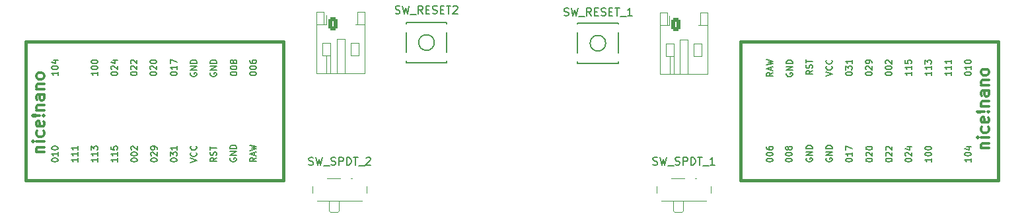
<source format=gto>
G04 #@! TF.GenerationSoftware,KiCad,Pcbnew,(7.0.0)*
G04 #@! TF.CreationDate,2023-03-18T22:02:57+08:00*
G04 #@! TF.ProjectId,lul_left,6c756c5f-6c65-4667-942e-6b696361645f,rev?*
G04 #@! TF.SameCoordinates,Original*
G04 #@! TF.FileFunction,Legend,Top*
G04 #@! TF.FilePolarity,Positive*
%FSLAX46Y46*%
G04 Gerber Fmt 4.6, Leading zero omitted, Abs format (unit mm)*
G04 Created by KiCad (PCBNEW (7.0.0)) date 2023-03-18 22:02:57*
%MOMM*%
%LPD*%
G01*
G04 APERTURE LIST*
G04 Aperture macros list*
%AMRoundRect*
0 Rectangle with rounded corners*
0 $1 Rounding radius*
0 $2 $3 $4 $5 $6 $7 $8 $9 X,Y pos of 4 corners*
0 Add a 4 corners polygon primitive as box body*
4,1,4,$2,$3,$4,$5,$6,$7,$8,$9,$2,$3,0*
0 Add four circle primitives for the rounded corners*
1,1,$1+$1,$2,$3*
1,1,$1+$1,$4,$5*
1,1,$1+$1,$6,$7*
1,1,$1+$1,$8,$9*
0 Add four rect primitives between the rounded corners*
20,1,$1+$1,$2,$3,$4,$5,0*
20,1,$1+$1,$4,$5,$6,$7,0*
20,1,$1+$1,$6,$7,$8,$9,0*
20,1,$1+$1,$8,$9,$2,$3,0*%
G04 Aperture macros list end*
%ADD10C,0.150000*%
%ADD11C,0.300000*%
%ADD12C,0.120000*%
%ADD13C,0.381000*%
%ADD14C,1.752600*%
%ADD15C,1.750000*%
%ADD16C,3.000000*%
%ADD17C,3.987800*%
%ADD18C,0.300000*%
%ADD19R,1.000000X0.800000*%
%ADD20C,0.900000*%
%ADD21R,0.700000X1.500000*%
%ADD22R,1.800000X1.100000*%
%ADD23RoundRect,0.250000X-0.350000X-0.625000X0.350000X-0.625000X0.350000X0.625000X-0.350000X0.625000X0*%
%ADD24O,1.200000X1.750000*%
G04 APERTURE END LIST*
D10*
X160148168Y-101163643D02*
X160291025Y-101211262D01*
X160291025Y-101211262D02*
X160529120Y-101211262D01*
X160529120Y-101211262D02*
X160624358Y-101163643D01*
X160624358Y-101163643D02*
X160671977Y-101116024D01*
X160671977Y-101116024D02*
X160719596Y-101020786D01*
X160719596Y-101020786D02*
X160719596Y-100925548D01*
X160719596Y-100925548D02*
X160671977Y-100830310D01*
X160671977Y-100830310D02*
X160624358Y-100782691D01*
X160624358Y-100782691D02*
X160529120Y-100735072D01*
X160529120Y-100735072D02*
X160338644Y-100687453D01*
X160338644Y-100687453D02*
X160243406Y-100639834D01*
X160243406Y-100639834D02*
X160195787Y-100592215D01*
X160195787Y-100592215D02*
X160148168Y-100496977D01*
X160148168Y-100496977D02*
X160148168Y-100401739D01*
X160148168Y-100401739D02*
X160195787Y-100306501D01*
X160195787Y-100306501D02*
X160243406Y-100258882D01*
X160243406Y-100258882D02*
X160338644Y-100211262D01*
X160338644Y-100211262D02*
X160576739Y-100211262D01*
X160576739Y-100211262D02*
X160719596Y-100258882D01*
X161052930Y-100211262D02*
X161291025Y-101211262D01*
X161291025Y-101211262D02*
X161481501Y-100496977D01*
X161481501Y-100496977D02*
X161671977Y-101211262D01*
X161671977Y-101211262D02*
X161910073Y-100211262D01*
X162052930Y-101306501D02*
X162814834Y-101306501D01*
X163005311Y-101163643D02*
X163148168Y-101211262D01*
X163148168Y-101211262D02*
X163386263Y-101211262D01*
X163386263Y-101211262D02*
X163481501Y-101163643D01*
X163481501Y-101163643D02*
X163529120Y-101116024D01*
X163529120Y-101116024D02*
X163576739Y-101020786D01*
X163576739Y-101020786D02*
X163576739Y-100925548D01*
X163576739Y-100925548D02*
X163529120Y-100830310D01*
X163529120Y-100830310D02*
X163481501Y-100782691D01*
X163481501Y-100782691D02*
X163386263Y-100735072D01*
X163386263Y-100735072D02*
X163195787Y-100687453D01*
X163195787Y-100687453D02*
X163100549Y-100639834D01*
X163100549Y-100639834D02*
X163052930Y-100592215D01*
X163052930Y-100592215D02*
X163005311Y-100496977D01*
X163005311Y-100496977D02*
X163005311Y-100401739D01*
X163005311Y-100401739D02*
X163052930Y-100306501D01*
X163052930Y-100306501D02*
X163100549Y-100258882D01*
X163100549Y-100258882D02*
X163195787Y-100211262D01*
X163195787Y-100211262D02*
X163433882Y-100211262D01*
X163433882Y-100211262D02*
X163576739Y-100258882D01*
X164005311Y-101211262D02*
X164005311Y-100211262D01*
X164005311Y-100211262D02*
X164386263Y-100211262D01*
X164386263Y-100211262D02*
X164481501Y-100258882D01*
X164481501Y-100258882D02*
X164529120Y-100306501D01*
X164529120Y-100306501D02*
X164576739Y-100401739D01*
X164576739Y-100401739D02*
X164576739Y-100544596D01*
X164576739Y-100544596D02*
X164529120Y-100639834D01*
X164529120Y-100639834D02*
X164481501Y-100687453D01*
X164481501Y-100687453D02*
X164386263Y-100735072D01*
X164386263Y-100735072D02*
X164005311Y-100735072D01*
X165005311Y-101211262D02*
X165005311Y-100211262D01*
X165005311Y-100211262D02*
X165243406Y-100211262D01*
X165243406Y-100211262D02*
X165386263Y-100258882D01*
X165386263Y-100258882D02*
X165481501Y-100354120D01*
X165481501Y-100354120D02*
X165529120Y-100449358D01*
X165529120Y-100449358D02*
X165576739Y-100639834D01*
X165576739Y-100639834D02*
X165576739Y-100782691D01*
X165576739Y-100782691D02*
X165529120Y-100973167D01*
X165529120Y-100973167D02*
X165481501Y-101068405D01*
X165481501Y-101068405D02*
X165386263Y-101163643D01*
X165386263Y-101163643D02*
X165243406Y-101211262D01*
X165243406Y-101211262D02*
X165005311Y-101211262D01*
X165862454Y-100211262D02*
X166433882Y-100211262D01*
X166148168Y-101211262D02*
X166148168Y-100211262D01*
X166529121Y-101306501D02*
X167291025Y-101306501D01*
X168052930Y-101211262D02*
X167481502Y-101211262D01*
X167767216Y-101211262D02*
X167767216Y-100211262D01*
X167767216Y-100211262D02*
X167671978Y-100354120D01*
X167671978Y-100354120D02*
X167576740Y-100449358D01*
X167576740Y-100449358D02*
X167481502Y-100496977D01*
X127143809Y-81775761D02*
X127286666Y-81823380D01*
X127286666Y-81823380D02*
X127524761Y-81823380D01*
X127524761Y-81823380D02*
X127619999Y-81775761D01*
X127619999Y-81775761D02*
X127667618Y-81728142D01*
X127667618Y-81728142D02*
X127715237Y-81632904D01*
X127715237Y-81632904D02*
X127715237Y-81537666D01*
X127715237Y-81537666D02*
X127667618Y-81442428D01*
X127667618Y-81442428D02*
X127619999Y-81394809D01*
X127619999Y-81394809D02*
X127524761Y-81347190D01*
X127524761Y-81347190D02*
X127334285Y-81299571D01*
X127334285Y-81299571D02*
X127239047Y-81251952D01*
X127239047Y-81251952D02*
X127191428Y-81204333D01*
X127191428Y-81204333D02*
X127143809Y-81109095D01*
X127143809Y-81109095D02*
X127143809Y-81013857D01*
X127143809Y-81013857D02*
X127191428Y-80918619D01*
X127191428Y-80918619D02*
X127239047Y-80871000D01*
X127239047Y-80871000D02*
X127334285Y-80823380D01*
X127334285Y-80823380D02*
X127572380Y-80823380D01*
X127572380Y-80823380D02*
X127715237Y-80871000D01*
X128048571Y-80823380D02*
X128286666Y-81823380D01*
X128286666Y-81823380D02*
X128477142Y-81109095D01*
X128477142Y-81109095D02*
X128667618Y-81823380D01*
X128667618Y-81823380D02*
X128905714Y-80823380D01*
X129048571Y-81918619D02*
X129810475Y-81918619D01*
X130619999Y-81823380D02*
X130286666Y-81347190D01*
X130048571Y-81823380D02*
X130048571Y-80823380D01*
X130048571Y-80823380D02*
X130429523Y-80823380D01*
X130429523Y-80823380D02*
X130524761Y-80871000D01*
X130524761Y-80871000D02*
X130572380Y-80918619D01*
X130572380Y-80918619D02*
X130619999Y-81013857D01*
X130619999Y-81013857D02*
X130619999Y-81156714D01*
X130619999Y-81156714D02*
X130572380Y-81251952D01*
X130572380Y-81251952D02*
X130524761Y-81299571D01*
X130524761Y-81299571D02*
X130429523Y-81347190D01*
X130429523Y-81347190D02*
X130048571Y-81347190D01*
X131048571Y-81299571D02*
X131381904Y-81299571D01*
X131524761Y-81823380D02*
X131048571Y-81823380D01*
X131048571Y-81823380D02*
X131048571Y-80823380D01*
X131048571Y-80823380D02*
X131524761Y-80823380D01*
X131905714Y-81775761D02*
X132048571Y-81823380D01*
X132048571Y-81823380D02*
X132286666Y-81823380D01*
X132286666Y-81823380D02*
X132381904Y-81775761D01*
X132381904Y-81775761D02*
X132429523Y-81728142D01*
X132429523Y-81728142D02*
X132477142Y-81632904D01*
X132477142Y-81632904D02*
X132477142Y-81537666D01*
X132477142Y-81537666D02*
X132429523Y-81442428D01*
X132429523Y-81442428D02*
X132381904Y-81394809D01*
X132381904Y-81394809D02*
X132286666Y-81347190D01*
X132286666Y-81347190D02*
X132096190Y-81299571D01*
X132096190Y-81299571D02*
X132000952Y-81251952D01*
X132000952Y-81251952D02*
X131953333Y-81204333D01*
X131953333Y-81204333D02*
X131905714Y-81109095D01*
X131905714Y-81109095D02*
X131905714Y-81013857D01*
X131905714Y-81013857D02*
X131953333Y-80918619D01*
X131953333Y-80918619D02*
X132000952Y-80871000D01*
X132000952Y-80871000D02*
X132096190Y-80823380D01*
X132096190Y-80823380D02*
X132334285Y-80823380D01*
X132334285Y-80823380D02*
X132477142Y-80871000D01*
X132905714Y-81299571D02*
X133239047Y-81299571D01*
X133381904Y-81823380D02*
X132905714Y-81823380D01*
X132905714Y-81823380D02*
X132905714Y-80823380D01*
X132905714Y-80823380D02*
X133381904Y-80823380D01*
X133667619Y-80823380D02*
X134239047Y-80823380D01*
X133953333Y-81823380D02*
X133953333Y-80823380D01*
X134524762Y-80918619D02*
X134572381Y-80871000D01*
X134572381Y-80871000D02*
X134667619Y-80823380D01*
X134667619Y-80823380D02*
X134905714Y-80823380D01*
X134905714Y-80823380D02*
X135000952Y-80871000D01*
X135000952Y-80871000D02*
X135048571Y-80918619D01*
X135048571Y-80918619D02*
X135096190Y-81013857D01*
X135096190Y-81013857D02*
X135096190Y-81109095D01*
X135096190Y-81109095D02*
X135048571Y-81251952D01*
X135048571Y-81251952D02*
X134477143Y-81823380D01*
X134477143Y-81823380D02*
X135096190Y-81823380D01*
X148752857Y-82039761D02*
X148895714Y-82087380D01*
X148895714Y-82087380D02*
X149133809Y-82087380D01*
X149133809Y-82087380D02*
X149229047Y-82039761D01*
X149229047Y-82039761D02*
X149276666Y-81992142D01*
X149276666Y-81992142D02*
X149324285Y-81896904D01*
X149324285Y-81896904D02*
X149324285Y-81801666D01*
X149324285Y-81801666D02*
X149276666Y-81706428D01*
X149276666Y-81706428D02*
X149229047Y-81658809D01*
X149229047Y-81658809D02*
X149133809Y-81611190D01*
X149133809Y-81611190D02*
X148943333Y-81563571D01*
X148943333Y-81563571D02*
X148848095Y-81515952D01*
X148848095Y-81515952D02*
X148800476Y-81468333D01*
X148800476Y-81468333D02*
X148752857Y-81373095D01*
X148752857Y-81373095D02*
X148752857Y-81277857D01*
X148752857Y-81277857D02*
X148800476Y-81182619D01*
X148800476Y-81182619D02*
X148848095Y-81135000D01*
X148848095Y-81135000D02*
X148943333Y-81087380D01*
X148943333Y-81087380D02*
X149181428Y-81087380D01*
X149181428Y-81087380D02*
X149324285Y-81135000D01*
X149657619Y-81087380D02*
X149895714Y-82087380D01*
X149895714Y-82087380D02*
X150086190Y-81373095D01*
X150086190Y-81373095D02*
X150276666Y-82087380D01*
X150276666Y-82087380D02*
X150514762Y-81087380D01*
X150657619Y-82182619D02*
X151419523Y-82182619D01*
X152229047Y-82087380D02*
X151895714Y-81611190D01*
X151657619Y-82087380D02*
X151657619Y-81087380D01*
X151657619Y-81087380D02*
X152038571Y-81087380D01*
X152038571Y-81087380D02*
X152133809Y-81135000D01*
X152133809Y-81135000D02*
X152181428Y-81182619D01*
X152181428Y-81182619D02*
X152229047Y-81277857D01*
X152229047Y-81277857D02*
X152229047Y-81420714D01*
X152229047Y-81420714D02*
X152181428Y-81515952D01*
X152181428Y-81515952D02*
X152133809Y-81563571D01*
X152133809Y-81563571D02*
X152038571Y-81611190D01*
X152038571Y-81611190D02*
X151657619Y-81611190D01*
X152657619Y-81563571D02*
X152990952Y-81563571D01*
X153133809Y-82087380D02*
X152657619Y-82087380D01*
X152657619Y-82087380D02*
X152657619Y-81087380D01*
X152657619Y-81087380D02*
X153133809Y-81087380D01*
X153514762Y-82039761D02*
X153657619Y-82087380D01*
X153657619Y-82087380D02*
X153895714Y-82087380D01*
X153895714Y-82087380D02*
X153990952Y-82039761D01*
X153990952Y-82039761D02*
X154038571Y-81992142D01*
X154038571Y-81992142D02*
X154086190Y-81896904D01*
X154086190Y-81896904D02*
X154086190Y-81801666D01*
X154086190Y-81801666D02*
X154038571Y-81706428D01*
X154038571Y-81706428D02*
X153990952Y-81658809D01*
X153990952Y-81658809D02*
X153895714Y-81611190D01*
X153895714Y-81611190D02*
X153705238Y-81563571D01*
X153705238Y-81563571D02*
X153610000Y-81515952D01*
X153610000Y-81515952D02*
X153562381Y-81468333D01*
X153562381Y-81468333D02*
X153514762Y-81373095D01*
X153514762Y-81373095D02*
X153514762Y-81277857D01*
X153514762Y-81277857D02*
X153562381Y-81182619D01*
X153562381Y-81182619D02*
X153610000Y-81135000D01*
X153610000Y-81135000D02*
X153705238Y-81087380D01*
X153705238Y-81087380D02*
X153943333Y-81087380D01*
X153943333Y-81087380D02*
X154086190Y-81135000D01*
X154514762Y-81563571D02*
X154848095Y-81563571D01*
X154990952Y-82087380D02*
X154514762Y-82087380D01*
X154514762Y-82087380D02*
X154514762Y-81087380D01*
X154514762Y-81087380D02*
X154990952Y-81087380D01*
X155276667Y-81087380D02*
X155848095Y-81087380D01*
X155562381Y-82087380D02*
X155562381Y-81087380D01*
X155943334Y-82182619D02*
X156705238Y-82182619D01*
X157467143Y-82087380D02*
X156895715Y-82087380D01*
X157181429Y-82087380D02*
X157181429Y-81087380D01*
X157181429Y-81087380D02*
X157086191Y-81230238D01*
X157086191Y-81230238D02*
X156990953Y-81325476D01*
X156990953Y-81325476D02*
X156895715Y-81373095D01*
X93213558Y-89529851D02*
X93213558Y-89453661D01*
X93213558Y-89453661D02*
X93251654Y-89377470D01*
X93251654Y-89377470D02*
X93289749Y-89339375D01*
X93289749Y-89339375D02*
X93365939Y-89301280D01*
X93365939Y-89301280D02*
X93518320Y-89263185D01*
X93518320Y-89263185D02*
X93708796Y-89263185D01*
X93708796Y-89263185D02*
X93861177Y-89301280D01*
X93861177Y-89301280D02*
X93937368Y-89339375D01*
X93937368Y-89339375D02*
X93975463Y-89377470D01*
X93975463Y-89377470D02*
X94013558Y-89453661D01*
X94013558Y-89453661D02*
X94013558Y-89529851D01*
X94013558Y-89529851D02*
X93975463Y-89606042D01*
X93975463Y-89606042D02*
X93937368Y-89644137D01*
X93937368Y-89644137D02*
X93861177Y-89682232D01*
X93861177Y-89682232D02*
X93708796Y-89720328D01*
X93708796Y-89720328D02*
X93518320Y-89720328D01*
X93518320Y-89720328D02*
X93365939Y-89682232D01*
X93365939Y-89682232D02*
X93289749Y-89644137D01*
X93289749Y-89644137D02*
X93251654Y-89606042D01*
X93251654Y-89606042D02*
X93213558Y-89529851D01*
X93289749Y-88958423D02*
X93251654Y-88920327D01*
X93251654Y-88920327D02*
X93213558Y-88844137D01*
X93213558Y-88844137D02*
X93213558Y-88653661D01*
X93213558Y-88653661D02*
X93251654Y-88577470D01*
X93251654Y-88577470D02*
X93289749Y-88539375D01*
X93289749Y-88539375D02*
X93365939Y-88501280D01*
X93365939Y-88501280D02*
X93442130Y-88501280D01*
X93442130Y-88501280D02*
X93556415Y-88539375D01*
X93556415Y-88539375D02*
X94013558Y-88996518D01*
X94013558Y-88996518D02*
X94013558Y-88501280D01*
X93289749Y-88196518D02*
X93251654Y-88158422D01*
X93251654Y-88158422D02*
X93213558Y-88082232D01*
X93213558Y-88082232D02*
X93213558Y-87891756D01*
X93213558Y-87891756D02*
X93251654Y-87815565D01*
X93251654Y-87815565D02*
X93289749Y-87777470D01*
X93289749Y-87777470D02*
X93365939Y-87739375D01*
X93365939Y-87739375D02*
X93442130Y-87739375D01*
X93442130Y-87739375D02*
X93556415Y-87777470D01*
X93556415Y-87777470D02*
X94013558Y-88234613D01*
X94013558Y-88234613D02*
X94013558Y-87739375D01*
D11*
X81108725Y-99556756D02*
X82108725Y-99556756D01*
X81251582Y-99556756D02*
X81180154Y-99485327D01*
X81180154Y-99485327D02*
X81108725Y-99342470D01*
X81108725Y-99342470D02*
X81108725Y-99128184D01*
X81108725Y-99128184D02*
X81180154Y-98985327D01*
X81180154Y-98985327D02*
X81323011Y-98913899D01*
X81323011Y-98913899D02*
X82108725Y-98913899D01*
X82108725Y-98199613D02*
X81108725Y-98199613D01*
X80608725Y-98199613D02*
X80680154Y-98271041D01*
X80680154Y-98271041D02*
X80751582Y-98199613D01*
X80751582Y-98199613D02*
X80680154Y-98128184D01*
X80680154Y-98128184D02*
X80608725Y-98199613D01*
X80608725Y-98199613D02*
X80751582Y-98199613D01*
X82037296Y-96842470D02*
X82108725Y-96985327D01*
X82108725Y-96985327D02*
X82108725Y-97271041D01*
X82108725Y-97271041D02*
X82037296Y-97413898D01*
X82037296Y-97413898D02*
X81965868Y-97485327D01*
X81965868Y-97485327D02*
X81823011Y-97556755D01*
X81823011Y-97556755D02*
X81394439Y-97556755D01*
X81394439Y-97556755D02*
X81251582Y-97485327D01*
X81251582Y-97485327D02*
X81180154Y-97413898D01*
X81180154Y-97413898D02*
X81108725Y-97271041D01*
X81108725Y-97271041D02*
X81108725Y-96985327D01*
X81108725Y-96985327D02*
X81180154Y-96842470D01*
X82037296Y-95628184D02*
X82108725Y-95771041D01*
X82108725Y-95771041D02*
X82108725Y-96056756D01*
X82108725Y-96056756D02*
X82037296Y-96199613D01*
X82037296Y-96199613D02*
X81894439Y-96271041D01*
X81894439Y-96271041D02*
X81323011Y-96271041D01*
X81323011Y-96271041D02*
X81180154Y-96199613D01*
X81180154Y-96199613D02*
X81108725Y-96056756D01*
X81108725Y-96056756D02*
X81108725Y-95771041D01*
X81108725Y-95771041D02*
X81180154Y-95628184D01*
X81180154Y-95628184D02*
X81323011Y-95556756D01*
X81323011Y-95556756D02*
X81465868Y-95556756D01*
X81465868Y-95556756D02*
X81608725Y-96271041D01*
X81965868Y-94913899D02*
X82037296Y-94842470D01*
X82037296Y-94842470D02*
X82108725Y-94913899D01*
X82108725Y-94913899D02*
X82037296Y-94985327D01*
X82037296Y-94985327D02*
X81965868Y-94913899D01*
X81965868Y-94913899D02*
X82108725Y-94913899D01*
X81537296Y-94913899D02*
X80680154Y-94985327D01*
X80680154Y-94985327D02*
X80608725Y-94913899D01*
X80608725Y-94913899D02*
X80680154Y-94842470D01*
X80680154Y-94842470D02*
X81537296Y-94913899D01*
X81537296Y-94913899D02*
X80608725Y-94913899D01*
X81108725Y-94199613D02*
X82108725Y-94199613D01*
X81251582Y-94199613D02*
X81180154Y-94128184D01*
X81180154Y-94128184D02*
X81108725Y-93985327D01*
X81108725Y-93985327D02*
X81108725Y-93771041D01*
X81108725Y-93771041D02*
X81180154Y-93628184D01*
X81180154Y-93628184D02*
X81323011Y-93556756D01*
X81323011Y-93556756D02*
X82108725Y-93556756D01*
X82108725Y-92199613D02*
X81323011Y-92199613D01*
X81323011Y-92199613D02*
X81180154Y-92271041D01*
X81180154Y-92271041D02*
X81108725Y-92413898D01*
X81108725Y-92413898D02*
X81108725Y-92699613D01*
X81108725Y-92699613D02*
X81180154Y-92842470D01*
X82037296Y-92199613D02*
X82108725Y-92342470D01*
X82108725Y-92342470D02*
X82108725Y-92699613D01*
X82108725Y-92699613D02*
X82037296Y-92842470D01*
X82037296Y-92842470D02*
X81894439Y-92913898D01*
X81894439Y-92913898D02*
X81751582Y-92913898D01*
X81751582Y-92913898D02*
X81608725Y-92842470D01*
X81608725Y-92842470D02*
X81537296Y-92699613D01*
X81537296Y-92699613D02*
X81537296Y-92342470D01*
X81537296Y-92342470D02*
X81465868Y-92199613D01*
X81108725Y-91485327D02*
X82108725Y-91485327D01*
X81251582Y-91485327D02*
X81180154Y-91413898D01*
X81180154Y-91413898D02*
X81108725Y-91271041D01*
X81108725Y-91271041D02*
X81108725Y-91056755D01*
X81108725Y-91056755D02*
X81180154Y-90913898D01*
X81180154Y-90913898D02*
X81323011Y-90842470D01*
X81323011Y-90842470D02*
X82108725Y-90842470D01*
X82108725Y-89913898D02*
X82037296Y-90056755D01*
X82037296Y-90056755D02*
X81965868Y-90128184D01*
X81965868Y-90128184D02*
X81823011Y-90199612D01*
X81823011Y-90199612D02*
X81394439Y-90199612D01*
X81394439Y-90199612D02*
X81251582Y-90128184D01*
X81251582Y-90128184D02*
X81180154Y-90056755D01*
X81180154Y-90056755D02*
X81108725Y-89913898D01*
X81108725Y-89913898D02*
X81108725Y-89699612D01*
X81108725Y-89699612D02*
X81180154Y-89556755D01*
X81180154Y-89556755D02*
X81251582Y-89485327D01*
X81251582Y-89485327D02*
X81394439Y-89413898D01*
X81394439Y-89413898D02*
X81823011Y-89413898D01*
X81823011Y-89413898D02*
X81965868Y-89485327D01*
X81965868Y-89485327D02*
X82037296Y-89556755D01*
X82037296Y-89556755D02*
X82108725Y-89699612D01*
X82108725Y-89699612D02*
X82108725Y-89913898D01*
D10*
X108483558Y-89529851D02*
X108483558Y-89453661D01*
X108483558Y-89453661D02*
X108521654Y-89377470D01*
X108521654Y-89377470D02*
X108559749Y-89339375D01*
X108559749Y-89339375D02*
X108635939Y-89301280D01*
X108635939Y-89301280D02*
X108788320Y-89263185D01*
X108788320Y-89263185D02*
X108978796Y-89263185D01*
X108978796Y-89263185D02*
X109131177Y-89301280D01*
X109131177Y-89301280D02*
X109207368Y-89339375D01*
X109207368Y-89339375D02*
X109245463Y-89377470D01*
X109245463Y-89377470D02*
X109283558Y-89453661D01*
X109283558Y-89453661D02*
X109283558Y-89529851D01*
X109283558Y-89529851D02*
X109245463Y-89606042D01*
X109245463Y-89606042D02*
X109207368Y-89644137D01*
X109207368Y-89644137D02*
X109131177Y-89682232D01*
X109131177Y-89682232D02*
X108978796Y-89720328D01*
X108978796Y-89720328D02*
X108788320Y-89720328D01*
X108788320Y-89720328D02*
X108635939Y-89682232D01*
X108635939Y-89682232D02*
X108559749Y-89644137D01*
X108559749Y-89644137D02*
X108521654Y-89606042D01*
X108521654Y-89606042D02*
X108483558Y-89529851D01*
X108483558Y-88767946D02*
X108483558Y-88691756D01*
X108483558Y-88691756D02*
X108521654Y-88615565D01*
X108521654Y-88615565D02*
X108559749Y-88577470D01*
X108559749Y-88577470D02*
X108635939Y-88539375D01*
X108635939Y-88539375D02*
X108788320Y-88501280D01*
X108788320Y-88501280D02*
X108978796Y-88501280D01*
X108978796Y-88501280D02*
X109131177Y-88539375D01*
X109131177Y-88539375D02*
X109207368Y-88577470D01*
X109207368Y-88577470D02*
X109245463Y-88615565D01*
X109245463Y-88615565D02*
X109283558Y-88691756D01*
X109283558Y-88691756D02*
X109283558Y-88767946D01*
X109283558Y-88767946D02*
X109245463Y-88844137D01*
X109245463Y-88844137D02*
X109207368Y-88882232D01*
X109207368Y-88882232D02*
X109131177Y-88920327D01*
X109131177Y-88920327D02*
X108978796Y-88958423D01*
X108978796Y-88958423D02*
X108788320Y-88958423D01*
X108788320Y-88958423D02*
X108635939Y-88920327D01*
X108635939Y-88920327D02*
X108559749Y-88882232D01*
X108559749Y-88882232D02*
X108521654Y-88844137D01*
X108521654Y-88844137D02*
X108483558Y-88767946D01*
X108483558Y-87815565D02*
X108483558Y-87967946D01*
X108483558Y-87967946D02*
X108521654Y-88044137D01*
X108521654Y-88044137D02*
X108559749Y-88082232D01*
X108559749Y-88082232D02*
X108674034Y-88158422D01*
X108674034Y-88158422D02*
X108826415Y-88196518D01*
X108826415Y-88196518D02*
X109131177Y-88196518D01*
X109131177Y-88196518D02*
X109207368Y-88158422D01*
X109207368Y-88158422D02*
X109245463Y-88120327D01*
X109245463Y-88120327D02*
X109283558Y-88044137D01*
X109283558Y-88044137D02*
X109283558Y-87891756D01*
X109283558Y-87891756D02*
X109245463Y-87815565D01*
X109245463Y-87815565D02*
X109207368Y-87777470D01*
X109207368Y-87777470D02*
X109131177Y-87739375D01*
X109131177Y-87739375D02*
X108940701Y-87739375D01*
X108940701Y-87739375D02*
X108864511Y-87777470D01*
X108864511Y-87777470D02*
X108826415Y-87815565D01*
X108826415Y-87815565D02*
X108788320Y-87891756D01*
X108788320Y-87891756D02*
X108788320Y-88044137D01*
X108788320Y-88044137D02*
X108826415Y-88120327D01*
X108826415Y-88120327D02*
X108864511Y-88158422D01*
X108864511Y-88158422D02*
X108940701Y-88196518D01*
X100863558Y-100870899D02*
X101663558Y-100604232D01*
X101663558Y-100604232D02*
X100863558Y-100337566D01*
X101587368Y-99613756D02*
X101625463Y-99651852D01*
X101625463Y-99651852D02*
X101663558Y-99766137D01*
X101663558Y-99766137D02*
X101663558Y-99842328D01*
X101663558Y-99842328D02*
X101625463Y-99956614D01*
X101625463Y-99956614D02*
X101549273Y-100032804D01*
X101549273Y-100032804D02*
X101473082Y-100070899D01*
X101473082Y-100070899D02*
X101320701Y-100108995D01*
X101320701Y-100108995D02*
X101206415Y-100108995D01*
X101206415Y-100108995D02*
X101054034Y-100070899D01*
X101054034Y-100070899D02*
X100977844Y-100032804D01*
X100977844Y-100032804D02*
X100901654Y-99956614D01*
X100901654Y-99956614D02*
X100863558Y-99842328D01*
X100863558Y-99842328D02*
X100863558Y-99766137D01*
X100863558Y-99766137D02*
X100901654Y-99651852D01*
X100901654Y-99651852D02*
X100939749Y-99613756D01*
X101587368Y-98813756D02*
X101625463Y-98851852D01*
X101625463Y-98851852D02*
X101663558Y-98966137D01*
X101663558Y-98966137D02*
X101663558Y-99042328D01*
X101663558Y-99042328D02*
X101625463Y-99156614D01*
X101625463Y-99156614D02*
X101549273Y-99232804D01*
X101549273Y-99232804D02*
X101473082Y-99270899D01*
X101473082Y-99270899D02*
X101320701Y-99308995D01*
X101320701Y-99308995D02*
X101206415Y-99308995D01*
X101206415Y-99308995D02*
X101054034Y-99270899D01*
X101054034Y-99270899D02*
X100977844Y-99232804D01*
X100977844Y-99232804D02*
X100901654Y-99156614D01*
X100901654Y-99156614D02*
X100863558Y-99042328D01*
X100863558Y-99042328D02*
X100863558Y-98966137D01*
X100863558Y-98966137D02*
X100901654Y-98851852D01*
X100901654Y-98851852D02*
X100939749Y-98813756D01*
X109283558Y-100293137D02*
X108902606Y-100559804D01*
X109283558Y-100750280D02*
X108483558Y-100750280D01*
X108483558Y-100750280D02*
X108483558Y-100445518D01*
X108483558Y-100445518D02*
X108521654Y-100369328D01*
X108521654Y-100369328D02*
X108559749Y-100331233D01*
X108559749Y-100331233D02*
X108635939Y-100293137D01*
X108635939Y-100293137D02*
X108750225Y-100293137D01*
X108750225Y-100293137D02*
X108826415Y-100331233D01*
X108826415Y-100331233D02*
X108864511Y-100369328D01*
X108864511Y-100369328D02*
X108902606Y-100445518D01*
X108902606Y-100445518D02*
X108902606Y-100750280D01*
X109054987Y-99988376D02*
X109054987Y-99607423D01*
X109283558Y-100064566D02*
X108483558Y-99797899D01*
X108483558Y-99797899D02*
X109283558Y-99531233D01*
X108483558Y-99340757D02*
X109283558Y-99150281D01*
X109283558Y-99150281D02*
X108712130Y-98997900D01*
X108712130Y-98997900D02*
X109283558Y-98845519D01*
X109283558Y-98845519D02*
X108483558Y-98655043D01*
X83083558Y-100604232D02*
X83083558Y-100528042D01*
X83083558Y-100528042D02*
X83121654Y-100451851D01*
X83121654Y-100451851D02*
X83159749Y-100413756D01*
X83159749Y-100413756D02*
X83235939Y-100375661D01*
X83235939Y-100375661D02*
X83388320Y-100337566D01*
X83388320Y-100337566D02*
X83578796Y-100337566D01*
X83578796Y-100337566D02*
X83731177Y-100375661D01*
X83731177Y-100375661D02*
X83807368Y-100413756D01*
X83807368Y-100413756D02*
X83845463Y-100451851D01*
X83845463Y-100451851D02*
X83883558Y-100528042D01*
X83883558Y-100528042D02*
X83883558Y-100604232D01*
X83883558Y-100604232D02*
X83845463Y-100680423D01*
X83845463Y-100680423D02*
X83807368Y-100718518D01*
X83807368Y-100718518D02*
X83731177Y-100756613D01*
X83731177Y-100756613D02*
X83578796Y-100794709D01*
X83578796Y-100794709D02*
X83388320Y-100794709D01*
X83388320Y-100794709D02*
X83235939Y-100756613D01*
X83235939Y-100756613D02*
X83159749Y-100718518D01*
X83159749Y-100718518D02*
X83121654Y-100680423D01*
X83121654Y-100680423D02*
X83083558Y-100604232D01*
X83883558Y-99575661D02*
X83883558Y-100032804D01*
X83883558Y-99804232D02*
X83083558Y-99804232D01*
X83083558Y-99804232D02*
X83197844Y-99880423D01*
X83197844Y-99880423D02*
X83274034Y-99956613D01*
X83274034Y-99956613D02*
X83312130Y-100032804D01*
X83083558Y-99080422D02*
X83083558Y-99004232D01*
X83083558Y-99004232D02*
X83121654Y-98928041D01*
X83121654Y-98928041D02*
X83159749Y-98889946D01*
X83159749Y-98889946D02*
X83235939Y-98851851D01*
X83235939Y-98851851D02*
X83388320Y-98813756D01*
X83388320Y-98813756D02*
X83578796Y-98813756D01*
X83578796Y-98813756D02*
X83731177Y-98851851D01*
X83731177Y-98851851D02*
X83807368Y-98889946D01*
X83807368Y-98889946D02*
X83845463Y-98928041D01*
X83845463Y-98928041D02*
X83883558Y-99004232D01*
X83883558Y-99004232D02*
X83883558Y-99080422D01*
X83883558Y-99080422D02*
X83845463Y-99156613D01*
X83845463Y-99156613D02*
X83807368Y-99194708D01*
X83807368Y-99194708D02*
X83731177Y-99232803D01*
X83731177Y-99232803D02*
X83578796Y-99270899D01*
X83578796Y-99270899D02*
X83388320Y-99270899D01*
X83388320Y-99270899D02*
X83235939Y-99232803D01*
X83235939Y-99232803D02*
X83159749Y-99194708D01*
X83159749Y-99194708D02*
X83121654Y-99156613D01*
X83121654Y-99156613D02*
X83083558Y-99080422D01*
X90703558Y-89529851D02*
X90703558Y-89453661D01*
X90703558Y-89453661D02*
X90741654Y-89377470D01*
X90741654Y-89377470D02*
X90779749Y-89339375D01*
X90779749Y-89339375D02*
X90855939Y-89301280D01*
X90855939Y-89301280D02*
X91008320Y-89263185D01*
X91008320Y-89263185D02*
X91198796Y-89263185D01*
X91198796Y-89263185D02*
X91351177Y-89301280D01*
X91351177Y-89301280D02*
X91427368Y-89339375D01*
X91427368Y-89339375D02*
X91465463Y-89377470D01*
X91465463Y-89377470D02*
X91503558Y-89453661D01*
X91503558Y-89453661D02*
X91503558Y-89529851D01*
X91503558Y-89529851D02*
X91465463Y-89606042D01*
X91465463Y-89606042D02*
X91427368Y-89644137D01*
X91427368Y-89644137D02*
X91351177Y-89682232D01*
X91351177Y-89682232D02*
X91198796Y-89720328D01*
X91198796Y-89720328D02*
X91008320Y-89720328D01*
X91008320Y-89720328D02*
X90855939Y-89682232D01*
X90855939Y-89682232D02*
X90779749Y-89644137D01*
X90779749Y-89644137D02*
X90741654Y-89606042D01*
X90741654Y-89606042D02*
X90703558Y-89529851D01*
X90779749Y-88958423D02*
X90741654Y-88920327D01*
X90741654Y-88920327D02*
X90703558Y-88844137D01*
X90703558Y-88844137D02*
X90703558Y-88653661D01*
X90703558Y-88653661D02*
X90741654Y-88577470D01*
X90741654Y-88577470D02*
X90779749Y-88539375D01*
X90779749Y-88539375D02*
X90855939Y-88501280D01*
X90855939Y-88501280D02*
X90932130Y-88501280D01*
X90932130Y-88501280D02*
X91046415Y-88539375D01*
X91046415Y-88539375D02*
X91503558Y-88996518D01*
X91503558Y-88996518D02*
X91503558Y-88501280D01*
X90970225Y-87815565D02*
X91503558Y-87815565D01*
X90665463Y-88006041D02*
X91236892Y-88196518D01*
X91236892Y-88196518D02*
X91236892Y-87701279D01*
X98313558Y-89529851D02*
X98313558Y-89453661D01*
X98313558Y-89453661D02*
X98351654Y-89377470D01*
X98351654Y-89377470D02*
X98389749Y-89339375D01*
X98389749Y-89339375D02*
X98465939Y-89301280D01*
X98465939Y-89301280D02*
X98618320Y-89263185D01*
X98618320Y-89263185D02*
X98808796Y-89263185D01*
X98808796Y-89263185D02*
X98961177Y-89301280D01*
X98961177Y-89301280D02*
X99037368Y-89339375D01*
X99037368Y-89339375D02*
X99075463Y-89377470D01*
X99075463Y-89377470D02*
X99113558Y-89453661D01*
X99113558Y-89453661D02*
X99113558Y-89529851D01*
X99113558Y-89529851D02*
X99075463Y-89606042D01*
X99075463Y-89606042D02*
X99037368Y-89644137D01*
X99037368Y-89644137D02*
X98961177Y-89682232D01*
X98961177Y-89682232D02*
X98808796Y-89720328D01*
X98808796Y-89720328D02*
X98618320Y-89720328D01*
X98618320Y-89720328D02*
X98465939Y-89682232D01*
X98465939Y-89682232D02*
X98389749Y-89644137D01*
X98389749Y-89644137D02*
X98351654Y-89606042D01*
X98351654Y-89606042D02*
X98313558Y-89529851D01*
X99113558Y-88501280D02*
X99113558Y-88958423D01*
X99113558Y-88729851D02*
X98313558Y-88729851D01*
X98313558Y-88729851D02*
X98427844Y-88806042D01*
X98427844Y-88806042D02*
X98504034Y-88882232D01*
X98504034Y-88882232D02*
X98542130Y-88958423D01*
X98313558Y-88234613D02*
X98313558Y-87701279D01*
X98313558Y-87701279D02*
X99113558Y-88044137D01*
X91503558Y-100337566D02*
X91503558Y-100794709D01*
X91503558Y-100566137D02*
X90703558Y-100566137D01*
X90703558Y-100566137D02*
X90817844Y-100642328D01*
X90817844Y-100642328D02*
X90894034Y-100718518D01*
X90894034Y-100718518D02*
X90932130Y-100794709D01*
X91503558Y-99575661D02*
X91503558Y-100032804D01*
X91503558Y-99804232D02*
X90703558Y-99804232D01*
X90703558Y-99804232D02*
X90817844Y-99880423D01*
X90817844Y-99880423D02*
X90894034Y-99956613D01*
X90894034Y-99956613D02*
X90932130Y-100032804D01*
X90703558Y-98851851D02*
X90703558Y-99232803D01*
X90703558Y-99232803D02*
X91084511Y-99270899D01*
X91084511Y-99270899D02*
X91046415Y-99232803D01*
X91046415Y-99232803D02*
X91008320Y-99156613D01*
X91008320Y-99156613D02*
X91008320Y-98966137D01*
X91008320Y-98966137D02*
X91046415Y-98889946D01*
X91046415Y-98889946D02*
X91084511Y-98851851D01*
X91084511Y-98851851D02*
X91160701Y-98813756D01*
X91160701Y-98813756D02*
X91351177Y-98813756D01*
X91351177Y-98813756D02*
X91427368Y-98851851D01*
X91427368Y-98851851D02*
X91465463Y-98889946D01*
X91465463Y-98889946D02*
X91503558Y-98966137D01*
X91503558Y-98966137D02*
X91503558Y-99156613D01*
X91503558Y-99156613D02*
X91465463Y-99232803D01*
X91465463Y-99232803D02*
X91427368Y-99270899D01*
X93243558Y-100604232D02*
X93243558Y-100528042D01*
X93243558Y-100528042D02*
X93281654Y-100451851D01*
X93281654Y-100451851D02*
X93319749Y-100413756D01*
X93319749Y-100413756D02*
X93395939Y-100375661D01*
X93395939Y-100375661D02*
X93548320Y-100337566D01*
X93548320Y-100337566D02*
X93738796Y-100337566D01*
X93738796Y-100337566D02*
X93891177Y-100375661D01*
X93891177Y-100375661D02*
X93967368Y-100413756D01*
X93967368Y-100413756D02*
X94005463Y-100451851D01*
X94005463Y-100451851D02*
X94043558Y-100528042D01*
X94043558Y-100528042D02*
X94043558Y-100604232D01*
X94043558Y-100604232D02*
X94005463Y-100680423D01*
X94005463Y-100680423D02*
X93967368Y-100718518D01*
X93967368Y-100718518D02*
X93891177Y-100756613D01*
X93891177Y-100756613D02*
X93738796Y-100794709D01*
X93738796Y-100794709D02*
X93548320Y-100794709D01*
X93548320Y-100794709D02*
X93395939Y-100756613D01*
X93395939Y-100756613D02*
X93319749Y-100718518D01*
X93319749Y-100718518D02*
X93281654Y-100680423D01*
X93281654Y-100680423D02*
X93243558Y-100604232D01*
X93243558Y-99842327D02*
X93243558Y-99766137D01*
X93243558Y-99766137D02*
X93281654Y-99689946D01*
X93281654Y-99689946D02*
X93319749Y-99651851D01*
X93319749Y-99651851D02*
X93395939Y-99613756D01*
X93395939Y-99613756D02*
X93548320Y-99575661D01*
X93548320Y-99575661D02*
X93738796Y-99575661D01*
X93738796Y-99575661D02*
X93891177Y-99613756D01*
X93891177Y-99613756D02*
X93967368Y-99651851D01*
X93967368Y-99651851D02*
X94005463Y-99689946D01*
X94005463Y-99689946D02*
X94043558Y-99766137D01*
X94043558Y-99766137D02*
X94043558Y-99842327D01*
X94043558Y-99842327D02*
X94005463Y-99918518D01*
X94005463Y-99918518D02*
X93967368Y-99956613D01*
X93967368Y-99956613D02*
X93891177Y-99994708D01*
X93891177Y-99994708D02*
X93738796Y-100032804D01*
X93738796Y-100032804D02*
X93548320Y-100032804D01*
X93548320Y-100032804D02*
X93395939Y-99994708D01*
X93395939Y-99994708D02*
X93319749Y-99956613D01*
X93319749Y-99956613D02*
X93281654Y-99918518D01*
X93281654Y-99918518D02*
X93243558Y-99842327D01*
X93319749Y-99270899D02*
X93281654Y-99232803D01*
X93281654Y-99232803D02*
X93243558Y-99156613D01*
X93243558Y-99156613D02*
X93243558Y-98966137D01*
X93243558Y-98966137D02*
X93281654Y-98889946D01*
X93281654Y-98889946D02*
X93319749Y-98851851D01*
X93319749Y-98851851D02*
X93395939Y-98813756D01*
X93395939Y-98813756D02*
X93472130Y-98813756D01*
X93472130Y-98813756D02*
X93586415Y-98851851D01*
X93586415Y-98851851D02*
X94043558Y-99308994D01*
X94043558Y-99308994D02*
X94043558Y-98813756D01*
X106013558Y-89529851D02*
X106013558Y-89453661D01*
X106013558Y-89453661D02*
X106051654Y-89377470D01*
X106051654Y-89377470D02*
X106089749Y-89339375D01*
X106089749Y-89339375D02*
X106165939Y-89301280D01*
X106165939Y-89301280D02*
X106318320Y-89263185D01*
X106318320Y-89263185D02*
X106508796Y-89263185D01*
X106508796Y-89263185D02*
X106661177Y-89301280D01*
X106661177Y-89301280D02*
X106737368Y-89339375D01*
X106737368Y-89339375D02*
X106775463Y-89377470D01*
X106775463Y-89377470D02*
X106813558Y-89453661D01*
X106813558Y-89453661D02*
X106813558Y-89529851D01*
X106813558Y-89529851D02*
X106775463Y-89606042D01*
X106775463Y-89606042D02*
X106737368Y-89644137D01*
X106737368Y-89644137D02*
X106661177Y-89682232D01*
X106661177Y-89682232D02*
X106508796Y-89720328D01*
X106508796Y-89720328D02*
X106318320Y-89720328D01*
X106318320Y-89720328D02*
X106165939Y-89682232D01*
X106165939Y-89682232D02*
X106089749Y-89644137D01*
X106089749Y-89644137D02*
X106051654Y-89606042D01*
X106051654Y-89606042D02*
X106013558Y-89529851D01*
X106013558Y-88767946D02*
X106013558Y-88691756D01*
X106013558Y-88691756D02*
X106051654Y-88615565D01*
X106051654Y-88615565D02*
X106089749Y-88577470D01*
X106089749Y-88577470D02*
X106165939Y-88539375D01*
X106165939Y-88539375D02*
X106318320Y-88501280D01*
X106318320Y-88501280D02*
X106508796Y-88501280D01*
X106508796Y-88501280D02*
X106661177Y-88539375D01*
X106661177Y-88539375D02*
X106737368Y-88577470D01*
X106737368Y-88577470D02*
X106775463Y-88615565D01*
X106775463Y-88615565D02*
X106813558Y-88691756D01*
X106813558Y-88691756D02*
X106813558Y-88767946D01*
X106813558Y-88767946D02*
X106775463Y-88844137D01*
X106775463Y-88844137D02*
X106737368Y-88882232D01*
X106737368Y-88882232D02*
X106661177Y-88920327D01*
X106661177Y-88920327D02*
X106508796Y-88958423D01*
X106508796Y-88958423D02*
X106318320Y-88958423D01*
X106318320Y-88958423D02*
X106165939Y-88920327D01*
X106165939Y-88920327D02*
X106089749Y-88882232D01*
X106089749Y-88882232D02*
X106051654Y-88844137D01*
X106051654Y-88844137D02*
X106013558Y-88767946D01*
X106356415Y-88044137D02*
X106318320Y-88120327D01*
X106318320Y-88120327D02*
X106280225Y-88158422D01*
X106280225Y-88158422D02*
X106204034Y-88196518D01*
X106204034Y-88196518D02*
X106165939Y-88196518D01*
X106165939Y-88196518D02*
X106089749Y-88158422D01*
X106089749Y-88158422D02*
X106051654Y-88120327D01*
X106051654Y-88120327D02*
X106013558Y-88044137D01*
X106013558Y-88044137D02*
X106013558Y-87891756D01*
X106013558Y-87891756D02*
X106051654Y-87815565D01*
X106051654Y-87815565D02*
X106089749Y-87777470D01*
X106089749Y-87777470D02*
X106165939Y-87739375D01*
X106165939Y-87739375D02*
X106204034Y-87739375D01*
X106204034Y-87739375D02*
X106280225Y-87777470D01*
X106280225Y-87777470D02*
X106318320Y-87815565D01*
X106318320Y-87815565D02*
X106356415Y-87891756D01*
X106356415Y-87891756D02*
X106356415Y-88044137D01*
X106356415Y-88044137D02*
X106394511Y-88120327D01*
X106394511Y-88120327D02*
X106432606Y-88158422D01*
X106432606Y-88158422D02*
X106508796Y-88196518D01*
X106508796Y-88196518D02*
X106661177Y-88196518D01*
X106661177Y-88196518D02*
X106737368Y-88158422D01*
X106737368Y-88158422D02*
X106775463Y-88120327D01*
X106775463Y-88120327D02*
X106813558Y-88044137D01*
X106813558Y-88044137D02*
X106813558Y-87891756D01*
X106813558Y-87891756D02*
X106775463Y-87815565D01*
X106775463Y-87815565D02*
X106737368Y-87777470D01*
X106737368Y-87777470D02*
X106661177Y-87739375D01*
X106661177Y-87739375D02*
X106508796Y-87739375D01*
X106508796Y-87739375D02*
X106432606Y-87777470D01*
X106432606Y-87777470D02*
X106394511Y-87815565D01*
X106394511Y-87815565D02*
X106356415Y-87891756D01*
X104203558Y-100293136D02*
X103822606Y-100559803D01*
X104203558Y-100750279D02*
X103403558Y-100750279D01*
X103403558Y-100750279D02*
X103403558Y-100445517D01*
X103403558Y-100445517D02*
X103441654Y-100369327D01*
X103441654Y-100369327D02*
X103479749Y-100331232D01*
X103479749Y-100331232D02*
X103555939Y-100293136D01*
X103555939Y-100293136D02*
X103670225Y-100293136D01*
X103670225Y-100293136D02*
X103746415Y-100331232D01*
X103746415Y-100331232D02*
X103784511Y-100369327D01*
X103784511Y-100369327D02*
X103822606Y-100445517D01*
X103822606Y-100445517D02*
X103822606Y-100750279D01*
X104165463Y-99988375D02*
X104203558Y-99874089D01*
X104203558Y-99874089D02*
X104203558Y-99683613D01*
X104203558Y-99683613D02*
X104165463Y-99607422D01*
X104165463Y-99607422D02*
X104127368Y-99569327D01*
X104127368Y-99569327D02*
X104051177Y-99531232D01*
X104051177Y-99531232D02*
X103974987Y-99531232D01*
X103974987Y-99531232D02*
X103898796Y-99569327D01*
X103898796Y-99569327D02*
X103860701Y-99607422D01*
X103860701Y-99607422D02*
X103822606Y-99683613D01*
X103822606Y-99683613D02*
X103784511Y-99835994D01*
X103784511Y-99835994D02*
X103746415Y-99912184D01*
X103746415Y-99912184D02*
X103708320Y-99950279D01*
X103708320Y-99950279D02*
X103632130Y-99988375D01*
X103632130Y-99988375D02*
X103555939Y-99988375D01*
X103555939Y-99988375D02*
X103479749Y-99950279D01*
X103479749Y-99950279D02*
X103441654Y-99912184D01*
X103441654Y-99912184D02*
X103403558Y-99835994D01*
X103403558Y-99835994D02*
X103403558Y-99645517D01*
X103403558Y-99645517D02*
X103441654Y-99531232D01*
X103403558Y-99302660D02*
X103403558Y-98845517D01*
X104203558Y-99074089D02*
X103403558Y-99074089D01*
X86423558Y-100337566D02*
X86423558Y-100794709D01*
X86423558Y-100566137D02*
X85623558Y-100566137D01*
X85623558Y-100566137D02*
X85737844Y-100642328D01*
X85737844Y-100642328D02*
X85814034Y-100718518D01*
X85814034Y-100718518D02*
X85852130Y-100794709D01*
X86423558Y-99575661D02*
X86423558Y-100032804D01*
X86423558Y-99804232D02*
X85623558Y-99804232D01*
X85623558Y-99804232D02*
X85737844Y-99880423D01*
X85737844Y-99880423D02*
X85814034Y-99956613D01*
X85814034Y-99956613D02*
X85852130Y-100032804D01*
X86423558Y-98813756D02*
X86423558Y-99270899D01*
X86423558Y-99042327D02*
X85623558Y-99042327D01*
X85623558Y-99042327D02*
X85737844Y-99118518D01*
X85737844Y-99118518D02*
X85814034Y-99194708D01*
X85814034Y-99194708D02*
X85852130Y-99270899D01*
X100901654Y-89415565D02*
X100863558Y-89491755D01*
X100863558Y-89491755D02*
X100863558Y-89606041D01*
X100863558Y-89606041D02*
X100901654Y-89720327D01*
X100901654Y-89720327D02*
X100977844Y-89796517D01*
X100977844Y-89796517D02*
X101054034Y-89834612D01*
X101054034Y-89834612D02*
X101206415Y-89872708D01*
X101206415Y-89872708D02*
X101320701Y-89872708D01*
X101320701Y-89872708D02*
X101473082Y-89834612D01*
X101473082Y-89834612D02*
X101549273Y-89796517D01*
X101549273Y-89796517D02*
X101625463Y-89720327D01*
X101625463Y-89720327D02*
X101663558Y-89606041D01*
X101663558Y-89606041D02*
X101663558Y-89529850D01*
X101663558Y-89529850D02*
X101625463Y-89415565D01*
X101625463Y-89415565D02*
X101587368Y-89377469D01*
X101587368Y-89377469D02*
X101320701Y-89377469D01*
X101320701Y-89377469D02*
X101320701Y-89529850D01*
X101663558Y-89034612D02*
X100863558Y-89034612D01*
X100863558Y-89034612D02*
X101663558Y-88577469D01*
X101663558Y-88577469D02*
X100863558Y-88577469D01*
X101663558Y-88196517D02*
X100863558Y-88196517D01*
X100863558Y-88196517D02*
X100863558Y-88006041D01*
X100863558Y-88006041D02*
X100901654Y-87891755D01*
X100901654Y-87891755D02*
X100977844Y-87815565D01*
X100977844Y-87815565D02*
X101054034Y-87777470D01*
X101054034Y-87777470D02*
X101206415Y-87739374D01*
X101206415Y-87739374D02*
X101320701Y-87739374D01*
X101320701Y-87739374D02*
X101473082Y-87777470D01*
X101473082Y-87777470D02*
X101549273Y-87815565D01*
X101549273Y-87815565D02*
X101625463Y-87891755D01*
X101625463Y-87891755D02*
X101663558Y-88006041D01*
X101663558Y-88006041D02*
X101663558Y-88196517D01*
X103441654Y-89415565D02*
X103403558Y-89491755D01*
X103403558Y-89491755D02*
X103403558Y-89606041D01*
X103403558Y-89606041D02*
X103441654Y-89720327D01*
X103441654Y-89720327D02*
X103517844Y-89796517D01*
X103517844Y-89796517D02*
X103594034Y-89834612D01*
X103594034Y-89834612D02*
X103746415Y-89872708D01*
X103746415Y-89872708D02*
X103860701Y-89872708D01*
X103860701Y-89872708D02*
X104013082Y-89834612D01*
X104013082Y-89834612D02*
X104089273Y-89796517D01*
X104089273Y-89796517D02*
X104165463Y-89720327D01*
X104165463Y-89720327D02*
X104203558Y-89606041D01*
X104203558Y-89606041D02*
X104203558Y-89529850D01*
X104203558Y-89529850D02*
X104165463Y-89415565D01*
X104165463Y-89415565D02*
X104127368Y-89377469D01*
X104127368Y-89377469D02*
X103860701Y-89377469D01*
X103860701Y-89377469D02*
X103860701Y-89529850D01*
X104203558Y-89034612D02*
X103403558Y-89034612D01*
X103403558Y-89034612D02*
X104203558Y-88577469D01*
X104203558Y-88577469D02*
X103403558Y-88577469D01*
X104203558Y-88196517D02*
X103403558Y-88196517D01*
X103403558Y-88196517D02*
X103403558Y-88006041D01*
X103403558Y-88006041D02*
X103441654Y-87891755D01*
X103441654Y-87891755D02*
X103517844Y-87815565D01*
X103517844Y-87815565D02*
X103594034Y-87777470D01*
X103594034Y-87777470D02*
X103746415Y-87739374D01*
X103746415Y-87739374D02*
X103860701Y-87739374D01*
X103860701Y-87739374D02*
X104013082Y-87777470D01*
X104013082Y-87777470D02*
X104089273Y-87815565D01*
X104089273Y-87815565D02*
X104165463Y-87891755D01*
X104165463Y-87891755D02*
X104203558Y-88006041D01*
X104203558Y-88006041D02*
X104203558Y-88196517D01*
X95783558Y-100604232D02*
X95783558Y-100528042D01*
X95783558Y-100528042D02*
X95821654Y-100451851D01*
X95821654Y-100451851D02*
X95859749Y-100413756D01*
X95859749Y-100413756D02*
X95935939Y-100375661D01*
X95935939Y-100375661D02*
X96088320Y-100337566D01*
X96088320Y-100337566D02*
X96278796Y-100337566D01*
X96278796Y-100337566D02*
X96431177Y-100375661D01*
X96431177Y-100375661D02*
X96507368Y-100413756D01*
X96507368Y-100413756D02*
X96545463Y-100451851D01*
X96545463Y-100451851D02*
X96583558Y-100528042D01*
X96583558Y-100528042D02*
X96583558Y-100604232D01*
X96583558Y-100604232D02*
X96545463Y-100680423D01*
X96545463Y-100680423D02*
X96507368Y-100718518D01*
X96507368Y-100718518D02*
X96431177Y-100756613D01*
X96431177Y-100756613D02*
X96278796Y-100794709D01*
X96278796Y-100794709D02*
X96088320Y-100794709D01*
X96088320Y-100794709D02*
X95935939Y-100756613D01*
X95935939Y-100756613D02*
X95859749Y-100718518D01*
X95859749Y-100718518D02*
X95821654Y-100680423D01*
X95821654Y-100680423D02*
X95783558Y-100604232D01*
X95859749Y-100032804D02*
X95821654Y-99994708D01*
X95821654Y-99994708D02*
X95783558Y-99918518D01*
X95783558Y-99918518D02*
X95783558Y-99728042D01*
X95783558Y-99728042D02*
X95821654Y-99651851D01*
X95821654Y-99651851D02*
X95859749Y-99613756D01*
X95859749Y-99613756D02*
X95935939Y-99575661D01*
X95935939Y-99575661D02*
X96012130Y-99575661D01*
X96012130Y-99575661D02*
X96126415Y-99613756D01*
X96126415Y-99613756D02*
X96583558Y-100070899D01*
X96583558Y-100070899D02*
X96583558Y-99575661D01*
X96583558Y-99194708D02*
X96583558Y-99042327D01*
X96583558Y-99042327D02*
X96545463Y-98966137D01*
X96545463Y-98966137D02*
X96507368Y-98928041D01*
X96507368Y-98928041D02*
X96393082Y-98851851D01*
X96393082Y-98851851D02*
X96240701Y-98813756D01*
X96240701Y-98813756D02*
X95935939Y-98813756D01*
X95935939Y-98813756D02*
X95859749Y-98851851D01*
X95859749Y-98851851D02*
X95821654Y-98889946D01*
X95821654Y-98889946D02*
X95783558Y-98966137D01*
X95783558Y-98966137D02*
X95783558Y-99118518D01*
X95783558Y-99118518D02*
X95821654Y-99194708D01*
X95821654Y-99194708D02*
X95859749Y-99232803D01*
X95859749Y-99232803D02*
X95935939Y-99270899D01*
X95935939Y-99270899D02*
X96126415Y-99270899D01*
X96126415Y-99270899D02*
X96202606Y-99232803D01*
X96202606Y-99232803D02*
X96240701Y-99194708D01*
X96240701Y-99194708D02*
X96278796Y-99118518D01*
X96278796Y-99118518D02*
X96278796Y-98966137D01*
X96278796Y-98966137D02*
X96240701Y-98889946D01*
X96240701Y-98889946D02*
X96202606Y-98851851D01*
X96202606Y-98851851D02*
X96126415Y-98813756D01*
X95713558Y-89529851D02*
X95713558Y-89453661D01*
X95713558Y-89453661D02*
X95751654Y-89377470D01*
X95751654Y-89377470D02*
X95789749Y-89339375D01*
X95789749Y-89339375D02*
X95865939Y-89301280D01*
X95865939Y-89301280D02*
X96018320Y-89263185D01*
X96018320Y-89263185D02*
X96208796Y-89263185D01*
X96208796Y-89263185D02*
X96361177Y-89301280D01*
X96361177Y-89301280D02*
X96437368Y-89339375D01*
X96437368Y-89339375D02*
X96475463Y-89377470D01*
X96475463Y-89377470D02*
X96513558Y-89453661D01*
X96513558Y-89453661D02*
X96513558Y-89529851D01*
X96513558Y-89529851D02*
X96475463Y-89606042D01*
X96475463Y-89606042D02*
X96437368Y-89644137D01*
X96437368Y-89644137D02*
X96361177Y-89682232D01*
X96361177Y-89682232D02*
X96208796Y-89720328D01*
X96208796Y-89720328D02*
X96018320Y-89720328D01*
X96018320Y-89720328D02*
X95865939Y-89682232D01*
X95865939Y-89682232D02*
X95789749Y-89644137D01*
X95789749Y-89644137D02*
X95751654Y-89606042D01*
X95751654Y-89606042D02*
X95713558Y-89529851D01*
X95789749Y-88958423D02*
X95751654Y-88920327D01*
X95751654Y-88920327D02*
X95713558Y-88844137D01*
X95713558Y-88844137D02*
X95713558Y-88653661D01*
X95713558Y-88653661D02*
X95751654Y-88577470D01*
X95751654Y-88577470D02*
X95789749Y-88539375D01*
X95789749Y-88539375D02*
X95865939Y-88501280D01*
X95865939Y-88501280D02*
X95942130Y-88501280D01*
X95942130Y-88501280D02*
X96056415Y-88539375D01*
X96056415Y-88539375D02*
X96513558Y-88996518D01*
X96513558Y-88996518D02*
X96513558Y-88501280D01*
X95713558Y-88006041D02*
X95713558Y-87929851D01*
X95713558Y-87929851D02*
X95751654Y-87853660D01*
X95751654Y-87853660D02*
X95789749Y-87815565D01*
X95789749Y-87815565D02*
X95865939Y-87777470D01*
X95865939Y-87777470D02*
X96018320Y-87739375D01*
X96018320Y-87739375D02*
X96208796Y-87739375D01*
X96208796Y-87739375D02*
X96361177Y-87777470D01*
X96361177Y-87777470D02*
X96437368Y-87815565D01*
X96437368Y-87815565D02*
X96475463Y-87853660D01*
X96475463Y-87853660D02*
X96513558Y-87929851D01*
X96513558Y-87929851D02*
X96513558Y-88006041D01*
X96513558Y-88006041D02*
X96475463Y-88082232D01*
X96475463Y-88082232D02*
X96437368Y-88120327D01*
X96437368Y-88120327D02*
X96361177Y-88158422D01*
X96361177Y-88158422D02*
X96208796Y-88196518D01*
X96208796Y-88196518D02*
X96018320Y-88196518D01*
X96018320Y-88196518D02*
X95865939Y-88158422D01*
X95865939Y-88158422D02*
X95789749Y-88120327D01*
X95789749Y-88120327D02*
X95751654Y-88082232D01*
X95751654Y-88082232D02*
X95713558Y-88006041D01*
X83883558Y-89263185D02*
X83883558Y-89720328D01*
X83883558Y-89491756D02*
X83083558Y-89491756D01*
X83083558Y-89491756D02*
X83197844Y-89567947D01*
X83197844Y-89567947D02*
X83274034Y-89644137D01*
X83274034Y-89644137D02*
X83312130Y-89720328D01*
X83083558Y-88767946D02*
X83083558Y-88691756D01*
X83083558Y-88691756D02*
X83121654Y-88615565D01*
X83121654Y-88615565D02*
X83159749Y-88577470D01*
X83159749Y-88577470D02*
X83235939Y-88539375D01*
X83235939Y-88539375D02*
X83388320Y-88501280D01*
X83388320Y-88501280D02*
X83578796Y-88501280D01*
X83578796Y-88501280D02*
X83731177Y-88539375D01*
X83731177Y-88539375D02*
X83807368Y-88577470D01*
X83807368Y-88577470D02*
X83845463Y-88615565D01*
X83845463Y-88615565D02*
X83883558Y-88691756D01*
X83883558Y-88691756D02*
X83883558Y-88767946D01*
X83883558Y-88767946D02*
X83845463Y-88844137D01*
X83845463Y-88844137D02*
X83807368Y-88882232D01*
X83807368Y-88882232D02*
X83731177Y-88920327D01*
X83731177Y-88920327D02*
X83578796Y-88958423D01*
X83578796Y-88958423D02*
X83388320Y-88958423D01*
X83388320Y-88958423D02*
X83235939Y-88920327D01*
X83235939Y-88920327D02*
X83159749Y-88882232D01*
X83159749Y-88882232D02*
X83121654Y-88844137D01*
X83121654Y-88844137D02*
X83083558Y-88767946D01*
X83350225Y-87815565D02*
X83883558Y-87815565D01*
X83045463Y-88006041D02*
X83616892Y-88196518D01*
X83616892Y-88196518D02*
X83616892Y-87701279D01*
X88963558Y-89263185D02*
X88963558Y-89720328D01*
X88963558Y-89491756D02*
X88163558Y-89491756D01*
X88163558Y-89491756D02*
X88277844Y-89567947D01*
X88277844Y-89567947D02*
X88354034Y-89644137D01*
X88354034Y-89644137D02*
X88392130Y-89720328D01*
X88163558Y-88767946D02*
X88163558Y-88691756D01*
X88163558Y-88691756D02*
X88201654Y-88615565D01*
X88201654Y-88615565D02*
X88239749Y-88577470D01*
X88239749Y-88577470D02*
X88315939Y-88539375D01*
X88315939Y-88539375D02*
X88468320Y-88501280D01*
X88468320Y-88501280D02*
X88658796Y-88501280D01*
X88658796Y-88501280D02*
X88811177Y-88539375D01*
X88811177Y-88539375D02*
X88887368Y-88577470D01*
X88887368Y-88577470D02*
X88925463Y-88615565D01*
X88925463Y-88615565D02*
X88963558Y-88691756D01*
X88963558Y-88691756D02*
X88963558Y-88767946D01*
X88963558Y-88767946D02*
X88925463Y-88844137D01*
X88925463Y-88844137D02*
X88887368Y-88882232D01*
X88887368Y-88882232D02*
X88811177Y-88920327D01*
X88811177Y-88920327D02*
X88658796Y-88958423D01*
X88658796Y-88958423D02*
X88468320Y-88958423D01*
X88468320Y-88958423D02*
X88315939Y-88920327D01*
X88315939Y-88920327D02*
X88239749Y-88882232D01*
X88239749Y-88882232D02*
X88201654Y-88844137D01*
X88201654Y-88844137D02*
X88163558Y-88767946D01*
X88163558Y-88006041D02*
X88163558Y-87929851D01*
X88163558Y-87929851D02*
X88201654Y-87853660D01*
X88201654Y-87853660D02*
X88239749Y-87815565D01*
X88239749Y-87815565D02*
X88315939Y-87777470D01*
X88315939Y-87777470D02*
X88468320Y-87739375D01*
X88468320Y-87739375D02*
X88658796Y-87739375D01*
X88658796Y-87739375D02*
X88811177Y-87777470D01*
X88811177Y-87777470D02*
X88887368Y-87815565D01*
X88887368Y-87815565D02*
X88925463Y-87853660D01*
X88925463Y-87853660D02*
X88963558Y-87929851D01*
X88963558Y-87929851D02*
X88963558Y-88006041D01*
X88963558Y-88006041D02*
X88925463Y-88082232D01*
X88925463Y-88082232D02*
X88887368Y-88120327D01*
X88887368Y-88120327D02*
X88811177Y-88158422D01*
X88811177Y-88158422D02*
X88658796Y-88196518D01*
X88658796Y-88196518D02*
X88468320Y-88196518D01*
X88468320Y-88196518D02*
X88315939Y-88158422D01*
X88315939Y-88158422D02*
X88239749Y-88120327D01*
X88239749Y-88120327D02*
X88201654Y-88082232D01*
X88201654Y-88082232D02*
X88163558Y-88006041D01*
X98323558Y-100604232D02*
X98323558Y-100528042D01*
X98323558Y-100528042D02*
X98361654Y-100451851D01*
X98361654Y-100451851D02*
X98399749Y-100413756D01*
X98399749Y-100413756D02*
X98475939Y-100375661D01*
X98475939Y-100375661D02*
X98628320Y-100337566D01*
X98628320Y-100337566D02*
X98818796Y-100337566D01*
X98818796Y-100337566D02*
X98971177Y-100375661D01*
X98971177Y-100375661D02*
X99047368Y-100413756D01*
X99047368Y-100413756D02*
X99085463Y-100451851D01*
X99085463Y-100451851D02*
X99123558Y-100528042D01*
X99123558Y-100528042D02*
X99123558Y-100604232D01*
X99123558Y-100604232D02*
X99085463Y-100680423D01*
X99085463Y-100680423D02*
X99047368Y-100718518D01*
X99047368Y-100718518D02*
X98971177Y-100756613D01*
X98971177Y-100756613D02*
X98818796Y-100794709D01*
X98818796Y-100794709D02*
X98628320Y-100794709D01*
X98628320Y-100794709D02*
X98475939Y-100756613D01*
X98475939Y-100756613D02*
X98399749Y-100718518D01*
X98399749Y-100718518D02*
X98361654Y-100680423D01*
X98361654Y-100680423D02*
X98323558Y-100604232D01*
X98323558Y-100070899D02*
X98323558Y-99575661D01*
X98323558Y-99575661D02*
X98628320Y-99842327D01*
X98628320Y-99842327D02*
X98628320Y-99728042D01*
X98628320Y-99728042D02*
X98666415Y-99651851D01*
X98666415Y-99651851D02*
X98704511Y-99613756D01*
X98704511Y-99613756D02*
X98780701Y-99575661D01*
X98780701Y-99575661D02*
X98971177Y-99575661D01*
X98971177Y-99575661D02*
X99047368Y-99613756D01*
X99047368Y-99613756D02*
X99085463Y-99651851D01*
X99085463Y-99651851D02*
X99123558Y-99728042D01*
X99123558Y-99728042D02*
X99123558Y-99956613D01*
X99123558Y-99956613D02*
X99085463Y-100032804D01*
X99085463Y-100032804D02*
X99047368Y-100070899D01*
X99123558Y-98813756D02*
X99123558Y-99270899D01*
X99123558Y-99042327D02*
X98323558Y-99042327D01*
X98323558Y-99042327D02*
X98437844Y-99118518D01*
X98437844Y-99118518D02*
X98514034Y-99194708D01*
X98514034Y-99194708D02*
X98552130Y-99270899D01*
X88963558Y-100337566D02*
X88963558Y-100794709D01*
X88963558Y-100566137D02*
X88163558Y-100566137D01*
X88163558Y-100566137D02*
X88277844Y-100642328D01*
X88277844Y-100642328D02*
X88354034Y-100718518D01*
X88354034Y-100718518D02*
X88392130Y-100794709D01*
X88963558Y-99575661D02*
X88963558Y-100032804D01*
X88963558Y-99804232D02*
X88163558Y-99804232D01*
X88163558Y-99804232D02*
X88277844Y-99880423D01*
X88277844Y-99880423D02*
X88354034Y-99956613D01*
X88354034Y-99956613D02*
X88392130Y-100032804D01*
X88163558Y-99308994D02*
X88163558Y-98813756D01*
X88163558Y-98813756D02*
X88468320Y-99080422D01*
X88468320Y-99080422D02*
X88468320Y-98966137D01*
X88468320Y-98966137D02*
X88506415Y-98889946D01*
X88506415Y-98889946D02*
X88544511Y-98851851D01*
X88544511Y-98851851D02*
X88620701Y-98813756D01*
X88620701Y-98813756D02*
X88811177Y-98813756D01*
X88811177Y-98813756D02*
X88887368Y-98851851D01*
X88887368Y-98851851D02*
X88925463Y-98889946D01*
X88925463Y-98889946D02*
X88963558Y-98966137D01*
X88963558Y-98966137D02*
X88963558Y-99194708D01*
X88963558Y-99194708D02*
X88925463Y-99270899D01*
X88925463Y-99270899D02*
X88887368Y-99308994D01*
X105981654Y-100331232D02*
X105943558Y-100407422D01*
X105943558Y-100407422D02*
X105943558Y-100521708D01*
X105943558Y-100521708D02*
X105981654Y-100635994D01*
X105981654Y-100635994D02*
X106057844Y-100712184D01*
X106057844Y-100712184D02*
X106134034Y-100750279D01*
X106134034Y-100750279D02*
X106286415Y-100788375D01*
X106286415Y-100788375D02*
X106400701Y-100788375D01*
X106400701Y-100788375D02*
X106553082Y-100750279D01*
X106553082Y-100750279D02*
X106629273Y-100712184D01*
X106629273Y-100712184D02*
X106705463Y-100635994D01*
X106705463Y-100635994D02*
X106743558Y-100521708D01*
X106743558Y-100521708D02*
X106743558Y-100445517D01*
X106743558Y-100445517D02*
X106705463Y-100331232D01*
X106705463Y-100331232D02*
X106667368Y-100293136D01*
X106667368Y-100293136D02*
X106400701Y-100293136D01*
X106400701Y-100293136D02*
X106400701Y-100445517D01*
X106743558Y-99950279D02*
X105943558Y-99950279D01*
X105943558Y-99950279D02*
X106743558Y-99493136D01*
X106743558Y-99493136D02*
X105943558Y-99493136D01*
X106743558Y-99112184D02*
X105943558Y-99112184D01*
X105943558Y-99112184D02*
X105943558Y-98921708D01*
X105943558Y-98921708D02*
X105981654Y-98807422D01*
X105981654Y-98807422D02*
X106057844Y-98731232D01*
X106057844Y-98731232D02*
X106134034Y-98693137D01*
X106134034Y-98693137D02*
X106286415Y-98655041D01*
X106286415Y-98655041D02*
X106400701Y-98655041D01*
X106400701Y-98655041D02*
X106553082Y-98693137D01*
X106553082Y-98693137D02*
X106629273Y-98731232D01*
X106629273Y-98731232D02*
X106705463Y-98807422D01*
X106705463Y-98807422D02*
X106743558Y-98921708D01*
X106743558Y-98921708D02*
X106743558Y-99112184D01*
X195813904Y-100350523D02*
X195813904Y-100807666D01*
X195813904Y-100579094D02*
X195013904Y-100579094D01*
X195013904Y-100579094D02*
X195128190Y-100655285D01*
X195128190Y-100655285D02*
X195204380Y-100731475D01*
X195204380Y-100731475D02*
X195242476Y-100807666D01*
X195013904Y-99855284D02*
X195013904Y-99779094D01*
X195013904Y-99779094D02*
X195052000Y-99702903D01*
X195052000Y-99702903D02*
X195090095Y-99664808D01*
X195090095Y-99664808D02*
X195166285Y-99626713D01*
X195166285Y-99626713D02*
X195318666Y-99588618D01*
X195318666Y-99588618D02*
X195509142Y-99588618D01*
X195509142Y-99588618D02*
X195661523Y-99626713D01*
X195661523Y-99626713D02*
X195737714Y-99664808D01*
X195737714Y-99664808D02*
X195775809Y-99702903D01*
X195775809Y-99702903D02*
X195813904Y-99779094D01*
X195813904Y-99779094D02*
X195813904Y-99855284D01*
X195813904Y-99855284D02*
X195775809Y-99931475D01*
X195775809Y-99931475D02*
X195737714Y-99969570D01*
X195737714Y-99969570D02*
X195661523Y-100007665D01*
X195661523Y-100007665D02*
X195509142Y-100045761D01*
X195509142Y-100045761D02*
X195318666Y-100045761D01*
X195318666Y-100045761D02*
X195166285Y-100007665D01*
X195166285Y-100007665D02*
X195090095Y-99969570D01*
X195090095Y-99969570D02*
X195052000Y-99931475D01*
X195052000Y-99931475D02*
X195013904Y-99855284D01*
X195013904Y-99093379D02*
X195013904Y-99017189D01*
X195013904Y-99017189D02*
X195052000Y-98940998D01*
X195052000Y-98940998D02*
X195090095Y-98902903D01*
X195090095Y-98902903D02*
X195166285Y-98864808D01*
X195166285Y-98864808D02*
X195318666Y-98826713D01*
X195318666Y-98826713D02*
X195509142Y-98826713D01*
X195509142Y-98826713D02*
X195661523Y-98864808D01*
X195661523Y-98864808D02*
X195737714Y-98902903D01*
X195737714Y-98902903D02*
X195775809Y-98940998D01*
X195775809Y-98940998D02*
X195813904Y-99017189D01*
X195813904Y-99017189D02*
X195813904Y-99093379D01*
X195813904Y-99093379D02*
X195775809Y-99169570D01*
X195775809Y-99169570D02*
X195737714Y-99207665D01*
X195737714Y-99207665D02*
X195661523Y-99245760D01*
X195661523Y-99245760D02*
X195509142Y-99283856D01*
X195509142Y-99283856D02*
X195318666Y-99283856D01*
X195318666Y-99283856D02*
X195166285Y-99245760D01*
X195166285Y-99245760D02*
X195090095Y-99207665D01*
X195090095Y-99207665D02*
X195052000Y-99169570D01*
X195052000Y-99169570D02*
X195013904Y-99093379D01*
X192473904Y-100617189D02*
X192473904Y-100540999D01*
X192473904Y-100540999D02*
X192512000Y-100464808D01*
X192512000Y-100464808D02*
X192550095Y-100426713D01*
X192550095Y-100426713D02*
X192626285Y-100388618D01*
X192626285Y-100388618D02*
X192778666Y-100350523D01*
X192778666Y-100350523D02*
X192969142Y-100350523D01*
X192969142Y-100350523D02*
X193121523Y-100388618D01*
X193121523Y-100388618D02*
X193197714Y-100426713D01*
X193197714Y-100426713D02*
X193235809Y-100464808D01*
X193235809Y-100464808D02*
X193273904Y-100540999D01*
X193273904Y-100540999D02*
X193273904Y-100617189D01*
X193273904Y-100617189D02*
X193235809Y-100693380D01*
X193235809Y-100693380D02*
X193197714Y-100731475D01*
X193197714Y-100731475D02*
X193121523Y-100769570D01*
X193121523Y-100769570D02*
X192969142Y-100807666D01*
X192969142Y-100807666D02*
X192778666Y-100807666D01*
X192778666Y-100807666D02*
X192626285Y-100769570D01*
X192626285Y-100769570D02*
X192550095Y-100731475D01*
X192550095Y-100731475D02*
X192512000Y-100693380D01*
X192512000Y-100693380D02*
X192473904Y-100617189D01*
X192550095Y-100045761D02*
X192512000Y-100007665D01*
X192512000Y-100007665D02*
X192473904Y-99931475D01*
X192473904Y-99931475D02*
X192473904Y-99740999D01*
X192473904Y-99740999D02*
X192512000Y-99664808D01*
X192512000Y-99664808D02*
X192550095Y-99626713D01*
X192550095Y-99626713D02*
X192626285Y-99588618D01*
X192626285Y-99588618D02*
X192702476Y-99588618D01*
X192702476Y-99588618D02*
X192816761Y-99626713D01*
X192816761Y-99626713D02*
X193273904Y-100083856D01*
X193273904Y-100083856D02*
X193273904Y-99588618D01*
X192740571Y-98902903D02*
X193273904Y-98902903D01*
X192435809Y-99093379D02*
X193007238Y-99283856D01*
X193007238Y-99283856D02*
X193007238Y-98788617D01*
X174693904Y-100617189D02*
X174693904Y-100540999D01*
X174693904Y-100540999D02*
X174732000Y-100464808D01*
X174732000Y-100464808D02*
X174770095Y-100426713D01*
X174770095Y-100426713D02*
X174846285Y-100388618D01*
X174846285Y-100388618D02*
X174998666Y-100350523D01*
X174998666Y-100350523D02*
X175189142Y-100350523D01*
X175189142Y-100350523D02*
X175341523Y-100388618D01*
X175341523Y-100388618D02*
X175417714Y-100426713D01*
X175417714Y-100426713D02*
X175455809Y-100464808D01*
X175455809Y-100464808D02*
X175493904Y-100540999D01*
X175493904Y-100540999D02*
X175493904Y-100617189D01*
X175493904Y-100617189D02*
X175455809Y-100693380D01*
X175455809Y-100693380D02*
X175417714Y-100731475D01*
X175417714Y-100731475D02*
X175341523Y-100769570D01*
X175341523Y-100769570D02*
X175189142Y-100807666D01*
X175189142Y-100807666D02*
X174998666Y-100807666D01*
X174998666Y-100807666D02*
X174846285Y-100769570D01*
X174846285Y-100769570D02*
X174770095Y-100731475D01*
X174770095Y-100731475D02*
X174732000Y-100693380D01*
X174732000Y-100693380D02*
X174693904Y-100617189D01*
X174693904Y-99855284D02*
X174693904Y-99779094D01*
X174693904Y-99779094D02*
X174732000Y-99702903D01*
X174732000Y-99702903D02*
X174770095Y-99664808D01*
X174770095Y-99664808D02*
X174846285Y-99626713D01*
X174846285Y-99626713D02*
X174998666Y-99588618D01*
X174998666Y-99588618D02*
X175189142Y-99588618D01*
X175189142Y-99588618D02*
X175341523Y-99626713D01*
X175341523Y-99626713D02*
X175417714Y-99664808D01*
X175417714Y-99664808D02*
X175455809Y-99702903D01*
X175455809Y-99702903D02*
X175493904Y-99779094D01*
X175493904Y-99779094D02*
X175493904Y-99855284D01*
X175493904Y-99855284D02*
X175455809Y-99931475D01*
X175455809Y-99931475D02*
X175417714Y-99969570D01*
X175417714Y-99969570D02*
X175341523Y-100007665D01*
X175341523Y-100007665D02*
X175189142Y-100045761D01*
X175189142Y-100045761D02*
X174998666Y-100045761D01*
X174998666Y-100045761D02*
X174846285Y-100007665D01*
X174846285Y-100007665D02*
X174770095Y-99969570D01*
X174770095Y-99969570D02*
X174732000Y-99931475D01*
X174732000Y-99931475D02*
X174693904Y-99855284D01*
X174693904Y-98902903D02*
X174693904Y-99055284D01*
X174693904Y-99055284D02*
X174732000Y-99131475D01*
X174732000Y-99131475D02*
X174770095Y-99169570D01*
X174770095Y-99169570D02*
X174884380Y-99245760D01*
X174884380Y-99245760D02*
X175036761Y-99283856D01*
X175036761Y-99283856D02*
X175341523Y-99283856D01*
X175341523Y-99283856D02*
X175417714Y-99245760D01*
X175417714Y-99245760D02*
X175455809Y-99207665D01*
X175455809Y-99207665D02*
X175493904Y-99131475D01*
X175493904Y-99131475D02*
X175493904Y-98979094D01*
X175493904Y-98979094D02*
X175455809Y-98902903D01*
X175455809Y-98902903D02*
X175417714Y-98864808D01*
X175417714Y-98864808D02*
X175341523Y-98826713D01*
X175341523Y-98826713D02*
X175151047Y-98826713D01*
X175151047Y-98826713D02*
X175074857Y-98864808D01*
X175074857Y-98864808D02*
X175036761Y-98902903D01*
X175036761Y-98902903D02*
X174998666Y-98979094D01*
X174998666Y-98979094D02*
X174998666Y-99131475D01*
X174998666Y-99131475D02*
X175036761Y-99207665D01*
X175036761Y-99207665D02*
X175074857Y-99245760D01*
X175074857Y-99245760D02*
X175151047Y-99283856D01*
X193273904Y-89276142D02*
X193273904Y-89733285D01*
X193273904Y-89504713D02*
X192473904Y-89504713D01*
X192473904Y-89504713D02*
X192588190Y-89580904D01*
X192588190Y-89580904D02*
X192664380Y-89657094D01*
X192664380Y-89657094D02*
X192702476Y-89733285D01*
X193273904Y-88514237D02*
X193273904Y-88971380D01*
X193273904Y-88742808D02*
X192473904Y-88742808D01*
X192473904Y-88742808D02*
X192588190Y-88818999D01*
X192588190Y-88818999D02*
X192664380Y-88895189D01*
X192664380Y-88895189D02*
X192702476Y-88971380D01*
X192473904Y-87790427D02*
X192473904Y-88171379D01*
X192473904Y-88171379D02*
X192854857Y-88209475D01*
X192854857Y-88209475D02*
X192816761Y-88171379D01*
X192816761Y-88171379D02*
X192778666Y-88095189D01*
X192778666Y-88095189D02*
X192778666Y-87904713D01*
X192778666Y-87904713D02*
X192816761Y-87828522D01*
X192816761Y-87828522D02*
X192854857Y-87790427D01*
X192854857Y-87790427D02*
X192931047Y-87752332D01*
X192931047Y-87752332D02*
X193121523Y-87752332D01*
X193121523Y-87752332D02*
X193197714Y-87790427D01*
X193197714Y-87790427D02*
X193235809Y-87828522D01*
X193235809Y-87828522D02*
X193273904Y-87904713D01*
X193273904Y-87904713D02*
X193273904Y-88095189D01*
X193273904Y-88095189D02*
X193235809Y-88171379D01*
X193235809Y-88171379D02*
X193197714Y-88209475D01*
X200093904Y-89542808D02*
X200093904Y-89466618D01*
X200093904Y-89466618D02*
X200132000Y-89390427D01*
X200132000Y-89390427D02*
X200170095Y-89352332D01*
X200170095Y-89352332D02*
X200246285Y-89314237D01*
X200246285Y-89314237D02*
X200398666Y-89276142D01*
X200398666Y-89276142D02*
X200589142Y-89276142D01*
X200589142Y-89276142D02*
X200741523Y-89314237D01*
X200741523Y-89314237D02*
X200817714Y-89352332D01*
X200817714Y-89352332D02*
X200855809Y-89390427D01*
X200855809Y-89390427D02*
X200893904Y-89466618D01*
X200893904Y-89466618D02*
X200893904Y-89542808D01*
X200893904Y-89542808D02*
X200855809Y-89618999D01*
X200855809Y-89618999D02*
X200817714Y-89657094D01*
X200817714Y-89657094D02*
X200741523Y-89695189D01*
X200741523Y-89695189D02*
X200589142Y-89733285D01*
X200589142Y-89733285D02*
X200398666Y-89733285D01*
X200398666Y-89733285D02*
X200246285Y-89695189D01*
X200246285Y-89695189D02*
X200170095Y-89657094D01*
X200170095Y-89657094D02*
X200132000Y-89618999D01*
X200132000Y-89618999D02*
X200093904Y-89542808D01*
X200893904Y-88514237D02*
X200893904Y-88971380D01*
X200893904Y-88742808D02*
X200093904Y-88742808D01*
X200093904Y-88742808D02*
X200208190Y-88818999D01*
X200208190Y-88818999D02*
X200284380Y-88895189D01*
X200284380Y-88895189D02*
X200322476Y-88971380D01*
X200093904Y-88018998D02*
X200093904Y-87942808D01*
X200093904Y-87942808D02*
X200132000Y-87866617D01*
X200132000Y-87866617D02*
X200170095Y-87828522D01*
X200170095Y-87828522D02*
X200246285Y-87790427D01*
X200246285Y-87790427D02*
X200398666Y-87752332D01*
X200398666Y-87752332D02*
X200589142Y-87752332D01*
X200589142Y-87752332D02*
X200741523Y-87790427D01*
X200741523Y-87790427D02*
X200817714Y-87828522D01*
X200817714Y-87828522D02*
X200855809Y-87866617D01*
X200855809Y-87866617D02*
X200893904Y-87942808D01*
X200893904Y-87942808D02*
X200893904Y-88018998D01*
X200893904Y-88018998D02*
X200855809Y-88095189D01*
X200855809Y-88095189D02*
X200817714Y-88133284D01*
X200817714Y-88133284D02*
X200741523Y-88171379D01*
X200741523Y-88171379D02*
X200589142Y-88209475D01*
X200589142Y-88209475D02*
X200398666Y-88209475D01*
X200398666Y-88209475D02*
X200246285Y-88171379D01*
X200246285Y-88171379D02*
X200170095Y-88133284D01*
X200170095Y-88133284D02*
X200132000Y-88095189D01*
X200132000Y-88095189D02*
X200093904Y-88018998D01*
X182313904Y-89809475D02*
X183113904Y-89542808D01*
X183113904Y-89542808D02*
X182313904Y-89276142D01*
X183037714Y-88552332D02*
X183075809Y-88590428D01*
X183075809Y-88590428D02*
X183113904Y-88704713D01*
X183113904Y-88704713D02*
X183113904Y-88780904D01*
X183113904Y-88780904D02*
X183075809Y-88895190D01*
X183075809Y-88895190D02*
X182999619Y-88971380D01*
X182999619Y-88971380D02*
X182923428Y-89009475D01*
X182923428Y-89009475D02*
X182771047Y-89047571D01*
X182771047Y-89047571D02*
X182656761Y-89047571D01*
X182656761Y-89047571D02*
X182504380Y-89009475D01*
X182504380Y-89009475D02*
X182428190Y-88971380D01*
X182428190Y-88971380D02*
X182352000Y-88895190D01*
X182352000Y-88895190D02*
X182313904Y-88780904D01*
X182313904Y-88780904D02*
X182313904Y-88704713D01*
X182313904Y-88704713D02*
X182352000Y-88590428D01*
X182352000Y-88590428D02*
X182390095Y-88552332D01*
X183037714Y-87752332D02*
X183075809Y-87790428D01*
X183075809Y-87790428D02*
X183113904Y-87904713D01*
X183113904Y-87904713D02*
X183113904Y-87980904D01*
X183113904Y-87980904D02*
X183075809Y-88095190D01*
X183075809Y-88095190D02*
X182999619Y-88171380D01*
X182999619Y-88171380D02*
X182923428Y-88209475D01*
X182923428Y-88209475D02*
X182771047Y-88247571D01*
X182771047Y-88247571D02*
X182656761Y-88247571D01*
X182656761Y-88247571D02*
X182504380Y-88209475D01*
X182504380Y-88209475D02*
X182428190Y-88171380D01*
X182428190Y-88171380D02*
X182352000Y-88095190D01*
X182352000Y-88095190D02*
X182313904Y-87980904D01*
X182313904Y-87980904D02*
X182313904Y-87904713D01*
X182313904Y-87904713D02*
X182352000Y-87790428D01*
X182352000Y-87790428D02*
X182390095Y-87752332D01*
X177163904Y-100617189D02*
X177163904Y-100540999D01*
X177163904Y-100540999D02*
X177202000Y-100464808D01*
X177202000Y-100464808D02*
X177240095Y-100426713D01*
X177240095Y-100426713D02*
X177316285Y-100388618D01*
X177316285Y-100388618D02*
X177468666Y-100350523D01*
X177468666Y-100350523D02*
X177659142Y-100350523D01*
X177659142Y-100350523D02*
X177811523Y-100388618D01*
X177811523Y-100388618D02*
X177887714Y-100426713D01*
X177887714Y-100426713D02*
X177925809Y-100464808D01*
X177925809Y-100464808D02*
X177963904Y-100540999D01*
X177963904Y-100540999D02*
X177963904Y-100617189D01*
X177963904Y-100617189D02*
X177925809Y-100693380D01*
X177925809Y-100693380D02*
X177887714Y-100731475D01*
X177887714Y-100731475D02*
X177811523Y-100769570D01*
X177811523Y-100769570D02*
X177659142Y-100807666D01*
X177659142Y-100807666D02*
X177468666Y-100807666D01*
X177468666Y-100807666D02*
X177316285Y-100769570D01*
X177316285Y-100769570D02*
X177240095Y-100731475D01*
X177240095Y-100731475D02*
X177202000Y-100693380D01*
X177202000Y-100693380D02*
X177163904Y-100617189D01*
X177163904Y-99855284D02*
X177163904Y-99779094D01*
X177163904Y-99779094D02*
X177202000Y-99702903D01*
X177202000Y-99702903D02*
X177240095Y-99664808D01*
X177240095Y-99664808D02*
X177316285Y-99626713D01*
X177316285Y-99626713D02*
X177468666Y-99588618D01*
X177468666Y-99588618D02*
X177659142Y-99588618D01*
X177659142Y-99588618D02*
X177811523Y-99626713D01*
X177811523Y-99626713D02*
X177887714Y-99664808D01*
X177887714Y-99664808D02*
X177925809Y-99702903D01*
X177925809Y-99702903D02*
X177963904Y-99779094D01*
X177963904Y-99779094D02*
X177963904Y-99855284D01*
X177963904Y-99855284D02*
X177925809Y-99931475D01*
X177925809Y-99931475D02*
X177887714Y-99969570D01*
X177887714Y-99969570D02*
X177811523Y-100007665D01*
X177811523Y-100007665D02*
X177659142Y-100045761D01*
X177659142Y-100045761D02*
X177468666Y-100045761D01*
X177468666Y-100045761D02*
X177316285Y-100007665D01*
X177316285Y-100007665D02*
X177240095Y-99969570D01*
X177240095Y-99969570D02*
X177202000Y-99931475D01*
X177202000Y-99931475D02*
X177163904Y-99855284D01*
X177506761Y-99131475D02*
X177468666Y-99207665D01*
X177468666Y-99207665D02*
X177430571Y-99245760D01*
X177430571Y-99245760D02*
X177354380Y-99283856D01*
X177354380Y-99283856D02*
X177316285Y-99283856D01*
X177316285Y-99283856D02*
X177240095Y-99245760D01*
X177240095Y-99245760D02*
X177202000Y-99207665D01*
X177202000Y-99207665D02*
X177163904Y-99131475D01*
X177163904Y-99131475D02*
X177163904Y-98979094D01*
X177163904Y-98979094D02*
X177202000Y-98902903D01*
X177202000Y-98902903D02*
X177240095Y-98864808D01*
X177240095Y-98864808D02*
X177316285Y-98826713D01*
X177316285Y-98826713D02*
X177354380Y-98826713D01*
X177354380Y-98826713D02*
X177430571Y-98864808D01*
X177430571Y-98864808D02*
X177468666Y-98902903D01*
X177468666Y-98902903D02*
X177506761Y-98979094D01*
X177506761Y-98979094D02*
X177506761Y-99131475D01*
X177506761Y-99131475D02*
X177544857Y-99207665D01*
X177544857Y-99207665D02*
X177582952Y-99245760D01*
X177582952Y-99245760D02*
X177659142Y-99283856D01*
X177659142Y-99283856D02*
X177811523Y-99283856D01*
X177811523Y-99283856D02*
X177887714Y-99245760D01*
X177887714Y-99245760D02*
X177925809Y-99207665D01*
X177925809Y-99207665D02*
X177963904Y-99131475D01*
X177963904Y-99131475D02*
X177963904Y-98979094D01*
X177963904Y-98979094D02*
X177925809Y-98902903D01*
X177925809Y-98902903D02*
X177887714Y-98864808D01*
X177887714Y-98864808D02*
X177811523Y-98826713D01*
X177811523Y-98826713D02*
X177659142Y-98826713D01*
X177659142Y-98826713D02*
X177582952Y-98864808D01*
X177582952Y-98864808D02*
X177544857Y-98902903D01*
X177544857Y-98902903D02*
X177506761Y-98979094D01*
X177272000Y-89434856D02*
X177233904Y-89511046D01*
X177233904Y-89511046D02*
X177233904Y-89625332D01*
X177233904Y-89625332D02*
X177272000Y-89739618D01*
X177272000Y-89739618D02*
X177348190Y-89815808D01*
X177348190Y-89815808D02*
X177424380Y-89853903D01*
X177424380Y-89853903D02*
X177576761Y-89891999D01*
X177576761Y-89891999D02*
X177691047Y-89891999D01*
X177691047Y-89891999D02*
X177843428Y-89853903D01*
X177843428Y-89853903D02*
X177919619Y-89815808D01*
X177919619Y-89815808D02*
X177995809Y-89739618D01*
X177995809Y-89739618D02*
X178033904Y-89625332D01*
X178033904Y-89625332D02*
X178033904Y-89549141D01*
X178033904Y-89549141D02*
X177995809Y-89434856D01*
X177995809Y-89434856D02*
X177957714Y-89396760D01*
X177957714Y-89396760D02*
X177691047Y-89396760D01*
X177691047Y-89396760D02*
X177691047Y-89549141D01*
X178033904Y-89053903D02*
X177233904Y-89053903D01*
X177233904Y-89053903D02*
X178033904Y-88596760D01*
X178033904Y-88596760D02*
X177233904Y-88596760D01*
X178033904Y-88215808D02*
X177233904Y-88215808D01*
X177233904Y-88215808D02*
X177233904Y-88025332D01*
X177233904Y-88025332D02*
X177272000Y-87911046D01*
X177272000Y-87911046D02*
X177348190Y-87834856D01*
X177348190Y-87834856D02*
X177424380Y-87796761D01*
X177424380Y-87796761D02*
X177576761Y-87758665D01*
X177576761Y-87758665D02*
X177691047Y-87758665D01*
X177691047Y-87758665D02*
X177843428Y-87796761D01*
X177843428Y-87796761D02*
X177919619Y-87834856D01*
X177919619Y-87834856D02*
X177995809Y-87911046D01*
X177995809Y-87911046D02*
X178033904Y-88025332D01*
X178033904Y-88025332D02*
X178033904Y-88215808D01*
X200893904Y-100350523D02*
X200893904Y-100807666D01*
X200893904Y-100579094D02*
X200093904Y-100579094D01*
X200093904Y-100579094D02*
X200208190Y-100655285D01*
X200208190Y-100655285D02*
X200284380Y-100731475D01*
X200284380Y-100731475D02*
X200322476Y-100807666D01*
X200093904Y-99855284D02*
X200093904Y-99779094D01*
X200093904Y-99779094D02*
X200132000Y-99702903D01*
X200132000Y-99702903D02*
X200170095Y-99664808D01*
X200170095Y-99664808D02*
X200246285Y-99626713D01*
X200246285Y-99626713D02*
X200398666Y-99588618D01*
X200398666Y-99588618D02*
X200589142Y-99588618D01*
X200589142Y-99588618D02*
X200741523Y-99626713D01*
X200741523Y-99626713D02*
X200817714Y-99664808D01*
X200817714Y-99664808D02*
X200855809Y-99702903D01*
X200855809Y-99702903D02*
X200893904Y-99779094D01*
X200893904Y-99779094D02*
X200893904Y-99855284D01*
X200893904Y-99855284D02*
X200855809Y-99931475D01*
X200855809Y-99931475D02*
X200817714Y-99969570D01*
X200817714Y-99969570D02*
X200741523Y-100007665D01*
X200741523Y-100007665D02*
X200589142Y-100045761D01*
X200589142Y-100045761D02*
X200398666Y-100045761D01*
X200398666Y-100045761D02*
X200246285Y-100007665D01*
X200246285Y-100007665D02*
X200170095Y-99969570D01*
X200170095Y-99969570D02*
X200132000Y-99931475D01*
X200132000Y-99931475D02*
X200093904Y-99855284D01*
X200360571Y-98902903D02*
X200893904Y-98902903D01*
X200055809Y-99093379D02*
X200627238Y-99283856D01*
X200627238Y-99283856D02*
X200627238Y-98788617D01*
D11*
X202183071Y-99061714D02*
X203183071Y-99061714D01*
X202325928Y-99061714D02*
X202254500Y-98990285D01*
X202254500Y-98990285D02*
X202183071Y-98847428D01*
X202183071Y-98847428D02*
X202183071Y-98633142D01*
X202183071Y-98633142D02*
X202254500Y-98490285D01*
X202254500Y-98490285D02*
X202397357Y-98418857D01*
X202397357Y-98418857D02*
X203183071Y-98418857D01*
X203183071Y-97704571D02*
X202183071Y-97704571D01*
X201683071Y-97704571D02*
X201754500Y-97775999D01*
X201754500Y-97775999D02*
X201825928Y-97704571D01*
X201825928Y-97704571D02*
X201754500Y-97633142D01*
X201754500Y-97633142D02*
X201683071Y-97704571D01*
X201683071Y-97704571D02*
X201825928Y-97704571D01*
X203111642Y-96347428D02*
X203183071Y-96490285D01*
X203183071Y-96490285D02*
X203183071Y-96775999D01*
X203183071Y-96775999D02*
X203111642Y-96918856D01*
X203111642Y-96918856D02*
X203040214Y-96990285D01*
X203040214Y-96990285D02*
X202897357Y-97061713D01*
X202897357Y-97061713D02*
X202468785Y-97061713D01*
X202468785Y-97061713D02*
X202325928Y-96990285D01*
X202325928Y-96990285D02*
X202254500Y-96918856D01*
X202254500Y-96918856D02*
X202183071Y-96775999D01*
X202183071Y-96775999D02*
X202183071Y-96490285D01*
X202183071Y-96490285D02*
X202254500Y-96347428D01*
X203111642Y-95133142D02*
X203183071Y-95275999D01*
X203183071Y-95275999D02*
X203183071Y-95561714D01*
X203183071Y-95561714D02*
X203111642Y-95704571D01*
X203111642Y-95704571D02*
X202968785Y-95775999D01*
X202968785Y-95775999D02*
X202397357Y-95775999D01*
X202397357Y-95775999D02*
X202254500Y-95704571D01*
X202254500Y-95704571D02*
X202183071Y-95561714D01*
X202183071Y-95561714D02*
X202183071Y-95275999D01*
X202183071Y-95275999D02*
X202254500Y-95133142D01*
X202254500Y-95133142D02*
X202397357Y-95061714D01*
X202397357Y-95061714D02*
X202540214Y-95061714D01*
X202540214Y-95061714D02*
X202683071Y-95775999D01*
X203040214Y-94418857D02*
X203111642Y-94347428D01*
X203111642Y-94347428D02*
X203183071Y-94418857D01*
X203183071Y-94418857D02*
X203111642Y-94490285D01*
X203111642Y-94490285D02*
X203040214Y-94418857D01*
X203040214Y-94418857D02*
X203183071Y-94418857D01*
X202611642Y-94418857D02*
X201754500Y-94490285D01*
X201754500Y-94490285D02*
X201683071Y-94418857D01*
X201683071Y-94418857D02*
X201754500Y-94347428D01*
X201754500Y-94347428D02*
X202611642Y-94418857D01*
X202611642Y-94418857D02*
X201683071Y-94418857D01*
X202183071Y-93704571D02*
X203183071Y-93704571D01*
X202325928Y-93704571D02*
X202254500Y-93633142D01*
X202254500Y-93633142D02*
X202183071Y-93490285D01*
X202183071Y-93490285D02*
X202183071Y-93275999D01*
X202183071Y-93275999D02*
X202254500Y-93133142D01*
X202254500Y-93133142D02*
X202397357Y-93061714D01*
X202397357Y-93061714D02*
X203183071Y-93061714D01*
X203183071Y-91704571D02*
X202397357Y-91704571D01*
X202397357Y-91704571D02*
X202254500Y-91775999D01*
X202254500Y-91775999D02*
X202183071Y-91918856D01*
X202183071Y-91918856D02*
X202183071Y-92204571D01*
X202183071Y-92204571D02*
X202254500Y-92347428D01*
X203111642Y-91704571D02*
X203183071Y-91847428D01*
X203183071Y-91847428D02*
X203183071Y-92204571D01*
X203183071Y-92204571D02*
X203111642Y-92347428D01*
X203111642Y-92347428D02*
X202968785Y-92418856D01*
X202968785Y-92418856D02*
X202825928Y-92418856D01*
X202825928Y-92418856D02*
X202683071Y-92347428D01*
X202683071Y-92347428D02*
X202611642Y-92204571D01*
X202611642Y-92204571D02*
X202611642Y-91847428D01*
X202611642Y-91847428D02*
X202540214Y-91704571D01*
X202183071Y-90990285D02*
X203183071Y-90990285D01*
X202325928Y-90990285D02*
X202254500Y-90918856D01*
X202254500Y-90918856D02*
X202183071Y-90775999D01*
X202183071Y-90775999D02*
X202183071Y-90561713D01*
X202183071Y-90561713D02*
X202254500Y-90418856D01*
X202254500Y-90418856D02*
X202397357Y-90347428D01*
X202397357Y-90347428D02*
X203183071Y-90347428D01*
X203183071Y-89418856D02*
X203111642Y-89561713D01*
X203111642Y-89561713D02*
X203040214Y-89633142D01*
X203040214Y-89633142D02*
X202897357Y-89704570D01*
X202897357Y-89704570D02*
X202468785Y-89704570D01*
X202468785Y-89704570D02*
X202325928Y-89633142D01*
X202325928Y-89633142D02*
X202254500Y-89561713D01*
X202254500Y-89561713D02*
X202183071Y-89418856D01*
X202183071Y-89418856D02*
X202183071Y-89204570D01*
X202183071Y-89204570D02*
X202254500Y-89061713D01*
X202254500Y-89061713D02*
X202325928Y-88990285D01*
X202325928Y-88990285D02*
X202468785Y-88918856D01*
X202468785Y-88918856D02*
X202897357Y-88918856D01*
X202897357Y-88918856D02*
X203040214Y-88990285D01*
X203040214Y-88990285D02*
X203111642Y-89061713D01*
X203111642Y-89061713D02*
X203183071Y-89204570D01*
X203183071Y-89204570D02*
X203183071Y-89418856D01*
D10*
X184863904Y-100617189D02*
X184863904Y-100540999D01*
X184863904Y-100540999D02*
X184902000Y-100464808D01*
X184902000Y-100464808D02*
X184940095Y-100426713D01*
X184940095Y-100426713D02*
X185016285Y-100388618D01*
X185016285Y-100388618D02*
X185168666Y-100350523D01*
X185168666Y-100350523D02*
X185359142Y-100350523D01*
X185359142Y-100350523D02*
X185511523Y-100388618D01*
X185511523Y-100388618D02*
X185587714Y-100426713D01*
X185587714Y-100426713D02*
X185625809Y-100464808D01*
X185625809Y-100464808D02*
X185663904Y-100540999D01*
X185663904Y-100540999D02*
X185663904Y-100617189D01*
X185663904Y-100617189D02*
X185625809Y-100693380D01*
X185625809Y-100693380D02*
X185587714Y-100731475D01*
X185587714Y-100731475D02*
X185511523Y-100769570D01*
X185511523Y-100769570D02*
X185359142Y-100807666D01*
X185359142Y-100807666D02*
X185168666Y-100807666D01*
X185168666Y-100807666D02*
X185016285Y-100769570D01*
X185016285Y-100769570D02*
X184940095Y-100731475D01*
X184940095Y-100731475D02*
X184902000Y-100693380D01*
X184902000Y-100693380D02*
X184863904Y-100617189D01*
X185663904Y-99588618D02*
X185663904Y-100045761D01*
X185663904Y-99817189D02*
X184863904Y-99817189D01*
X184863904Y-99817189D02*
X184978190Y-99893380D01*
X184978190Y-99893380D02*
X185054380Y-99969570D01*
X185054380Y-99969570D02*
X185092476Y-100045761D01*
X184863904Y-99321951D02*
X184863904Y-98788617D01*
X184863904Y-98788617D02*
X185663904Y-99131475D01*
X175493904Y-89358665D02*
X175112952Y-89625332D01*
X175493904Y-89815808D02*
X174693904Y-89815808D01*
X174693904Y-89815808D02*
X174693904Y-89511046D01*
X174693904Y-89511046D02*
X174732000Y-89434856D01*
X174732000Y-89434856D02*
X174770095Y-89396761D01*
X174770095Y-89396761D02*
X174846285Y-89358665D01*
X174846285Y-89358665D02*
X174960571Y-89358665D01*
X174960571Y-89358665D02*
X175036761Y-89396761D01*
X175036761Y-89396761D02*
X175074857Y-89434856D01*
X175074857Y-89434856D02*
X175112952Y-89511046D01*
X175112952Y-89511046D02*
X175112952Y-89815808D01*
X175265333Y-89053904D02*
X175265333Y-88672951D01*
X175493904Y-89130094D02*
X174693904Y-88863427D01*
X174693904Y-88863427D02*
X175493904Y-88596761D01*
X174693904Y-88406285D02*
X175493904Y-88215809D01*
X175493904Y-88215809D02*
X174922476Y-88063428D01*
X174922476Y-88063428D02*
X175493904Y-87911047D01*
X175493904Y-87911047D02*
X174693904Y-87720571D01*
X198353904Y-89276142D02*
X198353904Y-89733285D01*
X198353904Y-89504713D02*
X197553904Y-89504713D01*
X197553904Y-89504713D02*
X197668190Y-89580904D01*
X197668190Y-89580904D02*
X197744380Y-89657094D01*
X197744380Y-89657094D02*
X197782476Y-89733285D01*
X198353904Y-88514237D02*
X198353904Y-88971380D01*
X198353904Y-88742808D02*
X197553904Y-88742808D01*
X197553904Y-88742808D02*
X197668190Y-88818999D01*
X197668190Y-88818999D02*
X197744380Y-88895189D01*
X197744380Y-88895189D02*
X197782476Y-88971380D01*
X198353904Y-87752332D02*
X198353904Y-88209475D01*
X198353904Y-87980903D02*
X197553904Y-87980903D01*
X197553904Y-87980903D02*
X197668190Y-88057094D01*
X197668190Y-88057094D02*
X197744380Y-88133284D01*
X197744380Y-88133284D02*
X197782476Y-88209475D01*
X195813904Y-89276142D02*
X195813904Y-89733285D01*
X195813904Y-89504713D02*
X195013904Y-89504713D01*
X195013904Y-89504713D02*
X195128190Y-89580904D01*
X195128190Y-89580904D02*
X195204380Y-89657094D01*
X195204380Y-89657094D02*
X195242476Y-89733285D01*
X195813904Y-88514237D02*
X195813904Y-88971380D01*
X195813904Y-88742808D02*
X195013904Y-88742808D01*
X195013904Y-88742808D02*
X195128190Y-88818999D01*
X195128190Y-88818999D02*
X195204380Y-88895189D01*
X195204380Y-88895189D02*
X195242476Y-88971380D01*
X195013904Y-88247570D02*
X195013904Y-87752332D01*
X195013904Y-87752332D02*
X195318666Y-88018998D01*
X195318666Y-88018998D02*
X195318666Y-87904713D01*
X195318666Y-87904713D02*
X195356761Y-87828522D01*
X195356761Y-87828522D02*
X195394857Y-87790427D01*
X195394857Y-87790427D02*
X195471047Y-87752332D01*
X195471047Y-87752332D02*
X195661523Y-87752332D01*
X195661523Y-87752332D02*
X195737714Y-87790427D01*
X195737714Y-87790427D02*
X195775809Y-87828522D01*
X195775809Y-87828522D02*
X195813904Y-87904713D01*
X195813904Y-87904713D02*
X195813904Y-88133284D01*
X195813904Y-88133284D02*
X195775809Y-88209475D01*
X195775809Y-88209475D02*
X195737714Y-88247570D01*
X180573904Y-89130094D02*
X180192952Y-89396761D01*
X180573904Y-89587237D02*
X179773904Y-89587237D01*
X179773904Y-89587237D02*
X179773904Y-89282475D01*
X179773904Y-89282475D02*
X179812000Y-89206285D01*
X179812000Y-89206285D02*
X179850095Y-89168190D01*
X179850095Y-89168190D02*
X179926285Y-89130094D01*
X179926285Y-89130094D02*
X180040571Y-89130094D01*
X180040571Y-89130094D02*
X180116761Y-89168190D01*
X180116761Y-89168190D02*
X180154857Y-89206285D01*
X180154857Y-89206285D02*
X180192952Y-89282475D01*
X180192952Y-89282475D02*
X180192952Y-89587237D01*
X180535809Y-88825333D02*
X180573904Y-88711047D01*
X180573904Y-88711047D02*
X180573904Y-88520571D01*
X180573904Y-88520571D02*
X180535809Y-88444380D01*
X180535809Y-88444380D02*
X180497714Y-88406285D01*
X180497714Y-88406285D02*
X180421523Y-88368190D01*
X180421523Y-88368190D02*
X180345333Y-88368190D01*
X180345333Y-88368190D02*
X180269142Y-88406285D01*
X180269142Y-88406285D02*
X180231047Y-88444380D01*
X180231047Y-88444380D02*
X180192952Y-88520571D01*
X180192952Y-88520571D02*
X180154857Y-88672952D01*
X180154857Y-88672952D02*
X180116761Y-88749142D01*
X180116761Y-88749142D02*
X180078666Y-88787237D01*
X180078666Y-88787237D02*
X180002476Y-88825333D01*
X180002476Y-88825333D02*
X179926285Y-88825333D01*
X179926285Y-88825333D02*
X179850095Y-88787237D01*
X179850095Y-88787237D02*
X179812000Y-88749142D01*
X179812000Y-88749142D02*
X179773904Y-88672952D01*
X179773904Y-88672952D02*
X179773904Y-88482475D01*
X179773904Y-88482475D02*
X179812000Y-88368190D01*
X179773904Y-88139618D02*
X179773904Y-87682475D01*
X180573904Y-87911047D02*
X179773904Y-87911047D01*
X184853904Y-89542808D02*
X184853904Y-89466618D01*
X184853904Y-89466618D02*
X184892000Y-89390427D01*
X184892000Y-89390427D02*
X184930095Y-89352332D01*
X184930095Y-89352332D02*
X185006285Y-89314237D01*
X185006285Y-89314237D02*
X185158666Y-89276142D01*
X185158666Y-89276142D02*
X185349142Y-89276142D01*
X185349142Y-89276142D02*
X185501523Y-89314237D01*
X185501523Y-89314237D02*
X185577714Y-89352332D01*
X185577714Y-89352332D02*
X185615809Y-89390427D01*
X185615809Y-89390427D02*
X185653904Y-89466618D01*
X185653904Y-89466618D02*
X185653904Y-89542808D01*
X185653904Y-89542808D02*
X185615809Y-89618999D01*
X185615809Y-89618999D02*
X185577714Y-89657094D01*
X185577714Y-89657094D02*
X185501523Y-89695189D01*
X185501523Y-89695189D02*
X185349142Y-89733285D01*
X185349142Y-89733285D02*
X185158666Y-89733285D01*
X185158666Y-89733285D02*
X185006285Y-89695189D01*
X185006285Y-89695189D02*
X184930095Y-89657094D01*
X184930095Y-89657094D02*
X184892000Y-89618999D01*
X184892000Y-89618999D02*
X184853904Y-89542808D01*
X184853904Y-89009475D02*
X184853904Y-88514237D01*
X184853904Y-88514237D02*
X185158666Y-88780903D01*
X185158666Y-88780903D02*
X185158666Y-88666618D01*
X185158666Y-88666618D02*
X185196761Y-88590427D01*
X185196761Y-88590427D02*
X185234857Y-88552332D01*
X185234857Y-88552332D02*
X185311047Y-88514237D01*
X185311047Y-88514237D02*
X185501523Y-88514237D01*
X185501523Y-88514237D02*
X185577714Y-88552332D01*
X185577714Y-88552332D02*
X185615809Y-88590427D01*
X185615809Y-88590427D02*
X185653904Y-88666618D01*
X185653904Y-88666618D02*
X185653904Y-88895189D01*
X185653904Y-88895189D02*
X185615809Y-88971380D01*
X185615809Y-88971380D02*
X185577714Y-89009475D01*
X185653904Y-87752332D02*
X185653904Y-88209475D01*
X185653904Y-87980903D02*
X184853904Y-87980903D01*
X184853904Y-87980903D02*
X184968190Y-88057094D01*
X184968190Y-88057094D02*
X185044380Y-88133284D01*
X185044380Y-88133284D02*
X185082476Y-88209475D01*
X189963904Y-100617189D02*
X189963904Y-100540999D01*
X189963904Y-100540999D02*
X190002000Y-100464808D01*
X190002000Y-100464808D02*
X190040095Y-100426713D01*
X190040095Y-100426713D02*
X190116285Y-100388618D01*
X190116285Y-100388618D02*
X190268666Y-100350523D01*
X190268666Y-100350523D02*
X190459142Y-100350523D01*
X190459142Y-100350523D02*
X190611523Y-100388618D01*
X190611523Y-100388618D02*
X190687714Y-100426713D01*
X190687714Y-100426713D02*
X190725809Y-100464808D01*
X190725809Y-100464808D02*
X190763904Y-100540999D01*
X190763904Y-100540999D02*
X190763904Y-100617189D01*
X190763904Y-100617189D02*
X190725809Y-100693380D01*
X190725809Y-100693380D02*
X190687714Y-100731475D01*
X190687714Y-100731475D02*
X190611523Y-100769570D01*
X190611523Y-100769570D02*
X190459142Y-100807666D01*
X190459142Y-100807666D02*
X190268666Y-100807666D01*
X190268666Y-100807666D02*
X190116285Y-100769570D01*
X190116285Y-100769570D02*
X190040095Y-100731475D01*
X190040095Y-100731475D02*
X190002000Y-100693380D01*
X190002000Y-100693380D02*
X189963904Y-100617189D01*
X190040095Y-100045761D02*
X190002000Y-100007665D01*
X190002000Y-100007665D02*
X189963904Y-99931475D01*
X189963904Y-99931475D02*
X189963904Y-99740999D01*
X189963904Y-99740999D02*
X190002000Y-99664808D01*
X190002000Y-99664808D02*
X190040095Y-99626713D01*
X190040095Y-99626713D02*
X190116285Y-99588618D01*
X190116285Y-99588618D02*
X190192476Y-99588618D01*
X190192476Y-99588618D02*
X190306761Y-99626713D01*
X190306761Y-99626713D02*
X190763904Y-100083856D01*
X190763904Y-100083856D02*
X190763904Y-99588618D01*
X190040095Y-99283856D02*
X190002000Y-99245760D01*
X190002000Y-99245760D02*
X189963904Y-99169570D01*
X189963904Y-99169570D02*
X189963904Y-98979094D01*
X189963904Y-98979094D02*
X190002000Y-98902903D01*
X190002000Y-98902903D02*
X190040095Y-98864808D01*
X190040095Y-98864808D02*
X190116285Y-98826713D01*
X190116285Y-98826713D02*
X190192476Y-98826713D01*
X190192476Y-98826713D02*
X190306761Y-98864808D01*
X190306761Y-98864808D02*
X190763904Y-99321951D01*
X190763904Y-99321951D02*
X190763904Y-98826713D01*
X189933904Y-89542808D02*
X189933904Y-89466618D01*
X189933904Y-89466618D02*
X189972000Y-89390427D01*
X189972000Y-89390427D02*
X190010095Y-89352332D01*
X190010095Y-89352332D02*
X190086285Y-89314237D01*
X190086285Y-89314237D02*
X190238666Y-89276142D01*
X190238666Y-89276142D02*
X190429142Y-89276142D01*
X190429142Y-89276142D02*
X190581523Y-89314237D01*
X190581523Y-89314237D02*
X190657714Y-89352332D01*
X190657714Y-89352332D02*
X190695809Y-89390427D01*
X190695809Y-89390427D02*
X190733904Y-89466618D01*
X190733904Y-89466618D02*
X190733904Y-89542808D01*
X190733904Y-89542808D02*
X190695809Y-89618999D01*
X190695809Y-89618999D02*
X190657714Y-89657094D01*
X190657714Y-89657094D02*
X190581523Y-89695189D01*
X190581523Y-89695189D02*
X190429142Y-89733285D01*
X190429142Y-89733285D02*
X190238666Y-89733285D01*
X190238666Y-89733285D02*
X190086285Y-89695189D01*
X190086285Y-89695189D02*
X190010095Y-89657094D01*
X190010095Y-89657094D02*
X189972000Y-89618999D01*
X189972000Y-89618999D02*
X189933904Y-89542808D01*
X189933904Y-88780903D02*
X189933904Y-88704713D01*
X189933904Y-88704713D02*
X189972000Y-88628522D01*
X189972000Y-88628522D02*
X190010095Y-88590427D01*
X190010095Y-88590427D02*
X190086285Y-88552332D01*
X190086285Y-88552332D02*
X190238666Y-88514237D01*
X190238666Y-88514237D02*
X190429142Y-88514237D01*
X190429142Y-88514237D02*
X190581523Y-88552332D01*
X190581523Y-88552332D02*
X190657714Y-88590427D01*
X190657714Y-88590427D02*
X190695809Y-88628522D01*
X190695809Y-88628522D02*
X190733904Y-88704713D01*
X190733904Y-88704713D02*
X190733904Y-88780903D01*
X190733904Y-88780903D02*
X190695809Y-88857094D01*
X190695809Y-88857094D02*
X190657714Y-88895189D01*
X190657714Y-88895189D02*
X190581523Y-88933284D01*
X190581523Y-88933284D02*
X190429142Y-88971380D01*
X190429142Y-88971380D02*
X190238666Y-88971380D01*
X190238666Y-88971380D02*
X190086285Y-88933284D01*
X190086285Y-88933284D02*
X190010095Y-88895189D01*
X190010095Y-88895189D02*
X189972000Y-88857094D01*
X189972000Y-88857094D02*
X189933904Y-88780903D01*
X190010095Y-88209475D02*
X189972000Y-88171379D01*
X189972000Y-88171379D02*
X189933904Y-88095189D01*
X189933904Y-88095189D02*
X189933904Y-87904713D01*
X189933904Y-87904713D02*
X189972000Y-87828522D01*
X189972000Y-87828522D02*
X190010095Y-87790427D01*
X190010095Y-87790427D02*
X190086285Y-87752332D01*
X190086285Y-87752332D02*
X190162476Y-87752332D01*
X190162476Y-87752332D02*
X190276761Y-87790427D01*
X190276761Y-87790427D02*
X190733904Y-88247570D01*
X190733904Y-88247570D02*
X190733904Y-87752332D01*
X187463904Y-100617189D02*
X187463904Y-100540999D01*
X187463904Y-100540999D02*
X187502000Y-100464808D01*
X187502000Y-100464808D02*
X187540095Y-100426713D01*
X187540095Y-100426713D02*
X187616285Y-100388618D01*
X187616285Y-100388618D02*
X187768666Y-100350523D01*
X187768666Y-100350523D02*
X187959142Y-100350523D01*
X187959142Y-100350523D02*
X188111523Y-100388618D01*
X188111523Y-100388618D02*
X188187714Y-100426713D01*
X188187714Y-100426713D02*
X188225809Y-100464808D01*
X188225809Y-100464808D02*
X188263904Y-100540999D01*
X188263904Y-100540999D02*
X188263904Y-100617189D01*
X188263904Y-100617189D02*
X188225809Y-100693380D01*
X188225809Y-100693380D02*
X188187714Y-100731475D01*
X188187714Y-100731475D02*
X188111523Y-100769570D01*
X188111523Y-100769570D02*
X187959142Y-100807666D01*
X187959142Y-100807666D02*
X187768666Y-100807666D01*
X187768666Y-100807666D02*
X187616285Y-100769570D01*
X187616285Y-100769570D02*
X187540095Y-100731475D01*
X187540095Y-100731475D02*
X187502000Y-100693380D01*
X187502000Y-100693380D02*
X187463904Y-100617189D01*
X187540095Y-100045761D02*
X187502000Y-100007665D01*
X187502000Y-100007665D02*
X187463904Y-99931475D01*
X187463904Y-99931475D02*
X187463904Y-99740999D01*
X187463904Y-99740999D02*
X187502000Y-99664808D01*
X187502000Y-99664808D02*
X187540095Y-99626713D01*
X187540095Y-99626713D02*
X187616285Y-99588618D01*
X187616285Y-99588618D02*
X187692476Y-99588618D01*
X187692476Y-99588618D02*
X187806761Y-99626713D01*
X187806761Y-99626713D02*
X188263904Y-100083856D01*
X188263904Y-100083856D02*
X188263904Y-99588618D01*
X187463904Y-99093379D02*
X187463904Y-99017189D01*
X187463904Y-99017189D02*
X187502000Y-98940998D01*
X187502000Y-98940998D02*
X187540095Y-98902903D01*
X187540095Y-98902903D02*
X187616285Y-98864808D01*
X187616285Y-98864808D02*
X187768666Y-98826713D01*
X187768666Y-98826713D02*
X187959142Y-98826713D01*
X187959142Y-98826713D02*
X188111523Y-98864808D01*
X188111523Y-98864808D02*
X188187714Y-98902903D01*
X188187714Y-98902903D02*
X188225809Y-98940998D01*
X188225809Y-98940998D02*
X188263904Y-99017189D01*
X188263904Y-99017189D02*
X188263904Y-99093379D01*
X188263904Y-99093379D02*
X188225809Y-99169570D01*
X188225809Y-99169570D02*
X188187714Y-99207665D01*
X188187714Y-99207665D02*
X188111523Y-99245760D01*
X188111523Y-99245760D02*
X187959142Y-99283856D01*
X187959142Y-99283856D02*
X187768666Y-99283856D01*
X187768666Y-99283856D02*
X187616285Y-99245760D01*
X187616285Y-99245760D02*
X187540095Y-99207665D01*
X187540095Y-99207665D02*
X187502000Y-99169570D01*
X187502000Y-99169570D02*
X187463904Y-99093379D01*
X182352000Y-100350523D02*
X182313904Y-100426713D01*
X182313904Y-100426713D02*
X182313904Y-100540999D01*
X182313904Y-100540999D02*
X182352000Y-100655285D01*
X182352000Y-100655285D02*
X182428190Y-100731475D01*
X182428190Y-100731475D02*
X182504380Y-100769570D01*
X182504380Y-100769570D02*
X182656761Y-100807666D01*
X182656761Y-100807666D02*
X182771047Y-100807666D01*
X182771047Y-100807666D02*
X182923428Y-100769570D01*
X182923428Y-100769570D02*
X182999619Y-100731475D01*
X182999619Y-100731475D02*
X183075809Y-100655285D01*
X183075809Y-100655285D02*
X183113904Y-100540999D01*
X183113904Y-100540999D02*
X183113904Y-100464808D01*
X183113904Y-100464808D02*
X183075809Y-100350523D01*
X183075809Y-100350523D02*
X183037714Y-100312427D01*
X183037714Y-100312427D02*
X182771047Y-100312427D01*
X182771047Y-100312427D02*
X182771047Y-100464808D01*
X183113904Y-99969570D02*
X182313904Y-99969570D01*
X182313904Y-99969570D02*
X183113904Y-99512427D01*
X183113904Y-99512427D02*
X182313904Y-99512427D01*
X183113904Y-99131475D02*
X182313904Y-99131475D01*
X182313904Y-99131475D02*
X182313904Y-98940999D01*
X182313904Y-98940999D02*
X182352000Y-98826713D01*
X182352000Y-98826713D02*
X182428190Y-98750523D01*
X182428190Y-98750523D02*
X182504380Y-98712428D01*
X182504380Y-98712428D02*
X182656761Y-98674332D01*
X182656761Y-98674332D02*
X182771047Y-98674332D01*
X182771047Y-98674332D02*
X182923428Y-98712428D01*
X182923428Y-98712428D02*
X182999619Y-98750523D01*
X182999619Y-98750523D02*
X183075809Y-98826713D01*
X183075809Y-98826713D02*
X183113904Y-98940999D01*
X183113904Y-98940999D02*
X183113904Y-99131475D01*
X179812000Y-100350523D02*
X179773904Y-100426713D01*
X179773904Y-100426713D02*
X179773904Y-100540999D01*
X179773904Y-100540999D02*
X179812000Y-100655285D01*
X179812000Y-100655285D02*
X179888190Y-100731475D01*
X179888190Y-100731475D02*
X179964380Y-100769570D01*
X179964380Y-100769570D02*
X180116761Y-100807666D01*
X180116761Y-100807666D02*
X180231047Y-100807666D01*
X180231047Y-100807666D02*
X180383428Y-100769570D01*
X180383428Y-100769570D02*
X180459619Y-100731475D01*
X180459619Y-100731475D02*
X180535809Y-100655285D01*
X180535809Y-100655285D02*
X180573904Y-100540999D01*
X180573904Y-100540999D02*
X180573904Y-100464808D01*
X180573904Y-100464808D02*
X180535809Y-100350523D01*
X180535809Y-100350523D02*
X180497714Y-100312427D01*
X180497714Y-100312427D02*
X180231047Y-100312427D01*
X180231047Y-100312427D02*
X180231047Y-100464808D01*
X180573904Y-99969570D02*
X179773904Y-99969570D01*
X179773904Y-99969570D02*
X180573904Y-99512427D01*
X180573904Y-99512427D02*
X179773904Y-99512427D01*
X180573904Y-99131475D02*
X179773904Y-99131475D01*
X179773904Y-99131475D02*
X179773904Y-98940999D01*
X179773904Y-98940999D02*
X179812000Y-98826713D01*
X179812000Y-98826713D02*
X179888190Y-98750523D01*
X179888190Y-98750523D02*
X179964380Y-98712428D01*
X179964380Y-98712428D02*
X180116761Y-98674332D01*
X180116761Y-98674332D02*
X180231047Y-98674332D01*
X180231047Y-98674332D02*
X180383428Y-98712428D01*
X180383428Y-98712428D02*
X180459619Y-98750523D01*
X180459619Y-98750523D02*
X180535809Y-98826713D01*
X180535809Y-98826713D02*
X180573904Y-98940999D01*
X180573904Y-98940999D02*
X180573904Y-99131475D01*
X187393904Y-89542808D02*
X187393904Y-89466618D01*
X187393904Y-89466618D02*
X187432000Y-89390427D01*
X187432000Y-89390427D02*
X187470095Y-89352332D01*
X187470095Y-89352332D02*
X187546285Y-89314237D01*
X187546285Y-89314237D02*
X187698666Y-89276142D01*
X187698666Y-89276142D02*
X187889142Y-89276142D01*
X187889142Y-89276142D02*
X188041523Y-89314237D01*
X188041523Y-89314237D02*
X188117714Y-89352332D01*
X188117714Y-89352332D02*
X188155809Y-89390427D01*
X188155809Y-89390427D02*
X188193904Y-89466618D01*
X188193904Y-89466618D02*
X188193904Y-89542808D01*
X188193904Y-89542808D02*
X188155809Y-89618999D01*
X188155809Y-89618999D02*
X188117714Y-89657094D01*
X188117714Y-89657094D02*
X188041523Y-89695189D01*
X188041523Y-89695189D02*
X187889142Y-89733285D01*
X187889142Y-89733285D02*
X187698666Y-89733285D01*
X187698666Y-89733285D02*
X187546285Y-89695189D01*
X187546285Y-89695189D02*
X187470095Y-89657094D01*
X187470095Y-89657094D02*
X187432000Y-89618999D01*
X187432000Y-89618999D02*
X187393904Y-89542808D01*
X187470095Y-88971380D02*
X187432000Y-88933284D01*
X187432000Y-88933284D02*
X187393904Y-88857094D01*
X187393904Y-88857094D02*
X187393904Y-88666618D01*
X187393904Y-88666618D02*
X187432000Y-88590427D01*
X187432000Y-88590427D02*
X187470095Y-88552332D01*
X187470095Y-88552332D02*
X187546285Y-88514237D01*
X187546285Y-88514237D02*
X187622476Y-88514237D01*
X187622476Y-88514237D02*
X187736761Y-88552332D01*
X187736761Y-88552332D02*
X188193904Y-89009475D01*
X188193904Y-89009475D02*
X188193904Y-88514237D01*
X188193904Y-88133284D02*
X188193904Y-87980903D01*
X188193904Y-87980903D02*
X188155809Y-87904713D01*
X188155809Y-87904713D02*
X188117714Y-87866617D01*
X188117714Y-87866617D02*
X188003428Y-87790427D01*
X188003428Y-87790427D02*
X187851047Y-87752332D01*
X187851047Y-87752332D02*
X187546285Y-87752332D01*
X187546285Y-87752332D02*
X187470095Y-87790427D01*
X187470095Y-87790427D02*
X187432000Y-87828522D01*
X187432000Y-87828522D02*
X187393904Y-87904713D01*
X187393904Y-87904713D02*
X187393904Y-88057094D01*
X187393904Y-88057094D02*
X187432000Y-88133284D01*
X187432000Y-88133284D02*
X187470095Y-88171379D01*
X187470095Y-88171379D02*
X187546285Y-88209475D01*
X187546285Y-88209475D02*
X187736761Y-88209475D01*
X187736761Y-88209475D02*
X187812952Y-88171379D01*
X187812952Y-88171379D02*
X187851047Y-88133284D01*
X187851047Y-88133284D02*
X187889142Y-88057094D01*
X187889142Y-88057094D02*
X187889142Y-87904713D01*
X187889142Y-87904713D02*
X187851047Y-87828522D01*
X187851047Y-87828522D02*
X187812952Y-87790427D01*
X187812952Y-87790427D02*
X187736761Y-87752332D01*
X116037619Y-101174761D02*
X116180476Y-101222380D01*
X116180476Y-101222380D02*
X116418571Y-101222380D01*
X116418571Y-101222380D02*
X116513809Y-101174761D01*
X116513809Y-101174761D02*
X116561428Y-101127142D01*
X116561428Y-101127142D02*
X116609047Y-101031904D01*
X116609047Y-101031904D02*
X116609047Y-100936666D01*
X116609047Y-100936666D02*
X116561428Y-100841428D01*
X116561428Y-100841428D02*
X116513809Y-100793809D01*
X116513809Y-100793809D02*
X116418571Y-100746190D01*
X116418571Y-100746190D02*
X116228095Y-100698571D01*
X116228095Y-100698571D02*
X116132857Y-100650952D01*
X116132857Y-100650952D02*
X116085238Y-100603333D01*
X116085238Y-100603333D02*
X116037619Y-100508095D01*
X116037619Y-100508095D02*
X116037619Y-100412857D01*
X116037619Y-100412857D02*
X116085238Y-100317619D01*
X116085238Y-100317619D02*
X116132857Y-100270000D01*
X116132857Y-100270000D02*
X116228095Y-100222380D01*
X116228095Y-100222380D02*
X116466190Y-100222380D01*
X116466190Y-100222380D02*
X116609047Y-100270000D01*
X116942381Y-100222380D02*
X117180476Y-101222380D01*
X117180476Y-101222380D02*
X117370952Y-100508095D01*
X117370952Y-100508095D02*
X117561428Y-101222380D01*
X117561428Y-101222380D02*
X117799524Y-100222380D01*
X117942381Y-101317619D02*
X118704285Y-101317619D01*
X118894762Y-101174761D02*
X119037619Y-101222380D01*
X119037619Y-101222380D02*
X119275714Y-101222380D01*
X119275714Y-101222380D02*
X119370952Y-101174761D01*
X119370952Y-101174761D02*
X119418571Y-101127142D01*
X119418571Y-101127142D02*
X119466190Y-101031904D01*
X119466190Y-101031904D02*
X119466190Y-100936666D01*
X119466190Y-100936666D02*
X119418571Y-100841428D01*
X119418571Y-100841428D02*
X119370952Y-100793809D01*
X119370952Y-100793809D02*
X119275714Y-100746190D01*
X119275714Y-100746190D02*
X119085238Y-100698571D01*
X119085238Y-100698571D02*
X118990000Y-100650952D01*
X118990000Y-100650952D02*
X118942381Y-100603333D01*
X118942381Y-100603333D02*
X118894762Y-100508095D01*
X118894762Y-100508095D02*
X118894762Y-100412857D01*
X118894762Y-100412857D02*
X118942381Y-100317619D01*
X118942381Y-100317619D02*
X118990000Y-100270000D01*
X118990000Y-100270000D02*
X119085238Y-100222380D01*
X119085238Y-100222380D02*
X119323333Y-100222380D01*
X119323333Y-100222380D02*
X119466190Y-100270000D01*
X119894762Y-101222380D02*
X119894762Y-100222380D01*
X119894762Y-100222380D02*
X120275714Y-100222380D01*
X120275714Y-100222380D02*
X120370952Y-100270000D01*
X120370952Y-100270000D02*
X120418571Y-100317619D01*
X120418571Y-100317619D02*
X120466190Y-100412857D01*
X120466190Y-100412857D02*
X120466190Y-100555714D01*
X120466190Y-100555714D02*
X120418571Y-100650952D01*
X120418571Y-100650952D02*
X120370952Y-100698571D01*
X120370952Y-100698571D02*
X120275714Y-100746190D01*
X120275714Y-100746190D02*
X119894762Y-100746190D01*
X120894762Y-101222380D02*
X120894762Y-100222380D01*
X120894762Y-100222380D02*
X121132857Y-100222380D01*
X121132857Y-100222380D02*
X121275714Y-100270000D01*
X121275714Y-100270000D02*
X121370952Y-100365238D01*
X121370952Y-100365238D02*
X121418571Y-100460476D01*
X121418571Y-100460476D02*
X121466190Y-100650952D01*
X121466190Y-100650952D02*
X121466190Y-100793809D01*
X121466190Y-100793809D02*
X121418571Y-100984285D01*
X121418571Y-100984285D02*
X121370952Y-101079523D01*
X121370952Y-101079523D02*
X121275714Y-101174761D01*
X121275714Y-101174761D02*
X121132857Y-101222380D01*
X121132857Y-101222380D02*
X120894762Y-101222380D01*
X121751905Y-100222380D02*
X122323333Y-100222380D01*
X122037619Y-101222380D02*
X122037619Y-100222380D01*
X122418572Y-101317619D02*
X123180476Y-101317619D01*
X123370953Y-100317619D02*
X123418572Y-100270000D01*
X123418572Y-100270000D02*
X123513810Y-100222380D01*
X123513810Y-100222380D02*
X123751905Y-100222380D01*
X123751905Y-100222380D02*
X123847143Y-100270000D01*
X123847143Y-100270000D02*
X123894762Y-100317619D01*
X123894762Y-100317619D02*
X123942381Y-100412857D01*
X123942381Y-100412857D02*
X123942381Y-100508095D01*
X123942381Y-100508095D02*
X123894762Y-100650952D01*
X123894762Y-100650952D02*
X123323334Y-101222380D01*
X123323334Y-101222380D02*
X123942381Y-101222380D01*
D12*
X160650549Y-103973882D02*
X160650549Y-104763882D01*
X161250549Y-105773882D02*
X166950549Y-105773882D01*
X162500549Y-102923882D02*
X164200549Y-102923882D01*
X162700549Y-105773882D02*
X162700549Y-107063882D01*
X162700549Y-107063882D02*
X162900549Y-107273882D01*
X162900549Y-107273882D02*
X163800549Y-107273882D01*
X164000549Y-107063882D02*
X163800549Y-107273882D01*
X164000549Y-107063882D02*
X164000549Y-105773882D01*
X165500549Y-102923882D02*
X165700549Y-102923882D01*
X167550549Y-104763882D02*
X167550549Y-103973882D01*
D10*
X133720000Y-88120000D02*
X128520000Y-88120000D01*
X133720000Y-82920000D02*
X133720000Y-88120000D01*
X128520000Y-88120000D02*
X128520000Y-82920000D01*
X128520000Y-82920000D02*
X133720000Y-82920000D01*
X132120000Y-85520000D02*
G75*
G03*
X132120000Y-85520000I-1000000J0D01*
G01*
X150490000Y-83000000D02*
X155690000Y-83000000D01*
X150490000Y-88200000D02*
X150490000Y-83000000D01*
X155690000Y-83000000D02*
X155690000Y-88200000D01*
X155690000Y-88200000D02*
X150490000Y-88200000D01*
X154090000Y-85600000D02*
G75*
G03*
X154090000Y-85600000I-1000000J0D01*
G01*
D13*
X112799654Y-103157042D02*
X112799654Y-85377042D01*
X112799654Y-85377042D02*
X110259654Y-85377042D01*
X110259654Y-103157042D02*
X112799654Y-103157042D01*
X110259654Y-85377042D02*
X79779654Y-85377042D01*
X79779654Y-103157042D02*
X110259654Y-103157042D01*
X79779654Y-85377042D02*
X79779654Y-103157042D01*
D12*
X117060000Y-81620000D02*
X117060000Y-89440000D01*
X117060000Y-83220000D02*
X117980000Y-83220000D01*
X117060000Y-89440000D02*
X123180000Y-89440000D01*
X117820000Y-85580000D02*
X117820000Y-87180000D01*
X117820000Y-87180000D02*
X118820000Y-87180000D01*
X117980000Y-81620000D02*
X117060000Y-81620000D01*
X117980000Y-83220000D02*
X117980000Y-81620000D01*
X118260000Y-83220000D02*
X117980000Y-83220000D01*
X118260000Y-83220000D02*
X118260000Y-82005000D01*
X118320000Y-87180000D02*
X118320000Y-89440000D01*
X118820000Y-85580000D02*
X117820000Y-85580000D01*
X118820000Y-87180000D02*
X118820000Y-85580000D01*
X118820000Y-87180000D02*
X118820000Y-89440000D01*
X119620000Y-85080000D02*
X120620000Y-85080000D01*
X119620000Y-89440000D02*
X119620000Y-85080000D01*
X120620000Y-85080000D02*
X120620000Y-89440000D01*
X121420000Y-85580000D02*
X122420000Y-85580000D01*
X121420000Y-87180000D02*
X121420000Y-85580000D01*
X122260000Y-81620000D02*
X122260000Y-83220000D01*
X122260000Y-83220000D02*
X121980000Y-83220000D01*
X122420000Y-85580000D02*
X122420000Y-87180000D01*
X122420000Y-87180000D02*
X121420000Y-87180000D01*
X123180000Y-81620000D02*
X122260000Y-81620000D01*
X123180000Y-83220000D02*
X122260000Y-83220000D01*
X123180000Y-89440000D02*
X123180000Y-81620000D01*
D13*
X171390000Y-85390000D02*
X171390000Y-103170000D01*
X171390000Y-103170000D02*
X173930000Y-103170000D01*
X173930000Y-85390000D02*
X171390000Y-85390000D01*
X173930000Y-103170000D02*
X204410000Y-103170000D01*
X204410000Y-85390000D02*
X173930000Y-85390000D01*
X204410000Y-103170000D02*
X204410000Y-85390000D01*
D12*
X116540000Y-103985000D02*
X116540000Y-104775000D01*
X117140000Y-105785000D02*
X122840000Y-105785000D01*
X118390000Y-102935000D02*
X120090000Y-102935000D01*
X118590000Y-105785000D02*
X118590000Y-107075000D01*
X118590000Y-107075000D02*
X118790000Y-107285000D01*
X118790000Y-107285000D02*
X119690000Y-107285000D01*
X119890000Y-107075000D02*
X119690000Y-107285000D01*
X119890000Y-107075000D02*
X119890000Y-105785000D01*
X121390000Y-102935000D02*
X121590000Y-102935000D01*
X123440000Y-104775000D02*
X123440000Y-103985000D01*
X161030000Y-81720000D02*
X161030000Y-89540000D01*
X161030000Y-83320000D02*
X161950000Y-83320000D01*
X161030000Y-89540000D02*
X167150000Y-89540000D01*
X161790000Y-85680000D02*
X161790000Y-87280000D01*
X161790000Y-87280000D02*
X162790000Y-87280000D01*
X161950000Y-81720000D02*
X161030000Y-81720000D01*
X161950000Y-83320000D02*
X161950000Y-81720000D01*
X162230000Y-83320000D02*
X161950000Y-83320000D01*
X162230000Y-83320000D02*
X162230000Y-82105000D01*
X162290000Y-87280000D02*
X162290000Y-89540000D01*
X162790000Y-85680000D02*
X161790000Y-85680000D01*
X162790000Y-87280000D02*
X162790000Y-85680000D01*
X162790000Y-87280000D02*
X162790000Y-89540000D01*
X163590000Y-85180000D02*
X164590000Y-85180000D01*
X163590000Y-89540000D02*
X163590000Y-85180000D01*
X164590000Y-85180000D02*
X164590000Y-89540000D01*
X165390000Y-85680000D02*
X166390000Y-85680000D01*
X165390000Y-87280000D02*
X165390000Y-85680000D01*
X166230000Y-81720000D02*
X166230000Y-83320000D01*
X166230000Y-83320000D02*
X165950000Y-83320000D01*
X166390000Y-85680000D02*
X166390000Y-87280000D01*
X166390000Y-87280000D02*
X165390000Y-87280000D01*
X167150000Y-81720000D02*
X166230000Y-81720000D01*
X167150000Y-83320000D02*
X166230000Y-83320000D01*
X167150000Y-89540000D02*
X167150000Y-81720000D01*
D14*
X108989654Y-86647042D03*
X106449654Y-86647042D03*
X103909654Y-86647042D03*
X101369654Y-86647042D03*
X98829654Y-86647042D03*
X96289654Y-86647042D03*
X93749654Y-86647042D03*
X91209654Y-86647042D03*
X88669654Y-86647042D03*
X86129654Y-86647042D03*
X83589654Y-86647042D03*
X81049654Y-86647042D03*
X81049654Y-101887042D03*
X83589654Y-101887042D03*
X86129654Y-101887042D03*
X88669654Y-101887042D03*
X91209654Y-101887042D03*
X93749654Y-101887042D03*
X96289654Y-101887042D03*
X98829654Y-101887042D03*
X101369654Y-101887042D03*
X103909654Y-101887042D03*
X106449654Y-101887042D03*
X108989654Y-101887042D03*
X86129654Y-89187042D03*
X86129654Y-91727042D03*
X86129654Y-94267042D03*
X175200000Y-101900000D03*
X177740000Y-101900000D03*
X180280000Y-101900000D03*
X182820000Y-101900000D03*
X185360000Y-101900000D03*
X187900000Y-101900000D03*
X190440000Y-101900000D03*
X192980000Y-101900000D03*
X195520000Y-101900000D03*
X198060000Y-101900000D03*
X200600000Y-101900000D03*
X203140000Y-101900000D03*
X203140000Y-86660000D03*
X200600000Y-86660000D03*
X198060000Y-86660000D03*
X195520000Y-86660000D03*
X192980000Y-86660000D03*
X190440000Y-86660000D03*
X187900000Y-86660000D03*
X185360000Y-86660000D03*
X182820000Y-86660000D03*
X180280000Y-86660000D03*
X177740000Y-86660000D03*
X175200000Y-86660000D03*
X198060000Y-99360000D03*
X198060000Y-96820000D03*
X198060000Y-94280000D03*
%LPC*%
G36*
X245665938Y-72032191D02*
G01*
X245654904Y-72043225D01*
X245643870Y-72032191D01*
X245654904Y-72021157D01*
X245665938Y-72032191D01*
G37*
G36*
X245974887Y-71414293D02*
G01*
X245963853Y-71425327D01*
X245952819Y-71414293D01*
X245963853Y-71403259D01*
X245974887Y-71414293D01*
G37*
G36*
X247321020Y-78321504D02*
G01*
X247309986Y-78332538D01*
X247298953Y-78321504D01*
X247309986Y-78310470D01*
X247321020Y-78321504D01*
G37*
G36*
X247321020Y-78740792D02*
G01*
X247309986Y-78751826D01*
X247298953Y-78740792D01*
X247309986Y-78729758D01*
X247321020Y-78740792D01*
G37*
G36*
X247343088Y-78233233D02*
G01*
X247332054Y-78244267D01*
X247321020Y-78233233D01*
X247332054Y-78222199D01*
X247343088Y-78233233D01*
G37*
G36*
X247629969Y-80263468D02*
G01*
X247618935Y-80274502D01*
X247607901Y-80263468D01*
X247618935Y-80252434D01*
X247629969Y-80263468D01*
G37*
G36*
X247652037Y-80064858D02*
G01*
X247641003Y-80075892D01*
X247629969Y-80064858D01*
X247641003Y-80053824D01*
X247652037Y-80064858D01*
G37*
G36*
X247718240Y-78321504D02*
G01*
X247707206Y-78332538D01*
X247696172Y-78321504D01*
X247707206Y-78310470D01*
X247718240Y-78321504D01*
G37*
G36*
X247784443Y-78696656D02*
G01*
X247773410Y-78707690D01*
X247762376Y-78696656D01*
X247773410Y-78685623D01*
X247784443Y-78696656D01*
G37*
G36*
X247850647Y-77813946D02*
G01*
X247839613Y-77824980D01*
X247828579Y-77813946D01*
X247839613Y-77802912D01*
X247850647Y-77813946D01*
G37*
G36*
X247872714Y-78696656D02*
G01*
X247861681Y-78707690D01*
X247850647Y-78696656D01*
X247861681Y-78685623D01*
X247872714Y-78696656D01*
G37*
G36*
X247916850Y-79469028D02*
G01*
X247905816Y-79480062D01*
X247894782Y-79469028D01*
X247905816Y-79457994D01*
X247916850Y-79469028D01*
G37*
G36*
X247938918Y-78167030D02*
G01*
X247927884Y-78178064D01*
X247916850Y-78167030D01*
X247927884Y-78155996D01*
X247938918Y-78167030D01*
G37*
G36*
X247983053Y-77880149D02*
G01*
X247972019Y-77891183D01*
X247960986Y-77880149D01*
X247972019Y-77869115D01*
X247983053Y-77880149D01*
G37*
G36*
X247983053Y-78475979D02*
G01*
X247972019Y-78487013D01*
X247960986Y-78475979D01*
X247972019Y-78464945D01*
X247983053Y-78475979D01*
G37*
G36*
X248005121Y-79336622D02*
G01*
X247994087Y-79347656D01*
X247983053Y-79336622D01*
X247994087Y-79325588D01*
X248005121Y-79336622D01*
G37*
G36*
X248027189Y-77880149D02*
G01*
X248016155Y-77891183D01*
X248005121Y-77880149D01*
X248016155Y-77869115D01*
X248027189Y-77880149D01*
G37*
G36*
X248027189Y-79733841D02*
G01*
X248016155Y-79744875D01*
X248005121Y-79733841D01*
X248016155Y-79722808D01*
X248027189Y-79733841D01*
G37*
G36*
X248071324Y-79446961D02*
G01*
X248060291Y-79457994D01*
X248049257Y-79446961D01*
X248060291Y-79435927D01*
X248071324Y-79446961D01*
G37*
G36*
X248071324Y-79667638D02*
G01*
X248060291Y-79678672D01*
X248049257Y-79667638D01*
X248060291Y-79656604D01*
X248071324Y-79667638D01*
G37*
G36*
X248115460Y-78122894D02*
G01*
X248104426Y-78133928D01*
X248093392Y-78122894D01*
X248104426Y-78111861D01*
X248115460Y-78122894D01*
G37*
G36*
X248115460Y-78608385D02*
G01*
X248104426Y-78619419D01*
X248093392Y-78608385D01*
X248104426Y-78597351D01*
X248115460Y-78608385D01*
G37*
G36*
X248115460Y-79601435D02*
G01*
X248104426Y-79612469D01*
X248093392Y-79601435D01*
X248104426Y-79590401D01*
X248115460Y-79601435D01*
G37*
G36*
X248159595Y-78630453D02*
G01*
X248148562Y-78641487D01*
X248137528Y-78630453D01*
X248148562Y-78619419D01*
X248159595Y-78630453D01*
G37*
G36*
X248225799Y-78453911D02*
G01*
X248214765Y-78464945D01*
X248203731Y-78453911D01*
X248214765Y-78442877D01*
X248225799Y-78453911D01*
G37*
G36*
X248247867Y-77990488D02*
G01*
X248236833Y-78001522D01*
X248225799Y-77990488D01*
X248236833Y-77979454D01*
X248247867Y-77990488D01*
G37*
G36*
X248292002Y-78277369D02*
G01*
X248280968Y-78288403D01*
X248269934Y-78277369D01*
X248280968Y-78266335D01*
X248292002Y-78277369D01*
G37*
G36*
X248667154Y-76754693D02*
G01*
X248656120Y-76765727D01*
X248645086Y-76754693D01*
X248656120Y-76743659D01*
X248667154Y-76754693D01*
G37*
G36*
X248667154Y-77703607D02*
G01*
X248656120Y-77714641D01*
X248645086Y-77703607D01*
X248656120Y-77692573D01*
X248667154Y-77703607D01*
G37*
G36*
X248777493Y-77063642D02*
G01*
X248766459Y-77074676D01*
X248755425Y-77063642D01*
X248766459Y-77052608D01*
X248777493Y-77063642D01*
G37*
G36*
X248843696Y-77836013D02*
G01*
X248832662Y-77847047D01*
X248821628Y-77836013D01*
X248832662Y-77824980D01*
X248843696Y-77836013D01*
G37*
G36*
X250057423Y-71083277D02*
G01*
X250046390Y-71094311D01*
X250035356Y-71083277D01*
X250046390Y-71072243D01*
X250057423Y-71083277D01*
G37*
G36*
X250101559Y-80153129D02*
G01*
X250090525Y-80164163D01*
X250079491Y-80153129D01*
X250090525Y-80142095D01*
X250101559Y-80153129D01*
G37*
G36*
X250388440Y-80219332D02*
G01*
X250377406Y-80230366D01*
X250366372Y-80219332D01*
X250377406Y-80208298D01*
X250388440Y-80219332D01*
G37*
G36*
X250498779Y-80307603D02*
G01*
X250487745Y-80318637D01*
X250476711Y-80307603D01*
X250487745Y-80296570D01*
X250498779Y-80307603D01*
G37*
G36*
X250631185Y-80153129D02*
G01*
X250620152Y-80164163D01*
X250609118Y-80153129D01*
X250620152Y-80142095D01*
X250631185Y-80153129D01*
G37*
G36*
X250631185Y-80329671D02*
G01*
X250620152Y-80340705D01*
X250609118Y-80329671D01*
X250620152Y-80318637D01*
X250631185Y-80329671D01*
G37*
G36*
X250653253Y-80241400D02*
G01*
X250642219Y-80252434D01*
X250631185Y-80241400D01*
X250642219Y-80230366D01*
X250653253Y-80241400D01*
G37*
G36*
X250719456Y-80351739D02*
G01*
X250708423Y-80362773D01*
X250697389Y-80351739D01*
X250708423Y-80340705D01*
X250719456Y-80351739D01*
G37*
G36*
X250741524Y-75871982D02*
G01*
X250730490Y-75883016D01*
X250719456Y-75871982D01*
X250730490Y-75860948D01*
X250741524Y-75871982D01*
G37*
G36*
X250785660Y-79667638D02*
G01*
X250774626Y-79678672D01*
X250763592Y-79667638D01*
X250774626Y-79656604D01*
X250785660Y-79667638D01*
G37*
G36*
X250851863Y-80395874D02*
G01*
X250840829Y-80406908D01*
X250829795Y-80395874D01*
X250840829Y-80384841D01*
X250851863Y-80395874D01*
G37*
G36*
X250873931Y-71303954D02*
G01*
X250862897Y-71314988D01*
X250851863Y-71303954D01*
X250862897Y-71292921D01*
X250873931Y-71303954D01*
G37*
G36*
X251028405Y-71326022D02*
G01*
X251017371Y-71337056D01*
X251006337Y-71326022D01*
X251017371Y-71314988D01*
X251028405Y-71326022D01*
G37*
G36*
X251116676Y-79888316D02*
G01*
X251105642Y-79899350D01*
X251094609Y-79888316D01*
X251105642Y-79877282D01*
X251116676Y-79888316D01*
G37*
G36*
X251160812Y-71215683D02*
G01*
X251149778Y-71226717D01*
X251138744Y-71215683D01*
X251149778Y-71204649D01*
X251160812Y-71215683D01*
G37*
G36*
X251160812Y-80484146D02*
G01*
X251149778Y-80495179D01*
X251138744Y-80484146D01*
X251149778Y-80473112D01*
X251160812Y-80484146D01*
G37*
G36*
X251271151Y-80550349D02*
G01*
X251260117Y-80561383D01*
X251249083Y-80550349D01*
X251260117Y-80539315D01*
X251271151Y-80550349D01*
G37*
G36*
X251315286Y-79755909D02*
G01*
X251304252Y-79766943D01*
X251293218Y-79755909D01*
X251304252Y-79744875D01*
X251315286Y-79755909D01*
G37*
G36*
X251337354Y-78895266D02*
G01*
X251326320Y-78906300D01*
X251315286Y-78895266D01*
X251326320Y-78884232D01*
X251337354Y-78895266D01*
G37*
G36*
X251359422Y-78056691D02*
G01*
X251348388Y-78067725D01*
X251337354Y-78056691D01*
X251348388Y-78045657D01*
X251359422Y-78056691D01*
G37*
G36*
X251558032Y-79491096D02*
G01*
X251546998Y-79502130D01*
X251535964Y-79491096D01*
X251546998Y-79480062D01*
X251558032Y-79491096D01*
G37*
G36*
X251580099Y-78343572D02*
G01*
X251569065Y-78354606D01*
X251558032Y-78343572D01*
X251569065Y-78332538D01*
X251580099Y-78343572D01*
G37*
G36*
X251712506Y-80660688D02*
G01*
X251701472Y-80671722D01*
X251690438Y-80660688D01*
X251701472Y-80649654D01*
X251712506Y-80660688D01*
G37*
G36*
X251800777Y-71303954D02*
G01*
X251789743Y-71314988D01*
X251778709Y-71303954D01*
X251789743Y-71292921D01*
X251800777Y-71303954D01*
G37*
G36*
X251800777Y-71524632D02*
G01*
X251789743Y-71535666D01*
X251778709Y-71524632D01*
X251789743Y-71513598D01*
X251800777Y-71524632D01*
G37*
G36*
X251800777Y-78387708D02*
G01*
X251789743Y-78398742D01*
X251778709Y-78387708D01*
X251789743Y-78376674D01*
X251800777Y-78387708D01*
G37*
G36*
X251800777Y-79270418D02*
G01*
X251789743Y-79281452D01*
X251778709Y-79270418D01*
X251789743Y-79259384D01*
X251800777Y-79270418D01*
G37*
G36*
X251844913Y-78431843D02*
G01*
X251833879Y-78442877D01*
X251822845Y-78431843D01*
X251833879Y-78420809D01*
X251844913Y-78431843D01*
G37*
G36*
X251955251Y-78520114D02*
G01*
X251944218Y-78531148D01*
X251933184Y-78520114D01*
X251944218Y-78509080D01*
X251955251Y-78520114D01*
G37*
G36*
X251955251Y-80793094D02*
G01*
X251944218Y-80804128D01*
X251933184Y-80793094D01*
X251944218Y-80782060D01*
X251955251Y-80793094D01*
G37*
G36*
X251999387Y-71348090D02*
G01*
X251988353Y-71359124D01*
X251977319Y-71348090D01*
X251988353Y-71337056D01*
X251999387Y-71348090D01*
G37*
G36*
X252021455Y-78586318D02*
G01*
X252010421Y-78597351D01*
X251999387Y-78586318D01*
X252010421Y-78575284D01*
X252021455Y-78586318D01*
G37*
G36*
X252065590Y-71480497D02*
G01*
X252054556Y-71491530D01*
X252043522Y-71480497D01*
X252054556Y-71469463D01*
X252065590Y-71480497D01*
G37*
G36*
X252087658Y-78674589D02*
G01*
X252076624Y-78685623D01*
X252065590Y-78674589D01*
X252076624Y-78663555D01*
X252087658Y-78674589D01*
G37*
G36*
X252153861Y-78983537D02*
G01*
X252142827Y-78994571D01*
X252131794Y-78983537D01*
X252142827Y-78972504D01*
X252153861Y-78983537D01*
G37*
G36*
X252242132Y-81278585D02*
G01*
X252231099Y-81289619D01*
X252220065Y-81278585D01*
X252231099Y-81267551D01*
X252242132Y-81278585D01*
G37*
G36*
X252264200Y-77151913D02*
G01*
X252253166Y-77162947D01*
X252242132Y-77151913D01*
X252253166Y-77140879D01*
X252264200Y-77151913D01*
G37*
G36*
X252286268Y-80771027D02*
G01*
X252275234Y-80782060D01*
X252264200Y-80771027D01*
X252275234Y-80759993D01*
X252286268Y-80771027D01*
G37*
G36*
X252308336Y-77129845D02*
G01*
X252297302Y-77140879D01*
X252286268Y-77129845D01*
X252297302Y-77118811D01*
X252308336Y-77129845D01*
G37*
G36*
X252308336Y-81344788D02*
G01*
X252297302Y-81355822D01*
X252286268Y-81344788D01*
X252297302Y-81333755D01*
X252308336Y-81344788D01*
G37*
G36*
X252352471Y-71370158D02*
G01*
X252341437Y-71381192D01*
X252330403Y-71370158D01*
X252341437Y-71359124D01*
X252352471Y-71370158D01*
G37*
G36*
X252352471Y-75916118D02*
G01*
X252341437Y-75927152D01*
X252330403Y-75916118D01*
X252341437Y-75905084D01*
X252352471Y-75916118D01*
G37*
G36*
X252352471Y-81366856D02*
G01*
X252341437Y-81377890D01*
X252330403Y-81366856D01*
X252341437Y-81355822D01*
X252352471Y-81366856D01*
G37*
G36*
X252418675Y-81124111D02*
G01*
X252407641Y-81135145D01*
X252396607Y-81124111D01*
X252407641Y-81113077D01*
X252418675Y-81124111D01*
G37*
G36*
X252462810Y-77041574D02*
G01*
X252451776Y-77052608D01*
X252440742Y-77041574D01*
X252451776Y-77030540D01*
X252462810Y-77041574D01*
G37*
G36*
X252462810Y-77637404D02*
G01*
X252451776Y-77648437D01*
X252440742Y-77637404D01*
X252451776Y-77626370D01*
X252462810Y-77637404D01*
G37*
G36*
X252573149Y-77924285D02*
G01*
X252562115Y-77935318D01*
X252551081Y-77924285D01*
X252562115Y-77913251D01*
X252573149Y-77924285D01*
G37*
G36*
X252595217Y-81079975D02*
G01*
X252584183Y-81091009D01*
X252573149Y-81079975D01*
X252584183Y-81068941D01*
X252595217Y-81079975D01*
G37*
G36*
X252617284Y-77880149D02*
G01*
X252606251Y-77891183D01*
X252595217Y-77880149D01*
X252606251Y-77869115D01*
X252617284Y-77880149D01*
G37*
G36*
X252639352Y-80263468D02*
G01*
X252628318Y-80274502D01*
X252617284Y-80263468D01*
X252628318Y-80252434D01*
X252639352Y-80263468D01*
G37*
G36*
X252683488Y-78144962D02*
G01*
X252672454Y-78155996D01*
X252661420Y-78144962D01*
X252672454Y-78133928D01*
X252683488Y-78144962D01*
G37*
G36*
X252749691Y-78100827D02*
G01*
X252738657Y-78111861D01*
X252727623Y-78100827D01*
X252738657Y-78089793D01*
X252749691Y-78100827D01*
G37*
G36*
X252771759Y-78498047D02*
G01*
X252760725Y-78509080D01*
X252749691Y-78498047D01*
X252760725Y-78487013D01*
X252771759Y-78498047D01*
G37*
G36*
X252793827Y-78233233D02*
G01*
X252782793Y-78244267D01*
X252771759Y-78233233D01*
X252782793Y-78222199D01*
X252793827Y-78233233D01*
G37*
G36*
X252904165Y-78365640D02*
G01*
X252893132Y-78376674D01*
X252882098Y-78365640D01*
X252893132Y-78354606D01*
X252904165Y-78365640D01*
G37*
G36*
X252904165Y-79402825D02*
G01*
X252893132Y-79413859D01*
X252882098Y-79402825D01*
X252893132Y-79391791D01*
X252904165Y-79402825D01*
G37*
G36*
X252926233Y-79358689D02*
G01*
X252915199Y-79369723D01*
X252904165Y-79358689D01*
X252915199Y-79347656D01*
X252926233Y-79358689D01*
G37*
G36*
X253014504Y-77791878D02*
G01*
X253003470Y-77802912D01*
X252992436Y-77791878D01*
X253003470Y-77780844D01*
X253014504Y-77791878D01*
G37*
G36*
X253279317Y-77504997D02*
G01*
X253268284Y-77516031D01*
X253257250Y-77504997D01*
X253268284Y-77493963D01*
X253279317Y-77504997D01*
G37*
G36*
X253301385Y-77460861D02*
G01*
X253290351Y-77471895D01*
X253279317Y-77460861D01*
X253290351Y-77449828D01*
X253301385Y-77460861D01*
G37*
G36*
X253301385Y-77769810D02*
G01*
X253290351Y-77780844D01*
X253279317Y-77769810D01*
X253290351Y-77758776D01*
X253301385Y-77769810D01*
G37*
G36*
X253301385Y-78034623D02*
G01*
X253290351Y-78045657D01*
X253279317Y-78034623D01*
X253290351Y-78023590D01*
X253301385Y-78034623D01*
G37*
G36*
X253301385Y-78167030D02*
G01*
X253290351Y-78178064D01*
X253279317Y-78167030D01*
X253290351Y-78155996D01*
X253301385Y-78167030D01*
G37*
G36*
X253323453Y-71965987D02*
G01*
X253312419Y-71977021D01*
X253301385Y-71965987D01*
X253312419Y-71954954D01*
X253323453Y-71965987D01*
G37*
G36*
X253345521Y-78233233D02*
G01*
X253334487Y-78244267D01*
X253323453Y-78233233D01*
X253334487Y-78222199D01*
X253345521Y-78233233D01*
G37*
G36*
X253367589Y-77946352D02*
G01*
X253356555Y-77957386D01*
X253345521Y-77946352D01*
X253356555Y-77935318D01*
X253367589Y-77946352D01*
G37*
G36*
X253676537Y-79270418D02*
G01*
X253665503Y-79281452D01*
X253654469Y-79270418D01*
X253665503Y-79259384D01*
X253676537Y-79270418D01*
G37*
G36*
X253698605Y-80594484D02*
G01*
X253687571Y-80605518D01*
X253676537Y-80594484D01*
X253687571Y-80583451D01*
X253698605Y-80594484D01*
G37*
G36*
X253808944Y-77240184D02*
G01*
X253797910Y-77251218D01*
X253786876Y-77240184D01*
X253797910Y-77229150D01*
X253808944Y-77240184D01*
G37*
G36*
X253831012Y-78056691D02*
G01*
X253819978Y-78067725D01*
X253808944Y-78056691D01*
X253819978Y-78045657D01*
X253831012Y-78056691D01*
G37*
G36*
X253853079Y-78012556D02*
G01*
X253842046Y-78023590D01*
X253831012Y-78012556D01*
X253842046Y-78001522D01*
X253853079Y-78012556D01*
G37*
G36*
X253853079Y-78122894D02*
G01*
X253842046Y-78133928D01*
X253831012Y-78122894D01*
X253842046Y-78111861D01*
X253853079Y-78122894D01*
G37*
G36*
X253875147Y-78233233D02*
G01*
X253864113Y-78244267D01*
X253853079Y-78233233D01*
X253864113Y-78222199D01*
X253875147Y-78233233D01*
G37*
G36*
X253919283Y-72032191D02*
G01*
X253908249Y-72043225D01*
X253897215Y-72032191D01*
X253908249Y-72021157D01*
X253919283Y-72032191D01*
G37*
G36*
X253919283Y-78299437D02*
G01*
X253908249Y-78310470D01*
X253897215Y-78299437D01*
X253908249Y-78288403D01*
X253919283Y-78299437D01*
G37*
G36*
X253941350Y-77372590D02*
G01*
X253930317Y-77383624D01*
X253919283Y-77372590D01*
X253930317Y-77361557D01*
X253941350Y-77372590D01*
G37*
G36*
X253963418Y-77504997D02*
G01*
X253952384Y-77516031D01*
X253941350Y-77504997D01*
X253952384Y-77493963D01*
X253963418Y-77504997D01*
G37*
G36*
X254294435Y-78299437D02*
G01*
X254283401Y-78310470D01*
X254272367Y-78299437D01*
X254283401Y-78288403D01*
X254294435Y-78299437D01*
G37*
G36*
X254338570Y-79777977D02*
G01*
X254327536Y-79789011D01*
X254316503Y-79777977D01*
X254327536Y-79766943D01*
X254338570Y-79777977D01*
G37*
G36*
X254360638Y-79645570D02*
G01*
X254349604Y-79656604D01*
X254338570Y-79645570D01*
X254349604Y-79634537D01*
X254360638Y-79645570D01*
G37*
G36*
X254404774Y-77813946D02*
G01*
X254393740Y-77824980D01*
X254382706Y-77813946D01*
X254393740Y-77802912D01*
X254404774Y-77813946D01*
G37*
G36*
X254426841Y-77151913D02*
G01*
X254415807Y-77162947D01*
X254404774Y-77151913D01*
X254415807Y-77140879D01*
X254426841Y-77151913D01*
G37*
G36*
X254515112Y-77129845D02*
G01*
X254504079Y-77140879D01*
X254493045Y-77129845D01*
X254504079Y-77118811D01*
X254515112Y-77129845D01*
G37*
G36*
X254625451Y-76666422D02*
G01*
X254614417Y-76677456D01*
X254603383Y-76666422D01*
X254614417Y-76655388D01*
X254625451Y-76666422D01*
G37*
G36*
X254824061Y-77813946D02*
G01*
X254813027Y-77824980D01*
X254801993Y-77813946D01*
X254813027Y-77802912D01*
X254824061Y-77813946D01*
G37*
G36*
X255000603Y-77527065D02*
G01*
X254989569Y-77538099D01*
X254978536Y-77527065D01*
X254989569Y-77516031D01*
X255000603Y-77527065D01*
G37*
G36*
X255022671Y-77460861D02*
G01*
X255011637Y-77471895D01*
X255000603Y-77460861D01*
X255011637Y-77449828D01*
X255022671Y-77460861D01*
G37*
G36*
X255066807Y-77240184D02*
G01*
X255055773Y-77251218D01*
X255044739Y-77240184D01*
X255055773Y-77229150D01*
X255066807Y-77240184D01*
G37*
G36*
X255221281Y-78299437D02*
G01*
X255210247Y-78310470D01*
X255199213Y-78299437D01*
X255210247Y-78288403D01*
X255221281Y-78299437D01*
G37*
G36*
X255353688Y-78233233D02*
G01*
X255342654Y-78244267D01*
X255331620Y-78233233D01*
X255342654Y-78222199D01*
X255353688Y-78233233D01*
G37*
G36*
X255508162Y-77637404D02*
G01*
X255497128Y-77648437D01*
X255486094Y-77637404D01*
X255497128Y-77626370D01*
X255508162Y-77637404D01*
G37*
G36*
X255530230Y-77769810D02*
G01*
X255519196Y-77780844D01*
X255508162Y-77769810D01*
X255519196Y-77758776D01*
X255530230Y-77769810D01*
G37*
G36*
X255552297Y-77637404D02*
G01*
X255541264Y-77648437D01*
X255530230Y-77637404D01*
X255541264Y-77626370D01*
X255552297Y-77637404D01*
G37*
G36*
X255574365Y-77571200D02*
G01*
X255563331Y-77582234D01*
X255552297Y-77571200D01*
X255563331Y-77560166D01*
X255574365Y-77571200D01*
G37*
G36*
X255640569Y-76820896D02*
G01*
X255629535Y-76831930D01*
X255618501Y-76820896D01*
X255629535Y-76809862D01*
X255640569Y-76820896D01*
G37*
G36*
X256170195Y-77858081D02*
G01*
X256159161Y-77869115D01*
X256148127Y-77858081D01*
X256159161Y-77847047D01*
X256170195Y-77858081D01*
G37*
G36*
X256192263Y-78895266D02*
G01*
X256181229Y-78906300D01*
X256170195Y-78895266D01*
X256181229Y-78884232D01*
X256192263Y-78895266D01*
G37*
G36*
X256302602Y-78144962D02*
G01*
X256291568Y-78155996D01*
X256280534Y-78144962D01*
X256291568Y-78133928D01*
X256302602Y-78144962D01*
G37*
G36*
X256390873Y-79557299D02*
G01*
X256379839Y-79568333D01*
X256368805Y-79557299D01*
X256379839Y-79546265D01*
X256390873Y-79557299D01*
G37*
G36*
X244135906Y-72425733D02*
G01*
X244132877Y-72438852D01*
X244121194Y-72440444D01*
X244103030Y-72432370D01*
X244106482Y-72425733D01*
X244132672Y-72423092D01*
X244135906Y-72425733D01*
G37*
G36*
X247446071Y-78891588D02*
G01*
X247443042Y-78904708D01*
X247431359Y-78906300D01*
X247413195Y-78898226D01*
X247416647Y-78891588D01*
X247442837Y-78888947D01*
X247446071Y-78891588D01*
G37*
G36*
X247490207Y-78957792D02*
G01*
X247492848Y-78983981D01*
X247490207Y-78987215D01*
X247477087Y-78984186D01*
X247475495Y-78972504D01*
X247483569Y-78954339D01*
X247490207Y-78957792D01*
G37*
G36*
X247512274Y-78759182D02*
G01*
X247509245Y-78772301D01*
X247497562Y-78773894D01*
X247479398Y-78765819D01*
X247482851Y-78759182D01*
X247509040Y-78756541D01*
X247512274Y-78759182D01*
G37*
G36*
X247512274Y-78891588D02*
G01*
X247514915Y-78917778D01*
X247512274Y-78921012D01*
X247499155Y-78917983D01*
X247497562Y-78906300D01*
X247505637Y-78888136D01*
X247512274Y-78891588D01*
G37*
G36*
X247622976Y-76916063D02*
G01*
X247625607Y-76950553D01*
X247621234Y-76958360D01*
X247611204Y-76951779D01*
X247609643Y-76929396D01*
X247615033Y-76905849D01*
X247622976Y-76916063D01*
G37*
G36*
X247666749Y-78715046D02*
G01*
X247663719Y-78728165D01*
X247652037Y-78729758D01*
X247633873Y-78721684D01*
X247637325Y-78715046D01*
X247663514Y-78712405D01*
X247666749Y-78715046D01*
G37*
G36*
X247799155Y-78803317D02*
G01*
X247796126Y-78816437D01*
X247784443Y-78818029D01*
X247766279Y-78809955D01*
X247769732Y-78803317D01*
X247795921Y-78800676D01*
X247799155Y-78803317D01*
G37*
G36*
X247821223Y-76419998D02*
G01*
X247818194Y-76433118D01*
X247806511Y-76434710D01*
X247788347Y-76426636D01*
X247791799Y-76419998D01*
X247817989Y-76417357D01*
X247821223Y-76419998D01*
G37*
G36*
X247887426Y-78737114D02*
G01*
X247890067Y-78763303D01*
X247887426Y-78766538D01*
X247874307Y-78763508D01*
X247872714Y-78751826D01*
X247880789Y-78733662D01*
X247887426Y-78737114D01*
G37*
G36*
X247910873Y-76399310D02*
G01*
X247904292Y-76409340D01*
X247881909Y-76410900D01*
X247858362Y-76405511D01*
X247868577Y-76397568D01*
X247903066Y-76394937D01*
X247910873Y-76399310D01*
G37*
G36*
X247975697Y-78604707D02*
G01*
X247978338Y-78630897D01*
X247975697Y-78634131D01*
X247962578Y-78631102D01*
X247960986Y-78619419D01*
X247969060Y-78601255D01*
X247975697Y-78604707D01*
G37*
G36*
X247997765Y-78141284D02*
G01*
X248000406Y-78167474D01*
X247997765Y-78170708D01*
X247984646Y-78167679D01*
X247983053Y-78155996D01*
X247991128Y-78137832D01*
X247997765Y-78141284D01*
G37*
G36*
X248041901Y-79377079D02*
G01*
X248038871Y-79390198D01*
X248027189Y-79391791D01*
X248009025Y-79383717D01*
X248012477Y-79377079D01*
X248038666Y-79374438D01*
X248041901Y-79377079D01*
G37*
G36*
X248108104Y-78053013D02*
G01*
X248110745Y-78079202D01*
X248108104Y-78082437D01*
X248094985Y-78079408D01*
X248093392Y-78067725D01*
X248101466Y-78049561D01*
X248108104Y-78053013D01*
G37*
G36*
X248506703Y-76840665D02*
G01*
X248500122Y-76850695D01*
X248477739Y-76852256D01*
X248454192Y-76846866D01*
X248464407Y-76838923D01*
X248498896Y-76836292D01*
X248506703Y-76840665D01*
G37*
G36*
X248527755Y-74621016D02*
G01*
X248530385Y-74655505D01*
X248526012Y-74663312D01*
X248515982Y-74656731D01*
X248514422Y-74634348D01*
X248519811Y-74610801D01*
X248527755Y-74621016D01*
G37*
G36*
X248726001Y-77082031D02*
G01*
X248722972Y-77095151D01*
X248711290Y-77096743D01*
X248693125Y-77088669D01*
X248696578Y-77082031D01*
X248722767Y-77079390D01*
X248726001Y-77082031D01*
G37*
G36*
X250469355Y-75846236D02*
G01*
X250466326Y-75859356D01*
X250454643Y-75860948D01*
X250436479Y-75852874D01*
X250439931Y-75846236D01*
X250466121Y-75843595D01*
X250469355Y-75846236D01*
G37*
G36*
X250866575Y-80281858D02*
G01*
X250863546Y-80294977D01*
X250851863Y-80296570D01*
X250833699Y-80288495D01*
X250837151Y-80281858D01*
X250863340Y-80279217D01*
X250866575Y-80281858D01*
G37*
G36*
X251021049Y-80325993D02*
G01*
X251018020Y-80339112D01*
X251006337Y-80340705D01*
X250988173Y-80332631D01*
X250991626Y-80325993D01*
X251017815Y-80323352D01*
X251021049Y-80325993D01*
G37*
G36*
X251219659Y-79023995D02*
G01*
X251216630Y-79037114D01*
X251204947Y-79038707D01*
X251186783Y-79030633D01*
X251190235Y-79023995D01*
X251216425Y-79021354D01*
X251219659Y-79023995D01*
G37*
G36*
X251352066Y-71234073D02*
G01*
X251354707Y-71260262D01*
X251352066Y-71263497D01*
X251338947Y-71260468D01*
X251337354Y-71248785D01*
X251345428Y-71230621D01*
X251352066Y-71234073D01*
G37*
G36*
X251462405Y-80568739D02*
G01*
X251459375Y-80581858D01*
X251447693Y-80583451D01*
X251429529Y-80575376D01*
X251432981Y-80568739D01*
X251459170Y-80566098D01*
X251462405Y-80568739D01*
G37*
G36*
X251572743Y-76088982D02*
G01*
X251575385Y-76115171D01*
X251572743Y-76118406D01*
X251559624Y-76115376D01*
X251558032Y-76103694D01*
X251566106Y-76085530D01*
X251572743Y-76088982D01*
G37*
G36*
X251572743Y-78406097D02*
G01*
X251575385Y-78432287D01*
X251572743Y-78435521D01*
X251559624Y-78432492D01*
X251558032Y-78420809D01*
X251566106Y-78402645D01*
X251572743Y-78406097D01*
G37*
G36*
X251661015Y-80634942D02*
G01*
X251663656Y-80661131D01*
X251661015Y-80664366D01*
X251647895Y-80661336D01*
X251646303Y-80649654D01*
X251654377Y-80631490D01*
X251661015Y-80634942D01*
G37*
G36*
X251683082Y-71278209D02*
G01*
X251680053Y-71291328D01*
X251668370Y-71292921D01*
X251650206Y-71284846D01*
X251653659Y-71278209D01*
X251679848Y-71275568D01*
X251683082Y-71278209D01*
G37*
G36*
X251793421Y-71388548D02*
G01*
X251790392Y-71401667D01*
X251778709Y-71403259D01*
X251760545Y-71395185D01*
X251763997Y-71388548D01*
X251790187Y-71385906D01*
X251793421Y-71388548D01*
G37*
G36*
X251903760Y-71498886D02*
G01*
X251900731Y-71512006D01*
X251889048Y-71513598D01*
X251870884Y-71505524D01*
X251874336Y-71498886D01*
X251900526Y-71496245D01*
X251903760Y-71498886D01*
G37*
G36*
X252036167Y-78670911D02*
G01*
X252033137Y-78684030D01*
X252021455Y-78685623D01*
X252003290Y-78677548D01*
X252006743Y-78670911D01*
X252032932Y-78668270D01*
X252036167Y-78670911D01*
G37*
G36*
X252058234Y-71300276D02*
G01*
X252055205Y-71313396D01*
X252043522Y-71314988D01*
X252025358Y-71306914D01*
X252028811Y-71300276D01*
X252055000Y-71297635D01*
X252058234Y-71300276D01*
G37*
G36*
X252212709Y-77611658D02*
G01*
X252215350Y-77637847D01*
X252212709Y-77641082D01*
X252199589Y-77638052D01*
X252197997Y-77626370D01*
X252206071Y-77608205D01*
X252212709Y-77611658D01*
G37*
G36*
X252278912Y-81120433D02*
G01*
X252275883Y-81133552D01*
X252264200Y-81135145D01*
X252246036Y-81127070D01*
X252249488Y-81120433D01*
X252275678Y-81117792D01*
X252278912Y-81120433D01*
G37*
G36*
X252300980Y-79090198D02*
G01*
X252297951Y-79103318D01*
X252286268Y-79104910D01*
X252268104Y-79096836D01*
X252271556Y-79090198D01*
X252297745Y-79087557D01*
X252300980Y-79090198D01*
G37*
G36*
X252323048Y-78869521D02*
G01*
X252320018Y-78882640D01*
X252308336Y-78884232D01*
X252290171Y-78876158D01*
X252293624Y-78869521D01*
X252319813Y-78866880D01*
X252323048Y-78869521D01*
G37*
G36*
X252345115Y-80745281D02*
G01*
X252347756Y-80771470D01*
X252345115Y-80774704D01*
X252331996Y-80771675D01*
X252330403Y-80759993D01*
X252338478Y-80741828D01*
X252345115Y-80745281D01*
G37*
G36*
X252411319Y-77876471D02*
G01*
X252413960Y-77902660D01*
X252411319Y-77905895D01*
X252398199Y-77902866D01*
X252396607Y-77891183D01*
X252404681Y-77873019D01*
X252411319Y-77876471D01*
G37*
G36*
X252565793Y-77126167D02*
G01*
X252562764Y-77139286D01*
X252551081Y-77140879D01*
X252532917Y-77132805D01*
X252536369Y-77126167D01*
X252562559Y-77123526D01*
X252565793Y-77126167D01*
G37*
G36*
X252611308Y-81121812D02*
G01*
X252604726Y-81131842D01*
X252582344Y-81133402D01*
X252558797Y-81128013D01*
X252569011Y-81120070D01*
X252603500Y-81117439D01*
X252611308Y-81121812D01*
G37*
G36*
X252720267Y-78406097D02*
G01*
X252722908Y-78432287D01*
X252720267Y-78435521D01*
X252707148Y-78432492D01*
X252705556Y-78420809D01*
X252713630Y-78402645D01*
X252720267Y-78406097D01*
G37*
G36*
X252764403Y-77744064D02*
G01*
X252767044Y-77770254D01*
X252764403Y-77773488D01*
X252751284Y-77770459D01*
X252749691Y-77758776D01*
X252757765Y-77740612D01*
X252764403Y-77744064D01*
G37*
G36*
X252786471Y-78163352D02*
G01*
X252783441Y-78176471D01*
X252771759Y-78178064D01*
X252753595Y-78169990D01*
X252757047Y-78163352D01*
X252783236Y-78160711D01*
X252786471Y-78163352D01*
G37*
G36*
X252830606Y-79597757D02*
G01*
X252833247Y-79623946D01*
X252830606Y-79627181D01*
X252817487Y-79624151D01*
X252815894Y-79612469D01*
X252823969Y-79594304D01*
X252830606Y-79597757D01*
G37*
G36*
X252852674Y-78384030D02*
G01*
X252849645Y-78397149D01*
X252837962Y-78398742D01*
X252819798Y-78390667D01*
X252823250Y-78384030D01*
X252849440Y-78381389D01*
X252852674Y-78384030D01*
G37*
G36*
X253073715Y-77335351D02*
G01*
X253076345Y-77369840D01*
X253071972Y-77377648D01*
X253061942Y-77371066D01*
X253060382Y-77348684D01*
X253065771Y-77325137D01*
X253073715Y-77335351D01*
G37*
G36*
X253161623Y-77545455D02*
G01*
X253158593Y-77558574D01*
X253146911Y-77560166D01*
X253128747Y-77552092D01*
X253132199Y-77545455D01*
X253158388Y-77542813D01*
X253161623Y-77545455D01*
G37*
G36*
X253183690Y-77611658D02*
G01*
X253186332Y-77637847D01*
X253183690Y-77641082D01*
X253170571Y-77638052D01*
X253168979Y-77626370D01*
X253177053Y-77608205D01*
X253183690Y-77611658D01*
G37*
G36*
X253316460Y-77511893D02*
G01*
X253319091Y-77546382D01*
X253314718Y-77554190D01*
X253304688Y-77547608D01*
X253303127Y-77525226D01*
X253308517Y-77501679D01*
X253316460Y-77511893D01*
G37*
G36*
X253382300Y-77744064D02*
G01*
X253379271Y-77757184D01*
X253367589Y-77758776D01*
X253349424Y-77750702D01*
X253352877Y-77744064D01*
X253379066Y-77741423D01*
X253382300Y-77744064D01*
G37*
G36*
X253625046Y-72028513D02*
G01*
X253622017Y-72041632D01*
X253610334Y-72043225D01*
X253592170Y-72035150D01*
X253595622Y-72028513D01*
X253621811Y-72025872D01*
X253625046Y-72028513D01*
G37*
G36*
X253735748Y-77202944D02*
G01*
X253738378Y-77237434D01*
X253734005Y-77245241D01*
X253723975Y-77238660D01*
X253722415Y-77216277D01*
X253727804Y-77192730D01*
X253735748Y-77202944D01*
G37*
G36*
X253779520Y-77302709D02*
G01*
X253776491Y-77315828D01*
X253764808Y-77317421D01*
X253746644Y-77309347D01*
X253750096Y-77302709D01*
X253776286Y-77300068D01*
X253779520Y-77302709D01*
G37*
G36*
X253801588Y-77413048D02*
G01*
X253798559Y-77426167D01*
X253786876Y-77427760D01*
X253768712Y-77419686D01*
X253772164Y-77413048D01*
X253798354Y-77410407D01*
X253801588Y-77413048D01*
G37*
G36*
X253823656Y-77324777D02*
G01*
X253826297Y-77350966D01*
X253823656Y-77354201D01*
X253810536Y-77351171D01*
X253808944Y-77339489D01*
X253817018Y-77321324D01*
X253823656Y-77324777D01*
G37*
G36*
X253823656Y-78957792D02*
G01*
X253826297Y-78983981D01*
X253823656Y-78987215D01*
X253810536Y-78984186D01*
X253808944Y-78972504D01*
X253817018Y-78954339D01*
X253823656Y-78957792D01*
G37*
G36*
X253845723Y-77920607D02*
G01*
X253842694Y-77933726D01*
X253831012Y-77935318D01*
X253812847Y-77927244D01*
X253816300Y-77920607D01*
X253842489Y-77917966D01*
X253845723Y-77920607D01*
G37*
G36*
X253890222Y-80027619D02*
G01*
X253892853Y-80062108D01*
X253888480Y-80069915D01*
X253878450Y-80063334D01*
X253876889Y-80040951D01*
X253882279Y-80017404D01*
X253890222Y-80027619D01*
G37*
G36*
X253891238Y-77414427D02*
G01*
X253884657Y-77424457D01*
X253862274Y-77426018D01*
X253838727Y-77420628D01*
X253848942Y-77412685D01*
X253883431Y-77410054D01*
X253891238Y-77414427D01*
G37*
G36*
X253911927Y-77523387D02*
G01*
X253908898Y-77536506D01*
X253897215Y-77538099D01*
X253879051Y-77530024D01*
X253882503Y-77523387D01*
X253908692Y-77520746D01*
X253911927Y-77523387D01*
G37*
G36*
X254057206Y-76883518D02*
G01*
X254059978Y-76891573D01*
X254029622Y-76894649D01*
X253998293Y-76891181D01*
X254002037Y-76883518D01*
X254047217Y-76880604D01*
X254057206Y-76883518D01*
G37*
G36*
X254220876Y-77523387D02*
G01*
X254223517Y-77549576D01*
X254220876Y-77552810D01*
X254207756Y-77549781D01*
X254206164Y-77538099D01*
X254214238Y-77519934D01*
X254220876Y-77523387D01*
G37*
G36*
X254331214Y-78053013D02*
G01*
X254333855Y-78079202D01*
X254331214Y-78082437D01*
X254318095Y-78079408D01*
X254316503Y-78067725D01*
X254324577Y-78049561D01*
X254331214Y-78053013D01*
G37*
G36*
X254331214Y-79818435D02*
G01*
X254328185Y-79831554D01*
X254316503Y-79833146D01*
X254298338Y-79825072D01*
X254301791Y-79818435D01*
X254327980Y-79815794D01*
X254331214Y-79818435D01*
G37*
G36*
X254331577Y-79696602D02*
G01*
X254334208Y-79731091D01*
X254329835Y-79738899D01*
X254319805Y-79732317D01*
X254318245Y-79709935D01*
X254323634Y-79686388D01*
X254331577Y-79696602D01*
G37*
G36*
X254375350Y-77854403D02*
G01*
X254377991Y-77880593D01*
X254375350Y-77883827D01*
X254362231Y-77880798D01*
X254360638Y-77869115D01*
X254368712Y-77850951D01*
X254375350Y-77854403D01*
G37*
G36*
X254419848Y-77732571D02*
G01*
X254422479Y-77767060D01*
X254418106Y-77774867D01*
X254408076Y-77768286D01*
X254406516Y-77745903D01*
X254411905Y-77722356D01*
X254419848Y-77732571D01*
G37*
G36*
X254441553Y-77346845D02*
G01*
X254438524Y-77359964D01*
X254426841Y-77361557D01*
X254408677Y-77353482D01*
X254412129Y-77346845D01*
X254438319Y-77344204D01*
X254441553Y-77346845D01*
G37*
G36*
X254750502Y-78097149D02*
G01*
X254753143Y-78123338D01*
X254750502Y-78126572D01*
X254737383Y-78123543D01*
X254735790Y-78111861D01*
X254743864Y-78093696D01*
X254750502Y-78097149D01*
G37*
G36*
X254772570Y-78008878D02*
G01*
X254769540Y-78021997D01*
X254757858Y-78023590D01*
X254739694Y-78015515D01*
X254743146Y-78008878D01*
X254769335Y-78006237D01*
X254772570Y-78008878D01*
G37*
G36*
X255324264Y-78406097D02*
G01*
X255321235Y-78419217D01*
X255309552Y-78420809D01*
X255291388Y-78412735D01*
X255294840Y-78406097D01*
X255321029Y-78403456D01*
X255324264Y-78406097D01*
G37*
G36*
X255434603Y-77479251D02*
G01*
X255431573Y-77492371D01*
X255419891Y-77493963D01*
X255401727Y-77485889D01*
X255405179Y-77479251D01*
X255431368Y-77476610D01*
X255434603Y-77479251D01*
G37*
G36*
X255611145Y-77413048D02*
G01*
X255613786Y-77439237D01*
X255611145Y-77442472D01*
X255598026Y-77439442D01*
X255596433Y-77427760D01*
X255604507Y-77409596D01*
X255611145Y-77413048D01*
G37*
G36*
X255655643Y-78769756D02*
G01*
X255658274Y-78804245D01*
X255653901Y-78812052D01*
X255643871Y-78805471D01*
X255642311Y-78783089D01*
X255647700Y-78759541D01*
X255655643Y-78769756D01*
G37*
G36*
X255721847Y-79343518D02*
G01*
X255724477Y-79378007D01*
X255720104Y-79385814D01*
X255710074Y-79379233D01*
X255708514Y-79356850D01*
X255713903Y-79333303D01*
X255721847Y-79343518D01*
G37*
G36*
X255986297Y-78538504D02*
G01*
X255988938Y-78564693D01*
X255986297Y-78567928D01*
X255973178Y-78564899D01*
X255971585Y-78553216D01*
X255979659Y-78535052D01*
X255986297Y-78538504D01*
G37*
G36*
X256052500Y-78339894D02*
G01*
X256049471Y-78353013D01*
X256037788Y-78354606D01*
X256019624Y-78346532D01*
X256023076Y-78339894D01*
X256049266Y-78337253D01*
X256052500Y-78339894D01*
G37*
G36*
X256074568Y-78273691D02*
G01*
X256071539Y-78286810D01*
X256059856Y-78288403D01*
X256041692Y-78280328D01*
X256045144Y-78273691D01*
X256071334Y-78271050D01*
X256074568Y-78273691D01*
G37*
G36*
X256140771Y-77964742D02*
G01*
X256137742Y-77977861D01*
X256126059Y-77979454D01*
X256107895Y-77971380D01*
X256111348Y-77964742D01*
X256137537Y-77962101D01*
X256140771Y-77964742D01*
G37*
G36*
X256162839Y-77788200D02*
G01*
X256159810Y-77801319D01*
X256148127Y-77802912D01*
X256129963Y-77794838D01*
X256133415Y-77788200D01*
X256159605Y-77785559D01*
X256162839Y-77788200D01*
G37*
G36*
X256229042Y-78406097D02*
G01*
X256231683Y-78432287D01*
X256229042Y-78435521D01*
X256215923Y-78432492D01*
X256214330Y-78420809D01*
X256222405Y-78402645D01*
X256229042Y-78406097D01*
G37*
G36*
X256251110Y-78317826D02*
G01*
X256253751Y-78344016D01*
X256251110Y-78347250D01*
X256237991Y-78344221D01*
X256236398Y-78332538D01*
X256244472Y-78314374D01*
X256251110Y-78317826D01*
G37*
G36*
X256361449Y-79178469D02*
G01*
X256364090Y-79204659D01*
X256361449Y-79207893D01*
X256348330Y-79204864D01*
X256346737Y-79193181D01*
X256354811Y-79175017D01*
X256361449Y-79178469D01*
G37*
G36*
X256383517Y-77015828D02*
G01*
X256386158Y-77042017D01*
X256383517Y-77045252D01*
X256370397Y-77042223D01*
X256368805Y-77030540D01*
X256376879Y-77012376D01*
X256383517Y-77015828D01*
G37*
G36*
X247309809Y-80097401D02*
G01*
X247319129Y-80142875D01*
X247306685Y-80150415D01*
X247279820Y-80127003D01*
X247262494Y-80089862D01*
X247272111Y-80071838D01*
X247294608Y-80068108D01*
X247309809Y-80097401D01*
G37*
G36*
X247703991Y-79094171D02*
G01*
X247729799Y-79113317D01*
X247750097Y-79141716D01*
X247737006Y-79147320D01*
X247696811Y-79127840D01*
X247676339Y-79103651D01*
X247679210Y-79092449D01*
X247703991Y-79094171D01*
G37*
G36*
X247976316Y-79447653D02*
G01*
X247963724Y-79463879D01*
X247945169Y-79477825D01*
X247949799Y-79455712D01*
X247951370Y-79451526D01*
X247968852Y-79424503D01*
X247978791Y-79424309D01*
X247976316Y-79447653D01*
G37*
G36*
X248070652Y-78503073D02*
G01*
X248078939Y-78519163D01*
X248084586Y-78550257D01*
X248069762Y-78544222D01*
X248059383Y-78529680D01*
X248052600Y-78500797D01*
X248055355Y-78495627D01*
X248070652Y-78503073D01*
G37*
G36*
X248089983Y-79334514D02*
G01*
X248113673Y-79356734D01*
X248108813Y-79369509D01*
X248105728Y-79369723D01*
X248087063Y-79354049D01*
X248080251Y-79344246D01*
X248077650Y-79329145D01*
X248089983Y-79334514D01*
G37*
G36*
X248148405Y-78178317D02*
G01*
X248124802Y-78196610D01*
X248099508Y-78199680D01*
X248093392Y-78191459D01*
X248110702Y-78177286D01*
X248127640Y-78169644D01*
X248150420Y-78168102D01*
X248148405Y-78178317D01*
G37*
G36*
X248391887Y-78104103D02*
G01*
X248413745Y-78124891D01*
X248411946Y-78136241D01*
X248380223Y-78155361D01*
X248351449Y-78141884D01*
X248344746Y-78116285D01*
X248367229Y-78101195D01*
X248391887Y-78104103D01*
G37*
G36*
X248581195Y-78080188D02*
G01*
X248600513Y-78107998D01*
X248585344Y-78130747D01*
X248568542Y-78133928D01*
X248546270Y-78119284D01*
X248548786Y-78100953D01*
X248569559Y-78078544D01*
X248581195Y-78080188D01*
G37*
G36*
X250376260Y-80288149D02*
G01*
X250407322Y-80305957D01*
X250402118Y-80317472D01*
X250389742Y-80318637D01*
X250359818Y-80302610D01*
X250355495Y-80296822D01*
X250359047Y-80284282D01*
X250376260Y-80288149D01*
G37*
G36*
X250583640Y-79665531D02*
G01*
X250607331Y-79687751D01*
X250602471Y-79700525D01*
X250599386Y-79700740D01*
X250580721Y-79685066D01*
X250573909Y-79675262D01*
X250571308Y-79660162D01*
X250583640Y-79665531D01*
G37*
G36*
X251091199Y-78981430D02*
G01*
X251114890Y-79003650D01*
X251110030Y-79016424D01*
X251106945Y-79016639D01*
X251088279Y-79000965D01*
X251081467Y-78991162D01*
X251078866Y-78976061D01*
X251091199Y-78981430D01*
G37*
G36*
X251106226Y-71208911D02*
G01*
X251099604Y-71225327D01*
X251079009Y-71236332D01*
X251053228Y-71243051D01*
X251063805Y-71226885D01*
X251066656Y-71223979D01*
X251095589Y-71206548D01*
X251106226Y-71208911D01*
G37*
G36*
X251466351Y-78363533D02*
G01*
X251490042Y-78385753D01*
X251485182Y-78398527D01*
X251482097Y-78398742D01*
X251463432Y-78383067D01*
X251456619Y-78373264D01*
X251454018Y-78358163D01*
X251466351Y-78363533D01*
G37*
G36*
X251556640Y-80601926D02*
G01*
X251566061Y-80616679D01*
X251574487Y-80645059D01*
X251559290Y-80642356D01*
X251539125Y-80630007D01*
X251523108Y-80607334D01*
X251531295Y-80597370D01*
X251556640Y-80601926D01*
G37*
G36*
X251620825Y-78385600D02*
G01*
X251644516Y-78407820D01*
X251639656Y-78420595D01*
X251636571Y-78420809D01*
X251617906Y-78405135D01*
X251611094Y-78395332D01*
X251608493Y-78380231D01*
X251620825Y-78385600D01*
G37*
G36*
X252186807Y-71381444D02*
G01*
X252163204Y-71399738D01*
X252137910Y-71402808D01*
X252131794Y-71394586D01*
X252149104Y-71380414D01*
X252166041Y-71372771D01*
X252188821Y-71371229D01*
X252186807Y-71381444D01*
G37*
G36*
X252330763Y-80263690D02*
G01*
X252343494Y-80290137D01*
X252340495Y-80298094D01*
X252319192Y-80317662D01*
X252308767Y-80295375D01*
X252308336Y-80284233D01*
X252319193Y-80261505D01*
X252330763Y-80263690D01*
G37*
G36*
X252667730Y-78039647D02*
G01*
X252672454Y-78045657D01*
X252680221Y-78065505D01*
X252659343Y-78058030D01*
X252639352Y-78045657D01*
X252622387Y-78027942D01*
X252632533Y-78023927D01*
X252667730Y-78039647D01*
G37*
G36*
X253149605Y-77324593D02*
G01*
X253164225Y-77361160D01*
X253162694Y-77375197D01*
X253147641Y-77367330D01*
X253138603Y-77349669D01*
X253126100Y-77307767D01*
X253131234Y-77299407D01*
X253149605Y-77324593D01*
G37*
G36*
X253430382Y-80592377D02*
G01*
X253453887Y-80612891D01*
X253455860Y-80617855D01*
X253445387Y-80626925D01*
X253423582Y-80606601D01*
X253420651Y-80602109D01*
X253418050Y-80587008D01*
X253430382Y-80592377D01*
G37*
G36*
X253797754Y-78023842D02*
G01*
X253774151Y-78042136D01*
X253748857Y-78045206D01*
X253742741Y-78036984D01*
X253760051Y-78022812D01*
X253776988Y-78015169D01*
X253799768Y-78013627D01*
X253797754Y-78023842D01*
G37*
G36*
X254908923Y-77370483D02*
G01*
X254932427Y-77390997D01*
X254934400Y-77395961D01*
X254923927Y-77405031D01*
X254902123Y-77384707D01*
X254899191Y-77380215D01*
X254896590Y-77365114D01*
X254908923Y-77370483D01*
G37*
G36*
X255476314Y-77243892D02*
G01*
X255472447Y-77261105D01*
X255454639Y-77292167D01*
X255443124Y-77286964D01*
X255441959Y-77274588D01*
X255457986Y-77244663D01*
X255463774Y-77240340D01*
X255476314Y-77243892D01*
G37*
G36*
X247417813Y-78137127D02*
G01*
X247427999Y-78163730D01*
X247415128Y-78178008D01*
X247413491Y-78178064D01*
X247387992Y-78160382D01*
X247378536Y-78143118D01*
X247377937Y-78117248D01*
X247391346Y-78116913D01*
X247417813Y-78137127D01*
G37*
G36*
X247619497Y-77655363D02*
G01*
X247635486Y-77667690D01*
X247666049Y-77694913D01*
X247674105Y-77706309D01*
X247663370Y-77712914D01*
X247634034Y-77684566D01*
X247627154Y-77676022D01*
X247608069Y-77649883D01*
X247619497Y-77655363D01*
G37*
G36*
X247718127Y-79248990D02*
G01*
X247729274Y-79259384D01*
X247737921Y-79276471D01*
X247725267Y-79275940D01*
X247685138Y-79259384D01*
X247657411Y-79244806D01*
X247669879Y-79239353D01*
X247678319Y-79238868D01*
X247718127Y-79248990D01*
G37*
G36*
X247739410Y-78083744D02*
G01*
X247740308Y-78089793D01*
X247732779Y-78111287D01*
X247730576Y-78111861D01*
X247711736Y-78096397D01*
X247707206Y-78089793D01*
X247708956Y-78069458D01*
X247716938Y-78067725D01*
X247739410Y-78083744D01*
G37*
G36*
X247805870Y-78084518D02*
G01*
X247806511Y-78089793D01*
X247789718Y-78111219D01*
X247784443Y-78111861D01*
X247763017Y-78095068D01*
X247762376Y-78089793D01*
X247779169Y-78068366D01*
X247784443Y-78067725D01*
X247805870Y-78084518D01*
G37*
G36*
X247843723Y-77993709D02*
G01*
X247839613Y-78001522D01*
X247818820Y-78022597D01*
X247814940Y-78023590D01*
X247813435Y-78009335D01*
X247817545Y-78001522D01*
X247838338Y-77980447D01*
X247842218Y-77979454D01*
X247843723Y-77993709D01*
G37*
G36*
X247916209Y-77731434D02*
G01*
X247916850Y-77736709D01*
X247900057Y-77758135D01*
X247894782Y-77758776D01*
X247873356Y-77741983D01*
X247872714Y-77736709D01*
X247889508Y-77715282D01*
X247894782Y-77714641D01*
X247916209Y-77731434D01*
G37*
G36*
X247946476Y-78041950D02*
G01*
X247944319Y-78078759D01*
X247933540Y-78120106D01*
X247925311Y-78133928D01*
X247918943Y-78114985D01*
X247916850Y-78078759D01*
X247923363Y-78037271D01*
X247935858Y-78023590D01*
X247946476Y-78041950D01*
G37*
G36*
X248014378Y-71389486D02*
G01*
X248016155Y-71403259D01*
X247988957Y-71424467D01*
X247983053Y-71425327D01*
X247954475Y-71409350D01*
X247949952Y-71403259D01*
X247956883Y-71386050D01*
X247983053Y-71381192D01*
X248014378Y-71389486D01*
G37*
G36*
X248093392Y-79490905D02*
G01*
X248144755Y-79509208D01*
X248159800Y-79525542D01*
X248145466Y-79547155D01*
X248115213Y-79550740D01*
X248080733Y-79521786D01*
X248052657Y-79488577D01*
X248056969Y-79481025D01*
X248093392Y-79490905D01*
G37*
G36*
X248099909Y-77885156D02*
G01*
X248104426Y-77891183D01*
X248099423Y-77910075D01*
X248083661Y-77913251D01*
X248053467Y-77901729D01*
X248049257Y-77891183D01*
X248065095Y-77869747D01*
X248070022Y-77869115D01*
X248099909Y-77885156D01*
G37*
G36*
X248181022Y-77974179D02*
G01*
X248181663Y-77979454D01*
X248164870Y-78000880D01*
X248159595Y-78001522D01*
X248138169Y-77984729D01*
X248137528Y-77979454D01*
X248154321Y-77958027D01*
X248159595Y-77957386D01*
X248181022Y-77974179D01*
G37*
G36*
X248247468Y-78365809D02*
G01*
X248262328Y-78389596D01*
X248250727Y-78408008D01*
X248222337Y-78403796D01*
X248203529Y-78387465D01*
X248188231Y-78361460D01*
X248208331Y-78354623D01*
X248210760Y-78354606D01*
X248247468Y-78365809D01*
G37*
G36*
X248285629Y-78181886D02*
G01*
X248277701Y-78194867D01*
X248269934Y-78200132D01*
X248224268Y-78220666D01*
X248204414Y-78207522D01*
X248203731Y-78200132D01*
X248222421Y-78183039D01*
X248253383Y-78178402D01*
X248285629Y-78181886D01*
G37*
G36*
X248379375Y-78900252D02*
G01*
X248380273Y-78906300D01*
X248372744Y-78927794D01*
X248370542Y-78928368D01*
X248351701Y-78912904D01*
X248347171Y-78906300D01*
X248348921Y-78885965D01*
X248356903Y-78884232D01*
X248379375Y-78900252D01*
G37*
G36*
X248389337Y-78843285D02*
G01*
X248365069Y-78856342D01*
X248326690Y-78862532D01*
X248296755Y-78859441D01*
X248292002Y-78853703D01*
X248310727Y-78843754D01*
X248346504Y-78834823D01*
X248382770Y-78833274D01*
X248389337Y-78843285D01*
G37*
G36*
X248468544Y-77990488D02*
G01*
X248489770Y-78018701D01*
X248490612Y-78024892D01*
X248473780Y-78045063D01*
X248468544Y-78045657D01*
X248449177Y-78027695D01*
X248446476Y-78011253D01*
X248457175Y-77988412D01*
X248468544Y-77990488D01*
G37*
G36*
X248549317Y-79008168D02*
G01*
X248545781Y-79016639D01*
X248516548Y-79037883D01*
X248510075Y-79038707D01*
X248498111Y-79025110D01*
X248501646Y-79016639D01*
X248530879Y-78995395D01*
X248537352Y-78994571D01*
X248549317Y-79008168D01*
G37*
G36*
X248556562Y-77797918D02*
G01*
X248556815Y-77802912D01*
X248539851Y-77824132D01*
X248533445Y-77824980D01*
X248520265Y-77811460D01*
X248523714Y-77802912D01*
X248543544Y-77781860D01*
X248547084Y-77780844D01*
X248556562Y-77797918D01*
G37*
G36*
X248668069Y-78762116D02*
G01*
X248675067Y-78764716D01*
X248706154Y-78786267D01*
X248711290Y-78798322D01*
X248703596Y-78816824D01*
X248678490Y-78797960D01*
X248666735Y-78784422D01*
X248650634Y-78760498D01*
X248668069Y-78762116D01*
G37*
G36*
X248792637Y-77728895D02*
G01*
X248788527Y-77736709D01*
X248767734Y-77757783D01*
X248763854Y-77758776D01*
X248762349Y-77744522D01*
X248766459Y-77736709D01*
X248787252Y-77715634D01*
X248791132Y-77714641D01*
X248792637Y-77728895D01*
G37*
G36*
X249936612Y-74411401D02*
G01*
X249952602Y-74423729D01*
X249986910Y-74455939D01*
X249986761Y-74470317D01*
X249982888Y-74470679D01*
X249964468Y-74455598D01*
X249944270Y-74432060D01*
X249925184Y-74405921D01*
X249936612Y-74411401D01*
G37*
G36*
X250487151Y-80247530D02*
G01*
X250485472Y-80256112D01*
X250467374Y-80274203D01*
X250465677Y-80274502D01*
X250448058Y-80259411D01*
X250445882Y-80256112D01*
X250452457Y-80239861D01*
X250465677Y-80237722D01*
X250487151Y-80247530D01*
G37*
G36*
X250562651Y-76545049D02*
G01*
X250597627Y-76594081D01*
X250609869Y-76626025D01*
X250602842Y-76633320D01*
X250589253Y-76616118D01*
X250563574Y-76573561D01*
X250556866Y-76561600D01*
X250517166Y-76489880D01*
X250562651Y-76545049D01*
G37*
G36*
X250645667Y-75852400D02*
G01*
X250642219Y-75860948D01*
X250622389Y-75882001D01*
X250618849Y-75883016D01*
X250609371Y-75865942D01*
X250609118Y-75860948D01*
X250626082Y-75839729D01*
X250632488Y-75838881D01*
X250645667Y-75852400D01*
G37*
G36*
X250714191Y-76294537D02*
G01*
X250719456Y-76302304D01*
X250739991Y-76347970D01*
X250726847Y-76367824D01*
X250719456Y-76368507D01*
X250702364Y-76349817D01*
X250697727Y-76318855D01*
X250701211Y-76286609D01*
X250714191Y-76294537D01*
G37*
G36*
X250850329Y-79692564D02*
G01*
X250837185Y-79732757D01*
X250829795Y-79744875D01*
X250813698Y-79762206D01*
X250808311Y-79740288D01*
X250808065Y-79728325D01*
X250816109Y-79689580D01*
X250829795Y-79678672D01*
X250850329Y-79692564D01*
G37*
G36*
X250913195Y-78461727D02*
G01*
X250905919Y-78496705D01*
X250874277Y-78538895D01*
X250874205Y-78538964D01*
X250825133Y-78586318D01*
X250864123Y-78509080D01*
X250891665Y-78464890D01*
X250910073Y-78456457D01*
X250913195Y-78461727D01*
G37*
G36*
X250917425Y-79783736D02*
G01*
X250918066Y-79789011D01*
X250901273Y-79810437D01*
X250895999Y-79811079D01*
X250874572Y-79794286D01*
X250873931Y-79789011D01*
X250890724Y-79767584D01*
X250895999Y-79766943D01*
X250917425Y-79783736D01*
G37*
G36*
X251006337Y-79822113D02*
G01*
X251027390Y-79841943D01*
X251028405Y-79845483D01*
X251011332Y-79854961D01*
X251006337Y-79855214D01*
X250985118Y-79838250D01*
X250984270Y-79831844D01*
X250997789Y-79818664D01*
X251006337Y-79822113D01*
G37*
G36*
X251182880Y-78939402D02*
G01*
X251203932Y-78959232D01*
X251204947Y-78962772D01*
X251187874Y-78972250D01*
X251182880Y-78972504D01*
X251161660Y-78955539D01*
X251160812Y-78949133D01*
X251174331Y-78935954D01*
X251182880Y-78939402D01*
G37*
G36*
X251379081Y-80071709D02*
G01*
X251381489Y-80086926D01*
X251376768Y-80116369D01*
X251372817Y-80120027D01*
X251358587Y-80102771D01*
X251351441Y-80086926D01*
X251350983Y-80058510D01*
X251360114Y-80053824D01*
X251379081Y-80071709D01*
G37*
G36*
X251403557Y-79138012D02*
G01*
X251424610Y-79157842D01*
X251425625Y-79161382D01*
X251408551Y-79170860D01*
X251403557Y-79171113D01*
X251382337Y-79154149D01*
X251381489Y-79147743D01*
X251395009Y-79134564D01*
X251403557Y-79138012D01*
G37*
G36*
X251505218Y-76467815D02*
G01*
X251502862Y-76478846D01*
X251471028Y-76498929D01*
X251456122Y-76500914D01*
X251434303Y-76489877D01*
X251436659Y-76478846D01*
X251468493Y-76458762D01*
X251483399Y-76456778D01*
X251505218Y-76467815D01*
G37*
G36*
X251579458Y-76473571D02*
G01*
X251580099Y-76478846D01*
X251563306Y-76500272D01*
X251558032Y-76500914D01*
X251536605Y-76484121D01*
X251535964Y-76478846D01*
X251552757Y-76457419D01*
X251558032Y-76456778D01*
X251579458Y-76473571D01*
G37*
G36*
X252129060Y-78296476D02*
G01*
X252131794Y-78319143D01*
X252113972Y-78353096D01*
X252098181Y-78362782D01*
X252076275Y-78365930D01*
X252082724Y-78342073D01*
X252087924Y-78332042D01*
X252114158Y-78293835D01*
X252129060Y-78296476D01*
G37*
G36*
X252130165Y-79590115D02*
G01*
X252131123Y-79617986D01*
X252127224Y-79667869D01*
X252113593Y-79675230D01*
X252098800Y-79656779D01*
X252097489Y-79621826D01*
X252107860Y-79596093D01*
X252123921Y-79574532D01*
X252130165Y-79590115D01*
G37*
G36*
X252131794Y-78917334D02*
G01*
X252152846Y-78937164D01*
X252153861Y-78940704D01*
X252136788Y-78950183D01*
X252131794Y-78950436D01*
X252110574Y-78933471D01*
X252109726Y-78927066D01*
X252123245Y-78913886D01*
X252131794Y-78917334D01*
G37*
G36*
X252146936Y-78719286D02*
G01*
X252134608Y-78735275D01*
X252102398Y-78769583D01*
X252088020Y-78769434D01*
X252087658Y-78765562D01*
X252102739Y-78747141D01*
X252126277Y-78726943D01*
X252152416Y-78707858D01*
X252146936Y-78719286D01*
G37*
G36*
X252209592Y-78758751D02*
G01*
X252225582Y-78771079D01*
X252259890Y-78803289D01*
X252259741Y-78817667D01*
X252255868Y-78818029D01*
X252237448Y-78802949D01*
X252217250Y-78779411D01*
X252198164Y-78753271D01*
X252209592Y-78758751D01*
G37*
G36*
X252248657Y-80224402D02*
G01*
X252253166Y-80230366D01*
X252252158Y-80250734D01*
X252244737Y-80252434D01*
X252213540Y-80236330D01*
X252209031Y-80230366D01*
X252210040Y-80209999D01*
X252217460Y-80208298D01*
X252248657Y-80224402D01*
G37*
G36*
X252301480Y-75976804D02*
G01*
X252304912Y-76032773D01*
X252301480Y-76054041D01*
X252295084Y-76060909D01*
X252291601Y-76030395D01*
X252291388Y-76015423D01*
X252293688Y-75975274D01*
X252299417Y-75970543D01*
X252301480Y-75976804D01*
G37*
G36*
X252418675Y-77062089D02*
G01*
X252401758Y-77079812D01*
X252374539Y-77096743D01*
X252340419Y-77110949D01*
X252330403Y-77109330D01*
X252347320Y-77091606D01*
X252374539Y-77074676D01*
X252408659Y-77060470D01*
X252418675Y-77062089D01*
G37*
G36*
X252433819Y-80818383D02*
G01*
X252429708Y-80826196D01*
X252408916Y-80847271D01*
X252405036Y-80848264D01*
X252403530Y-80834009D01*
X252407641Y-80826196D01*
X252428433Y-80805121D01*
X252432313Y-80804128D01*
X252433819Y-80818383D01*
G37*
G36*
X252573149Y-77813946D02*
G01*
X252594201Y-77833776D01*
X252595217Y-77837316D01*
X252578143Y-77846794D01*
X252573149Y-77847047D01*
X252551929Y-77830083D01*
X252551081Y-77823677D01*
X252564601Y-77810498D01*
X252573149Y-77813946D01*
G37*
G36*
X252859777Y-78283409D02*
G01*
X252860030Y-78288403D01*
X252843065Y-78309622D01*
X252836660Y-78310470D01*
X252823480Y-78296951D01*
X252826928Y-78288403D01*
X252846758Y-78267350D01*
X252850298Y-78266335D01*
X252859777Y-78283409D01*
G37*
G36*
X252876581Y-80700645D02*
G01*
X252883449Y-80707042D01*
X252852935Y-80710524D01*
X252837962Y-80710737D01*
X252797814Y-80708437D01*
X252793082Y-80702708D01*
X252799344Y-80700645D01*
X252855312Y-80697213D01*
X252876581Y-80700645D01*
G37*
G36*
X253145211Y-77417735D02*
G01*
X253146911Y-77425155D01*
X253130807Y-77456352D01*
X253124843Y-77460861D01*
X253104476Y-77459853D01*
X253102775Y-77452432D01*
X253118879Y-77421236D01*
X253124843Y-77416726D01*
X253145211Y-77417735D01*
G37*
G36*
X253322555Y-79253336D02*
G01*
X253323453Y-79259384D01*
X253315924Y-79280879D01*
X253313721Y-79281452D01*
X253294881Y-79265989D01*
X253290351Y-79259384D01*
X253292101Y-79239049D01*
X253300083Y-79237317D01*
X253322555Y-79253336D01*
G37*
G36*
X253354042Y-78004721D02*
G01*
X253364228Y-78031324D01*
X253351357Y-78045601D01*
X253349721Y-78045657D01*
X253324221Y-78027975D01*
X253314765Y-78010712D01*
X253314167Y-77984842D01*
X253327576Y-77984506D01*
X253354042Y-78004721D01*
G37*
G36*
X253802020Y-77508218D02*
G01*
X253797910Y-77516031D01*
X253777117Y-77537106D01*
X253773237Y-77538099D01*
X253771732Y-77523844D01*
X253775842Y-77516031D01*
X253796635Y-77494956D01*
X253800515Y-77493963D01*
X253802020Y-77508218D01*
G37*
G36*
X253808046Y-77620321D02*
G01*
X253808944Y-77626370D01*
X253801415Y-77647864D01*
X253799212Y-77648437D01*
X253780372Y-77632974D01*
X253775842Y-77626370D01*
X253777592Y-77606035D01*
X253785574Y-77604302D01*
X253808046Y-77620321D01*
G37*
G36*
X253864529Y-78326646D02*
G01*
X253861060Y-78343572D01*
X253845396Y-78372608D01*
X253839685Y-78376674D01*
X253831970Y-78358654D01*
X253831012Y-78343572D01*
X253842560Y-78314200D01*
X253852387Y-78310470D01*
X253864529Y-78326646D01*
G37*
G36*
X253887799Y-78438736D02*
G01*
X253889859Y-78453911D01*
X253879900Y-78483305D01*
X253871469Y-78487013D01*
X253855139Y-78469086D01*
X253853079Y-78453911D01*
X253863038Y-78424517D01*
X253871469Y-78420809D01*
X253887799Y-78438736D01*
G37*
G36*
X254732376Y-78191020D02*
G01*
X254723370Y-78217414D01*
X254697682Y-78238531D01*
X254695777Y-78239215D01*
X254679162Y-78232321D01*
X254682967Y-78213010D01*
X254705516Y-78182656D01*
X254717922Y-78178064D01*
X254732376Y-78191020D01*
G37*
G36*
X255013269Y-77058993D02*
G01*
X255000603Y-77068693D01*
X254960911Y-77094456D01*
X254951289Y-77105569D01*
X254937848Y-77111015D01*
X254934738Y-77091226D01*
X254951176Y-77059876D01*
X254984052Y-77054350D01*
X255013269Y-77058993D01*
G37*
G36*
X255264775Y-78194857D02*
G01*
X255265416Y-78200132D01*
X255248623Y-78221558D01*
X255243349Y-78222199D01*
X255221922Y-78205406D01*
X255221281Y-78200132D01*
X255238074Y-78178705D01*
X255243349Y-78178064D01*
X255264775Y-78194857D01*
G37*
G36*
X255396925Y-78282354D02*
G01*
X255397823Y-78288403D01*
X255390294Y-78309897D01*
X255388092Y-78310470D01*
X255369251Y-78295007D01*
X255364721Y-78288403D01*
X255366471Y-78268068D01*
X255374453Y-78266335D01*
X255396925Y-78282354D01*
G37*
G36*
X255415731Y-78195343D02*
G01*
X255419891Y-78211166D01*
X255416948Y-78239379D01*
X255401920Y-78233502D01*
X255380402Y-78210326D01*
X255363749Y-78184862D01*
X255382278Y-78178100D01*
X255385919Y-78178064D01*
X255415731Y-78195343D01*
G37*
G36*
X255419250Y-77576959D02*
G01*
X255419891Y-77582234D01*
X255403098Y-77603661D01*
X255397823Y-77604302D01*
X255376397Y-77587509D01*
X255375755Y-77582234D01*
X255392548Y-77560808D01*
X255397823Y-77560166D01*
X255419250Y-77576959D01*
G37*
G36*
X255590060Y-77497785D02*
G01*
X255582132Y-77510766D01*
X255574365Y-77516031D01*
X255528699Y-77536565D01*
X255508845Y-77523421D01*
X255508162Y-77516031D01*
X255526852Y-77498938D01*
X255557814Y-77494301D01*
X255590060Y-77497785D01*
G37*
G36*
X255855364Y-77835429D02*
G01*
X255861246Y-77847047D01*
X255857857Y-77866316D01*
X255838754Y-77860586D01*
X255817111Y-77847047D01*
X255796824Y-77829946D01*
X255817680Y-77825389D01*
X255822628Y-77825318D01*
X255855364Y-77835429D01*
G37*
G36*
X248244022Y-78041254D02*
G01*
X248247867Y-78056691D01*
X248244891Y-78085107D01*
X248242350Y-78088051D01*
X248220058Y-78079504D01*
X248209248Y-78075178D01*
X248183444Y-78051745D01*
X248192156Y-78029100D01*
X248214765Y-78023590D01*
X248244022Y-78041254D01*
G37*
G36*
X248528763Y-78837675D02*
G01*
X248534716Y-78879044D01*
X248534748Y-78882930D01*
X248531514Y-78935998D01*
X248523087Y-78946840D01*
X248511377Y-78914639D01*
X248507178Y-78894740D01*
X248505730Y-78848738D01*
X248515639Y-78827234D01*
X248528763Y-78837675D01*
G37*
G36*
X249292014Y-74544169D02*
G01*
X249300559Y-74571857D01*
X249297610Y-74578551D01*
X249265252Y-74602007D01*
X249232138Y-74584171D01*
X249228694Y-74579095D01*
X249227212Y-74544330D01*
X249233093Y-74535878D01*
X249263134Y-74527949D01*
X249292014Y-74544169D01*
G37*
G36*
X250709100Y-80569012D02*
G01*
X250700775Y-80599025D01*
X250697389Y-80605518D01*
X250674912Y-80640180D01*
X250663511Y-80649654D01*
X250655163Y-80631090D01*
X250653253Y-80605518D01*
X250667408Y-80569281D01*
X250687131Y-80561383D01*
X250709100Y-80569012D01*
G37*
G36*
X251028405Y-78572751D02*
G01*
X251014708Y-78602233D01*
X250980881Y-78646843D01*
X250972063Y-78656807D01*
X250915720Y-78718724D01*
X250949838Y-78648403D01*
X250980648Y-78595096D01*
X251008280Y-78563584D01*
X251025708Y-78560634D01*
X251028405Y-78572751D01*
G37*
G36*
X251877999Y-71344907D02*
G01*
X251919530Y-71352180D01*
X251933168Y-71362280D01*
X251915056Y-71382377D01*
X251875880Y-71390887D01*
X251850430Y-71387136D01*
X251823478Y-71368237D01*
X251833906Y-71351012D01*
X251875627Y-71344788D01*
X251877999Y-71344907D01*
G37*
G36*
X252205285Y-79650162D02*
G01*
X252229079Y-79684511D01*
X252244226Y-79718791D01*
X252242787Y-79733437D01*
X252215852Y-79729091D01*
X252205659Y-79717651D01*
X252190324Y-79683362D01*
X252181566Y-79648520D01*
X252184011Y-79634537D01*
X252205285Y-79650162D01*
G37*
G36*
X252310551Y-77609044D02*
G01*
X252318924Y-77660149D01*
X252310917Y-77696145D01*
X252298623Y-77723011D01*
X252292794Y-77714515D01*
X252291078Y-77666455D01*
X252291048Y-77660641D01*
X252293466Y-77608856D01*
X252302116Y-77597817D01*
X252310551Y-77609044D01*
G37*
G36*
X253093859Y-81497547D02*
G01*
X253113809Y-81501697D01*
X253170972Y-81516874D01*
X253188926Y-81527425D01*
X253165734Y-81531962D01*
X253156106Y-81532027D01*
X253102074Y-81520183D01*
X253080708Y-81509288D01*
X253068250Y-81496126D01*
X253093859Y-81497547D01*
G37*
G36*
X253334427Y-77593727D02*
G01*
X253345416Y-77610650D01*
X253361481Y-77654351D01*
X253359859Y-77676854D01*
X253349845Y-77690929D01*
X253347263Y-77677827D01*
X253339462Y-77635542D01*
X253332821Y-77611624D01*
X253325113Y-77583707D01*
X253334427Y-77593727D01*
G37*
G36*
X253451691Y-71523342D02*
G01*
X253424855Y-71554523D01*
X253389875Y-71586479D01*
X253361261Y-71601771D01*
X253349716Y-71596424D01*
X253356481Y-71579920D01*
X253385334Y-71553203D01*
X253418470Y-71532574D01*
X253451212Y-71516455D01*
X253451691Y-71523342D01*
G37*
G36*
X253874745Y-80123272D02*
G01*
X253874809Y-80132900D01*
X253862966Y-80186932D01*
X253852071Y-80208298D01*
X253838909Y-80220756D01*
X253840330Y-80195147D01*
X253844480Y-80175197D01*
X253859657Y-80118034D01*
X253870207Y-80100080D01*
X253874745Y-80123272D01*
G37*
G36*
X254445064Y-77644034D02*
G01*
X254448909Y-77659471D01*
X254445934Y-77687887D01*
X254443392Y-77690831D01*
X254421100Y-77682284D01*
X254410291Y-77677958D01*
X254384487Y-77654525D01*
X254393198Y-77631881D01*
X254415807Y-77626370D01*
X254445064Y-77644034D01*
G37*
G36*
X255454708Y-78058808D02*
G01*
X255450558Y-78078759D01*
X255435381Y-78135922D01*
X255424831Y-78153875D01*
X255420293Y-78130683D01*
X255420229Y-78121055D01*
X255432072Y-78067024D01*
X255442967Y-78045657D01*
X255456129Y-78033200D01*
X255454708Y-78058808D01*
G37*
G36*
X248767610Y-78555250D02*
G01*
X248777298Y-78599942D01*
X248777493Y-78612063D01*
X248774140Y-78647842D01*
X248757307Y-78658913D01*
X248716831Y-78647280D01*
X248679552Y-78631375D01*
X248614712Y-78602780D01*
X248682271Y-78567844D01*
X248738262Y-78545632D01*
X248767610Y-78555250D01*
G37*
G36*
X249171467Y-74287436D02*
G01*
X249161425Y-74317074D01*
X249132028Y-74337496D01*
X249072274Y-74359083D01*
X249036490Y-74346001D01*
X249033095Y-74341222D01*
X249036672Y-74312562D01*
X249066695Y-74282548D01*
X249107448Y-74262871D01*
X249138420Y-74262864D01*
X249171467Y-74287436D01*
G37*
G36*
X249685787Y-74330605D02*
G01*
X249716336Y-74362783D01*
X249735104Y-74396204D01*
X249733811Y-74411783D01*
X249702577Y-74425192D01*
X249664897Y-74400341D01*
X249664617Y-74400062D01*
X249642565Y-74363723D01*
X249640196Y-74329658D01*
X249656783Y-74316205D01*
X249685787Y-74330605D01*
G37*
G36*
X251138645Y-71142122D02*
G01*
X251122195Y-71156911D01*
X251116676Y-71160514D01*
X251069443Y-71179491D01*
X251050473Y-71181906D01*
X251028504Y-71178906D01*
X251044954Y-71164117D01*
X251050473Y-71160514D01*
X251097707Y-71141537D01*
X251116676Y-71139122D01*
X251138645Y-71142122D01*
G37*
G36*
X251545499Y-75923586D02*
G01*
X251573416Y-75965930D01*
X251580099Y-75997768D01*
X251569552Y-76032956D01*
X251540368Y-76029280D01*
X251518310Y-76011009D01*
X251498281Y-75975422D01*
X251492240Y-75934515D01*
X251501795Y-75907617D01*
X251509483Y-75905084D01*
X251545499Y-75923586D01*
G37*
G36*
X252496143Y-80847648D02*
G01*
X252518644Y-80861762D01*
X252557422Y-80889711D01*
X252573149Y-80905971D01*
X252567632Y-80911907D01*
X252544587Y-80904855D01*
X252525375Y-80899617D01*
X252486460Y-80874093D01*
X252476387Y-80857968D01*
X252474180Y-80839738D01*
X252496143Y-80847648D01*
G37*
G36*
X253779336Y-77866278D02*
G01*
X253783110Y-77902997D01*
X253780830Y-77953601D01*
X253768549Y-77978819D01*
X253765685Y-77979454D01*
X253752003Y-77960525D01*
X253750195Y-77914819D01*
X253750369Y-77913164D01*
X253760048Y-77855143D01*
X253770407Y-77839296D01*
X253779336Y-77866278D01*
G37*
G36*
X256445276Y-77633371D02*
G01*
X256447335Y-77636104D01*
X256474461Y-77684099D01*
X256466031Y-77708878D01*
X256420792Y-77711368D01*
X256362067Y-77699194D01*
X256332376Y-77678337D01*
X256341422Y-77646349D01*
X256376928Y-77616912D01*
X256413239Y-77606702D01*
X256445276Y-77633371D01*
G37*
G36*
X247671921Y-78943922D02*
G01*
X247678095Y-78955020D01*
X247671544Y-78984267D01*
X247645945Y-79021373D01*
X247613254Y-79053520D01*
X247585430Y-79067891D01*
X247576647Y-79063763D01*
X247577965Y-79031927D01*
X247597853Y-78986530D01*
X247626002Y-78947385D01*
X247643801Y-78934695D01*
X247671921Y-78943922D01*
G37*
G36*
X248562332Y-78194558D02*
G01*
X248636813Y-78205672D01*
X248673806Y-78218022D01*
X248679885Y-78235440D01*
X248666937Y-78255562D01*
X248628845Y-78284156D01*
X248584895Y-78276740D01*
X248540264Y-78245513D01*
X248500246Y-78208668D01*
X248498429Y-78192360D01*
X248536918Y-78191727D01*
X248562332Y-78194558D01*
G37*
G36*
X252952639Y-78437184D02*
G01*
X252953546Y-78472776D01*
X252935736Y-78507284D01*
X252930438Y-78511920D01*
X252905964Y-78528956D01*
X252912854Y-78517873D01*
X252918992Y-78510844D01*
X252935538Y-78470233D01*
X252933182Y-78451222D01*
X252928781Y-78424256D01*
X252932545Y-78420809D01*
X252952639Y-78437184D01*
G37*
G36*
X253407527Y-77813426D02*
G01*
X253401889Y-77824008D01*
X253392032Y-77824980D01*
X253375418Y-77837925D01*
X253378622Y-77847047D01*
X253386245Y-77867049D01*
X253364443Y-77859090D01*
X253349187Y-77849780D01*
X253333494Y-77831775D01*
X253357863Y-77816497D01*
X253395417Y-77809531D01*
X253407527Y-77813426D01*
G37*
G36*
X253756728Y-77667175D02*
G01*
X253772967Y-77698090D01*
X253785495Y-77763732D01*
X253777239Y-77796320D01*
X253756835Y-77802912D01*
X253736083Y-77786258D01*
X253737788Y-77745395D01*
X253735379Y-77691166D01*
X253718177Y-77668496D01*
X253700664Y-77652703D01*
X253723616Y-77648775D01*
X253756728Y-77667175D01*
G37*
G36*
X256227462Y-78543681D02*
G01*
X256214564Y-78563969D01*
X256197528Y-78607285D01*
X256200135Y-78630172D01*
X256205469Y-78660724D01*
X256190632Y-78654663D01*
X256181107Y-78641290D01*
X256175543Y-78603707D01*
X256187891Y-78560374D01*
X256210776Y-78533002D01*
X256218520Y-78531148D01*
X256227462Y-78543681D01*
G37*
G36*
X256360804Y-77745777D02*
G01*
X256374322Y-77748567D01*
X256432587Y-77762942D01*
X256454398Y-77777263D01*
X256446790Y-77798995D01*
X256435451Y-77813412D01*
X256390388Y-77844404D01*
X256347544Y-77832796D01*
X256325446Y-77804363D01*
X256305671Y-77759116D01*
X256315612Y-77741694D01*
X256360804Y-77745777D01*
G37*
G36*
X256435008Y-77497270D02*
G01*
X256484054Y-77524978D01*
X256500830Y-77557200D01*
X256481439Y-77584389D01*
X256472294Y-77588609D01*
X256430040Y-77588141D01*
X256406091Y-77578839D01*
X256374500Y-77541451D01*
X256368805Y-77516082D01*
X256373977Y-77488933D01*
X256397775Y-77485922D01*
X256435008Y-77497270D01*
G37*
G36*
X247417111Y-77949142D02*
G01*
X247390828Y-77984506D01*
X247365156Y-78012556D01*
X247317192Y-78057716D01*
X247279573Y-78085530D01*
X247268227Y-78089793D01*
X247269065Y-78075969D01*
X247295348Y-78040605D01*
X247321020Y-78012556D01*
X247368984Y-77967396D01*
X247406603Y-77939582D01*
X247417949Y-77935318D01*
X247417111Y-77949142D01*
G37*
G36*
X250614237Y-80266780D02*
G01*
X250667363Y-80281266D01*
X250721046Y-80299430D01*
X250745735Y-80311506D01*
X250741524Y-80314443D01*
X250697330Y-80308559D01*
X250642219Y-80294779D01*
X250584774Y-80284128D01*
X250542914Y-80286949D01*
X250522386Y-80290546D01*
X250534956Y-80273837D01*
X250563578Y-80261327D01*
X250614237Y-80266780D01*
G37*
G36*
X250648786Y-76014948D02*
G01*
X250670213Y-76077845D01*
X250689989Y-76175414D01*
X250692974Y-76222287D01*
X250683638Y-76236640D01*
X250668640Y-76219550D01*
X250657481Y-76187883D01*
X250644222Y-76136795D01*
X250629401Y-76075696D01*
X250617616Y-76031974D01*
X250617459Y-75999979D01*
X250627306Y-75993355D01*
X250648786Y-76014948D01*
G37*
G36*
X251438312Y-75923629D02*
G01*
X251447555Y-75943526D01*
X251447693Y-75948252D01*
X251428935Y-75975766D01*
X251380339Y-75986622D01*
X251313419Y-75979584D01*
X251271601Y-75967135D01*
X251236710Y-75951448D01*
X251235192Y-75940122D01*
X251270660Y-75930857D01*
X251342871Y-75921765D01*
X251406961Y-75917271D01*
X251438312Y-75923629D01*
G37*
G36*
X252803407Y-77888522D02*
G01*
X252820935Y-77937710D01*
X252828900Y-77968420D01*
X252840652Y-78036128D01*
X252837871Y-78064629D01*
X252823923Y-78052431D01*
X252802176Y-77998041D01*
X252797320Y-77982411D01*
X252778662Y-77916627D01*
X252773143Y-77882629D01*
X252780004Y-77870311D01*
X252788809Y-77869115D01*
X252803407Y-77888522D01*
G37*
G36*
X253306672Y-77844406D02*
G01*
X253330943Y-77874883D01*
X253330363Y-77896700D01*
X253304562Y-77913258D01*
X253282388Y-77896423D01*
X253279317Y-77880149D01*
X253261238Y-77851993D01*
X253240699Y-77846709D01*
X253215398Y-77842921D01*
X253231864Y-77827549D01*
X253234497Y-77825870D01*
X253268948Y-77823950D01*
X253306672Y-77844406D01*
G37*
G36*
X256357771Y-77864927D02*
G01*
X256408326Y-77874407D01*
X256432959Y-77886088D01*
X256433457Y-77888080D01*
X256411120Y-77942245D01*
X256360971Y-77962276D01*
X256341220Y-77961437D01*
X256294995Y-77946535D01*
X256280633Y-77910293D01*
X256280534Y-77905182D01*
X256286086Y-77872713D01*
X256311209Y-77861936D01*
X256357771Y-77864927D01*
G37*
G36*
X256466184Y-77371365D02*
G01*
X256472334Y-77374956D01*
X256505107Y-77406597D01*
X256519726Y-77442004D01*
X256512288Y-77466370D01*
X256497313Y-77469696D01*
X256453485Y-77462143D01*
X256417481Y-77453145D01*
X256382728Y-77438828D01*
X256384757Y-77416235D01*
X256399638Y-77394658D01*
X256431685Y-77364841D01*
X256466184Y-77371365D01*
G37*
G36*
X248724730Y-77942037D02*
G01*
X248727636Y-77965862D01*
X248692440Y-78009943D01*
X248682283Y-78019743D01*
X248642259Y-78055216D01*
X248617549Y-78065020D01*
X248591672Y-78054099D01*
X248583927Y-78049242D01*
X248573839Y-78023466D01*
X248593512Y-77989321D01*
X248633018Y-77957734D01*
X248682423Y-77939634D01*
X248683705Y-77939448D01*
X248724730Y-77942037D01*
G37*
G36*
X252704927Y-75721771D02*
G01*
X252740059Y-75727187D01*
X252799614Y-75737820D01*
X252818225Y-75743838D01*
X252798614Y-75747054D01*
X252771759Y-75748315D01*
X252703052Y-75754215D01*
X252645380Y-75764383D01*
X252644869Y-75764519D01*
X252606027Y-75766572D01*
X252595217Y-75754486D01*
X252604919Y-75727625D01*
X252639002Y-75717189D01*
X252704927Y-75721771D01*
G37*
G36*
X253317588Y-77696030D02*
G01*
X253305752Y-77711884D01*
X253289052Y-77724973D01*
X253230284Y-77755441D01*
X253188238Y-77745789D01*
X253177695Y-77732958D01*
X253176628Y-77716362D01*
X253198195Y-77721130D01*
X253226149Y-77725738D01*
X253229400Y-77719364D01*
X253238896Y-77699650D01*
X253287341Y-77692631D01*
X253294569Y-77692573D01*
X253317588Y-77696030D01*
G37*
G36*
X253799157Y-79040073D02*
G01*
X253806699Y-79092584D01*
X253808944Y-79169811D01*
X253807587Y-79261721D01*
X253803169Y-79311398D01*
X253795168Y-79320671D01*
X253783064Y-79291369D01*
X253778717Y-79275935D01*
X253768264Y-79212638D01*
X253765508Y-79141022D01*
X253769943Y-79076501D01*
X253781063Y-79034491D01*
X253786876Y-79027673D01*
X253799157Y-79040073D01*
G37*
G36*
X253846587Y-77541227D02*
G01*
X253861034Y-77583425D01*
X253893124Y-77592061D01*
X253903967Y-77590426D01*
X253937221Y-77585170D01*
X253928575Y-77592446D01*
X253908249Y-77602298D01*
X253858903Y-77621383D01*
X253837400Y-77611162D01*
X253833889Y-77565287D01*
X253834318Y-77554649D01*
X253837143Y-77510855D01*
X253840880Y-77509047D01*
X253846587Y-77541227D01*
G37*
G36*
X254362629Y-77925515D02*
G01*
X254381893Y-77954249D01*
X254361513Y-77981926D01*
X254350728Y-77987003D01*
X254328747Y-77986536D01*
X254332792Y-77961779D01*
X254339050Y-77936905D01*
X254321917Y-77944811D01*
X254309600Y-77954571D01*
X254280821Y-77969750D01*
X254272367Y-77962449D01*
X254290484Y-77936244D01*
X254329074Y-77921131D01*
X254362629Y-77925515D01*
G37*
G36*
X247782294Y-77394260D02*
G01*
X247776812Y-77416988D01*
X247742663Y-77438038D01*
X247741434Y-77438436D01*
X247710547Y-77462658D01*
X247710693Y-77484059D01*
X247708778Y-77511686D01*
X247697841Y-77516031D01*
X247669408Y-77498218D01*
X247658793Y-77479738D01*
X247664071Y-77440759D01*
X247697603Y-77404233D01*
X247745100Y-77384355D01*
X247755560Y-77383624D01*
X247782294Y-77394260D01*
G37*
G36*
X248072673Y-79050574D02*
G01*
X248082066Y-79077870D01*
X248077644Y-79098203D01*
X248075127Y-79122513D01*
X248087330Y-79119691D01*
X248114511Y-79122567D01*
X248121757Y-79133625D01*
X248113647Y-79158659D01*
X248092751Y-79165094D01*
X248053024Y-79152622D01*
X248040699Y-79136506D01*
X248036254Y-79095907D01*
X248047394Y-79060757D01*
X248067637Y-79048475D01*
X248072673Y-79050574D01*
G37*
G36*
X250035913Y-74534880D02*
G01*
X250061514Y-74593055D01*
X250083305Y-74660611D01*
X250095555Y-74720506D01*
X250095166Y-74749641D01*
X250087052Y-74770239D01*
X250082470Y-74749176D01*
X250081566Y-74735492D01*
X250070575Y-74681506D01*
X250046596Y-74611580D01*
X250035557Y-74585656D01*
X250014439Y-74533418D01*
X250008095Y-74504874D01*
X250012235Y-74503130D01*
X250035913Y-74534880D01*
G37*
G36*
X250668964Y-79629157D02*
G01*
X250687234Y-79648759D01*
X250694592Y-79647299D01*
X250707729Y-79658354D01*
X250714528Y-79691297D01*
X250714113Y-79731944D01*
X250708175Y-79744875D01*
X250697772Y-79727670D01*
X250697389Y-79721505D01*
X250686193Y-79706310D01*
X250680838Y-79708354D01*
X250667968Y-79697384D01*
X250661562Y-79660004D01*
X250662626Y-79626723D01*
X250668964Y-79629157D01*
G37*
G36*
X251641838Y-71333670D02*
G01*
X251644752Y-71364641D01*
X251642159Y-71399021D01*
X251633525Y-71391029D01*
X251624235Y-71370158D01*
X251609678Y-71341659D01*
X251604369Y-71353187D01*
X251603718Y-71364641D01*
X251592017Y-71393734D01*
X251571160Y-71404699D01*
X251558238Y-71389694D01*
X251558032Y-71385605D01*
X251573928Y-71353747D01*
X251606951Y-71323466D01*
X251628648Y-71314988D01*
X251641838Y-71333670D01*
G37*
G36*
X252391508Y-71466172D02*
G01*
X252396607Y-71499192D01*
X252416658Y-71552382D01*
X252446259Y-71574936D01*
X252476367Y-71591241D01*
X252470459Y-71598162D01*
X252424484Y-71600370D01*
X252424191Y-71600376D01*
X252376111Y-71597680D01*
X252356375Y-71578018D01*
X252352475Y-71528180D01*
X252352471Y-71524632D01*
X252358014Y-71473581D01*
X252371643Y-71448062D01*
X252374539Y-71447395D01*
X252391508Y-71466172D01*
G37*
G36*
X252592149Y-78051844D02*
G01*
X252615974Y-78087344D01*
X252624996Y-78118960D01*
X252606029Y-78126572D01*
X252583870Y-78117957D01*
X252584911Y-78110683D01*
X252578646Y-78085638D01*
X252561872Y-78067523D01*
X252534650Y-78052851D01*
X252529013Y-78065023D01*
X252511729Y-78088171D01*
X252502217Y-78089793D01*
X252492153Y-78078586D01*
X252511133Y-78054080D01*
X252553181Y-78031345D01*
X252592149Y-78051844D01*
G37*
G36*
X253061912Y-80801058D02*
G01*
X253065088Y-80803580D01*
X253147218Y-80871231D01*
X253195360Y-80914239D01*
X253211109Y-80934071D01*
X253208900Y-80935837D01*
X253184557Y-80920864D01*
X253180377Y-80915058D01*
X253153088Y-80892198D01*
X253102670Y-80863184D01*
X253090804Y-80857374D01*
X253041700Y-80829455D01*
X253015731Y-80805688D01*
X253014504Y-80801614D01*
X253026558Y-80783008D01*
X253061912Y-80801058D01*
G37*
G36*
X254232129Y-76683769D02*
G01*
X254232454Y-76684280D01*
X254226341Y-76702878D01*
X254181972Y-76720880D01*
X254111576Y-76736781D01*
X254022423Y-76753441D01*
X253969272Y-76762034D01*
X253944887Y-76763344D01*
X253942029Y-76758154D01*
X253944904Y-76754817D01*
X253970122Y-76742662D01*
X254024791Y-76721979D01*
X254086011Y-76700955D01*
X254164176Y-76678039D01*
X254210217Y-76672614D01*
X254232129Y-76683769D01*
G37*
G36*
X255984320Y-78453911D02*
G01*
X256015721Y-78453911D01*
X256026754Y-78464945D01*
X256037788Y-78453911D01*
X256026754Y-78442877D01*
X256015721Y-78453911D01*
X255984320Y-78453911D01*
X255980114Y-78449457D01*
X256000679Y-78436435D01*
X256042304Y-78435359D01*
X256059814Y-78466410D01*
X256059856Y-78468623D01*
X256045087Y-78485816D01*
X256005490Y-78472608D01*
X255997319Y-78467678D01*
X255984320Y-78453911D01*
G37*
G36*
X251188397Y-80418847D02*
G01*
X251273089Y-80444223D01*
X251339227Y-80477486D01*
X251376678Y-80512863D01*
X251381489Y-80528848D01*
X251369766Y-80557855D01*
X251360114Y-80561383D01*
X251347580Y-80545370D01*
X251350664Y-80530307D01*
X251343678Y-80507171D01*
X251301206Y-80483849D01*
X251239632Y-80463488D01*
X251168819Y-80440396D01*
X251127339Y-80422077D01*
X251118441Y-80411361D01*
X251145374Y-80411080D01*
X251188397Y-80418847D01*
G37*
G36*
X255818971Y-77744339D02*
G01*
X255889732Y-77760864D01*
X255954923Y-77783723D01*
X256001207Y-77808362D01*
X256015721Y-77827376D01*
X256006664Y-77846325D01*
X255987963Y-77834002D01*
X255961527Y-77822211D01*
X255904374Y-77803560D01*
X255828585Y-77781971D01*
X255824294Y-77780824D01*
X255749742Y-77760266D01*
X255714436Y-77747927D01*
X255714746Y-77741567D01*
X255747038Y-77738948D01*
X255755978Y-77738701D01*
X255818971Y-77744339D01*
G37*
G36*
X247487976Y-77202754D02*
G01*
X247493117Y-77260705D01*
X247494503Y-77337449D01*
X247492157Y-77420393D01*
X247486102Y-77496949D01*
X247478401Y-77546051D01*
X247466912Y-77588971D01*
X247452351Y-77593024D01*
X247424315Y-77564694D01*
X247405068Y-77540389D01*
X247395959Y-77514125D01*
X247396891Y-77474940D01*
X247407770Y-77411878D01*
X247422363Y-77342482D01*
X247441851Y-77262620D01*
X247460581Y-77204298D01*
X247475388Y-77176804D01*
X247479059Y-77176184D01*
X247487976Y-77202754D01*
G37*
G36*
X248246231Y-78267457D02*
G01*
X248240251Y-78298485D01*
X248210032Y-78326390D01*
X248181663Y-78332538D01*
X248138934Y-78346713D01*
X248123440Y-78365640D01*
X248093805Y-78391738D01*
X248059995Y-78398742D01*
X248023055Y-78390727D01*
X248019482Y-78359998D01*
X248020795Y-78354606D01*
X248031332Y-78322913D01*
X248050688Y-78308377D01*
X248094626Y-78301240D01*
X248109545Y-78299652D01*
X248165488Y-78282832D01*
X248192833Y-78266222D01*
X248229992Y-78249033D01*
X248246231Y-78267457D01*
G37*
G36*
X251751653Y-77735034D02*
G01*
X251716801Y-77771591D01*
X251660872Y-77822159D01*
X251635553Y-77843586D01*
X251562838Y-77904293D01*
X251497608Y-77959108D01*
X251451765Y-77998022D01*
X251445322Y-78003578D01*
X251401068Y-78038908D01*
X251385021Y-78045541D01*
X251395772Y-78027501D01*
X251431913Y-77988815D01*
X251459754Y-77962351D01*
X251573776Y-77858877D01*
X251658914Y-77785114D01*
X251717276Y-77739350D01*
X251750967Y-77719871D01*
X251758725Y-77719254D01*
X251751653Y-77735034D01*
G37*
G36*
X252189464Y-78398597D02*
G01*
X252219322Y-78445160D01*
X252221753Y-78450538D01*
X252248559Y-78502738D01*
X252284078Y-78562827D01*
X252284983Y-78564250D01*
X252319900Y-78629969D01*
X252327192Y-78671993D01*
X252308336Y-78685623D01*
X252286891Y-78670722D01*
X252286268Y-78666129D01*
X252267967Y-78645306D01*
X252244023Y-78635587D01*
X252199114Y-78604328D01*
X252162592Y-78546373D01*
X252142972Y-78479164D01*
X252144713Y-78432186D01*
X252163786Y-78394080D01*
X252189464Y-78398597D01*
G37*
G36*
X253198745Y-77468096D02*
G01*
X253220295Y-77510554D01*
X253237518Y-77558681D01*
X253242686Y-77593958D01*
X253241967Y-77596932D01*
X253251832Y-77622739D01*
X253272579Y-77632990D01*
X253300401Y-77641486D01*
X253285530Y-77645011D01*
X253273108Y-77645878D01*
X253235634Y-77634898D01*
X253225399Y-77620853D01*
X253213185Y-77581680D01*
X253195107Y-77524589D01*
X253194138Y-77521548D01*
X253181293Y-77473780D01*
X253179659Y-77450321D01*
X253180594Y-77449828D01*
X253198745Y-77468096D01*
G37*
G36*
X253896015Y-77901475D02*
G01*
X253912666Y-77924588D01*
X253911082Y-77931326D01*
X253908640Y-77959205D01*
X253910513Y-78018683D01*
X253916281Y-78097478D01*
X253917093Y-78106344D01*
X253924713Y-78202203D01*
X253925604Y-78254810D01*
X253919746Y-78264538D01*
X253909248Y-78238750D01*
X253903166Y-78204287D01*
X253895224Y-78139270D01*
X253887046Y-78057140D01*
X253886313Y-78048908D01*
X253880656Y-77960441D01*
X253883132Y-77912063D01*
X253893960Y-77900445D01*
X253896015Y-77901475D01*
G37*
G36*
X247894475Y-78987990D02*
G01*
X247940736Y-79018457D01*
X247969003Y-79055820D01*
X247964285Y-79090463D01*
X247955584Y-79105890D01*
X247927884Y-79150774D01*
X247920832Y-79105774D01*
X247902948Y-79067569D01*
X247875553Y-79064933D01*
X247851300Y-79095268D01*
X247844385Y-79121461D01*
X247837510Y-79156551D01*
X247833203Y-79149076D01*
X247831885Y-79134334D01*
X247817963Y-79091756D01*
X247800994Y-79076485D01*
X247784766Y-79057303D01*
X247796665Y-79026923D01*
X247840047Y-78987889D01*
X247894475Y-78987990D01*
G37*
G36*
X254769675Y-78279917D02*
G01*
X254765937Y-78323289D01*
X254762645Y-78336357D01*
X254744965Y-78375939D01*
X254715259Y-78380409D01*
X254697171Y-78374577D01*
X254659034Y-78356335D01*
X254647519Y-78344976D01*
X254664468Y-78342192D01*
X254686138Y-78348397D01*
X254711803Y-78355418D01*
X254706230Y-78340266D01*
X254691655Y-78321400D01*
X254672944Y-78294136D01*
X254684609Y-78295696D01*
X254688605Y-78298028D01*
X254724463Y-78299422D01*
X254737057Y-78286352D01*
X254758767Y-78265100D01*
X254769675Y-78279917D01*
G37*
G36*
X244653020Y-82274713D02*
G01*
X244658256Y-82277014D01*
X244713351Y-82318396D01*
X244769863Y-82387112D01*
X244821715Y-82471585D01*
X244862833Y-82560242D01*
X244887140Y-82641505D01*
X244888561Y-82703802D01*
X244886221Y-82711333D01*
X244855057Y-82741880D01*
X244801782Y-82739465D01*
X244732069Y-82705417D01*
X244674589Y-82661805D01*
X244619150Y-82610847D01*
X244588893Y-82568316D01*
X244574869Y-82516011D01*
X244568802Y-82446704D01*
X244567565Y-82348819D01*
X244579933Y-82289910D01*
X244607789Y-82266400D01*
X244653020Y-82274713D01*
G37*
G36*
X252148389Y-80875954D02*
G01*
X252158153Y-80884644D01*
X252228054Y-80938561D01*
X252299428Y-80978063D01*
X252352471Y-80993749D01*
X252402521Y-80997411D01*
X252431008Y-80999471D01*
X252485135Y-81015361D01*
X252519279Y-81035138D01*
X252543693Y-81058222D01*
X252540047Y-81064925D01*
X252505638Y-81060287D01*
X252446943Y-81051932D01*
X252427276Y-81049076D01*
X252357254Y-81029634D01*
X252278206Y-80994212D01*
X252203348Y-80950414D01*
X252145896Y-80905842D01*
X252120422Y-80872528D01*
X252121119Y-80857445D01*
X252148389Y-80875954D01*
G37*
G36*
X255113525Y-78520114D02*
G01*
X255155078Y-78520114D01*
X255166112Y-78531148D01*
X255177145Y-78520114D01*
X255166112Y-78509080D01*
X255155078Y-78520114D01*
X255113525Y-78520114D01*
X255161116Y-78499655D01*
X255199278Y-78477125D01*
X255207628Y-78458712D01*
X255207090Y-78458110D01*
X255208823Y-78444161D01*
X255218023Y-78442877D01*
X255234429Y-78461209D01*
X255229631Y-78503563D01*
X255218367Y-78548311D01*
X255212660Y-78567195D01*
X255193120Y-78562241D01*
X255155078Y-78548054D01*
X255099908Y-78525968D01*
X255113525Y-78520114D01*
G37*
G36*
X253448456Y-78464533D02*
G01*
X253464563Y-78498812D01*
X253473445Y-78539873D01*
X253469147Y-78569163D01*
X253467967Y-78570532D01*
X253456768Y-78565742D01*
X253455860Y-78556894D01*
X253440240Y-78532612D01*
X253432489Y-78531148D01*
X253419310Y-78544668D01*
X253422758Y-78553216D01*
X253421749Y-78573583D01*
X253414329Y-78575284D01*
X253383157Y-78559172D01*
X253378526Y-78553060D01*
X253383263Y-78527813D01*
X253399165Y-78517646D01*
X253423104Y-78497587D01*
X253422271Y-78486225D01*
X253425924Y-78459779D01*
X253431078Y-78455588D01*
X253448456Y-78464533D01*
G37*
G36*
X254353476Y-77579031D02*
G01*
X254359734Y-77630754D01*
X254356942Y-77711544D01*
X254347213Y-77797533D01*
X254331447Y-77870060D01*
X254311103Y-77904171D01*
X254287992Y-77897319D01*
X254282098Y-77889076D01*
X254282867Y-77857176D01*
X254291663Y-77848760D01*
X254306759Y-77818171D01*
X254308720Y-77765615D01*
X254308517Y-77763798D01*
X254309782Y-77713204D01*
X254324052Y-77686347D01*
X254325012Y-77685969D01*
X254337362Y-77668918D01*
X254323282Y-77645769D01*
X254309435Y-77601303D01*
X254316565Y-77582133D01*
X254338857Y-77561211D01*
X254353476Y-77579031D01*
G37*
G36*
X250470456Y-75989713D02*
G01*
X250483849Y-75998811D01*
X250515220Y-76041212D01*
X250529418Y-76089649D01*
X250541410Y-76140054D01*
X250558162Y-76166479D01*
X250579967Y-76197124D01*
X250595289Y-76244940D01*
X250599531Y-76289896D01*
X250591281Y-76310723D01*
X250564043Y-76306511D01*
X250511562Y-76284298D01*
X250457654Y-76255809D01*
X250393041Y-76216227D01*
X250360781Y-76186897D01*
X250353326Y-76159212D01*
X250357174Y-76141215D01*
X250376335Y-76097994D01*
X250390315Y-76081003D01*
X250411451Y-76052910D01*
X250426619Y-76019849D01*
X250445068Y-75986004D01*
X250470456Y-75989713D01*
G37*
G36*
X250822152Y-76417041D02*
G01*
X250894986Y-76427513D01*
X250982348Y-76442621D01*
X250998879Y-76445740D01*
X251096026Y-76462000D01*
X251189806Y-76473811D01*
X251261159Y-76478807D01*
X251265634Y-76478842D01*
X251322914Y-76483469D01*
X251356098Y-76495100D01*
X251359422Y-76500914D01*
X251341827Y-76522944D01*
X251331837Y-76525284D01*
X251223245Y-76531105D01*
X251130784Y-76526573D01*
X251031094Y-76509852D01*
X250975197Y-76497285D01*
X250871669Y-76470835D01*
X250797219Y-76447665D01*
X250755475Y-76429321D01*
X250750064Y-76417349D01*
X250778202Y-76413314D01*
X250822152Y-76417041D01*
G37*
G36*
X252672397Y-71270560D02*
G01*
X252662655Y-71290613D01*
X252629894Y-71322275D01*
X252573395Y-71325495D01*
X252573227Y-71325474D01*
X252521531Y-71327487D01*
X252502648Y-71355232D01*
X252504332Y-71386709D01*
X252487832Y-71399455D01*
X252457293Y-71402921D01*
X252424636Y-71399411D01*
X252431875Y-71385766D01*
X252440742Y-71379174D01*
X252461901Y-71358128D01*
X252444478Y-71344070D01*
X252443144Y-71343533D01*
X252441830Y-71330458D01*
X252476816Y-71310493D01*
X252541378Y-71286583D01*
X252628791Y-71261675D01*
X252631718Y-71260938D01*
X252669112Y-71254962D01*
X252672397Y-71270560D01*
G37*
G36*
X253723205Y-79391260D02*
G01*
X253741737Y-79426769D01*
X253758220Y-79423881D01*
X253765933Y-79413328D01*
X253774980Y-79416719D01*
X253778636Y-79462262D01*
X253776829Y-79548295D01*
X253774126Y-79601304D01*
X253768212Y-79694666D01*
X253762470Y-79769703D01*
X253757696Y-79816753D01*
X253755451Y-79827792D01*
X253749950Y-79810442D01*
X253740422Y-79759045D01*
X253728597Y-79683309D01*
X253724030Y-79651380D01*
X253712152Y-79557235D01*
X253703630Y-79472025D01*
X253699975Y-79411365D01*
X253699976Y-79402825D01*
X253701806Y-79358351D01*
X253707873Y-79355444D01*
X253723205Y-79391260D01*
G37*
G36*
X247566953Y-79563616D02*
G01*
X247544600Y-79608158D01*
X247507133Y-79671817D01*
X247497904Y-79686574D01*
X247455336Y-79755449D01*
X247423948Y-79809045D01*
X247409611Y-79837277D01*
X247409291Y-79838796D01*
X247399234Y-79863241D01*
X247373567Y-79912446D01*
X247354388Y-79946750D01*
X247323434Y-79997813D01*
X247303401Y-80024953D01*
X247299218Y-80025610D01*
X247309300Y-79990253D01*
X247336649Y-79929333D01*
X247376018Y-79852137D01*
X247422158Y-79767952D01*
X247469820Y-79686067D01*
X247513758Y-79615768D01*
X247548723Y-79566344D01*
X247569467Y-79547082D01*
X247569624Y-79547071D01*
X247566953Y-79563616D01*
G37*
G36*
X252595449Y-81363280D02*
G01*
X252679222Y-81380352D01*
X252692778Y-81384801D01*
X252766665Y-81409800D01*
X252857304Y-81438677D01*
X252909682Y-81454615D01*
X252976893Y-81477654D01*
X253022895Y-81499273D01*
X253036572Y-81512351D01*
X253027319Y-81531824D01*
X253011372Y-81521877D01*
X252986120Y-81512239D01*
X252929545Y-81496749D01*
X252853517Y-81478637D01*
X252847703Y-81477339D01*
X252754046Y-81456429D01*
X252689539Y-81441546D01*
X252640237Y-81429190D01*
X252592197Y-81415860D01*
X252531473Y-81398055D01*
X252528927Y-81397302D01*
X252429708Y-81367952D01*
X252516236Y-81360330D01*
X252595449Y-81363280D01*
G37*
G36*
X253838978Y-77758776D02*
G01*
X253875147Y-77758776D01*
X253883221Y-77776941D01*
X253889859Y-77773488D01*
X253892500Y-77747299D01*
X253889859Y-77744064D01*
X253876740Y-77747094D01*
X253875147Y-77758776D01*
X253838978Y-77758776D01*
X253838930Y-77743240D01*
X253827539Y-77721490D01*
X253815496Y-77701073D01*
X253834439Y-77698995D01*
X253865558Y-77705941D01*
X253908701Y-77721799D01*
X253948423Y-77743752D01*
X253975443Y-77764815D01*
X253980483Y-77778003D01*
X253961203Y-77777940D01*
X253919850Y-77783178D01*
X253877318Y-77800849D01*
X253840633Y-77818656D01*
X253832809Y-77811075D01*
X253839080Y-77791648D01*
X253838978Y-77758776D01*
G37*
G36*
X247181625Y-78616650D02*
G01*
X247188750Y-78663653D01*
X247188829Y-78669072D01*
X247202423Y-78747254D01*
X247238245Y-78843426D01*
X247289434Y-78942384D01*
X247349127Y-79028927D01*
X247353751Y-79034487D01*
X247409247Y-79087810D01*
X247483495Y-79144030D01*
X247528201Y-79172204D01*
X247587418Y-79210850D01*
X247606874Y-79232933D01*
X247588911Y-79235113D01*
X247535874Y-79214054D01*
X247508596Y-79200114D01*
X247367411Y-79101725D01*
X247260051Y-78977162D01*
X247189304Y-78829953D01*
X247174571Y-78777446D01*
X247154785Y-78688183D01*
X247146604Y-78633621D01*
X247149681Y-78605976D01*
X247163669Y-78597460D01*
X247166546Y-78597351D01*
X247181625Y-78616650D01*
G37*
G36*
X252411226Y-79257948D02*
G01*
X252446153Y-79257948D01*
X252449171Y-79259384D01*
X252469310Y-79243849D01*
X252473844Y-79237317D01*
X252479467Y-79216686D01*
X252476449Y-79215249D01*
X252456310Y-79230784D01*
X252451776Y-79237317D01*
X252446153Y-79257948D01*
X252411226Y-79257948D01*
X252412115Y-79234783D01*
X252421143Y-79224757D01*
X252434800Y-79195146D01*
X252431905Y-79179915D01*
X252430304Y-79152772D01*
X252451917Y-79154785D01*
X252487893Y-79184785D01*
X252490508Y-79187664D01*
X252511451Y-79217994D01*
X252501396Y-79241988D01*
X252473998Y-79264319D01*
X252435956Y-79288154D01*
X252417001Y-79283094D01*
X252410742Y-79270543D01*
X252411226Y-79257948D01*
G37*
G36*
X250841057Y-80325606D02*
G01*
X250901106Y-80343087D01*
X250964988Y-80365943D01*
X251018732Y-80389035D01*
X251048365Y-80407225D01*
X251050473Y-80411176D01*
X251037331Y-80418825D01*
X251014983Y-80404926D01*
X250982985Y-80387784D01*
X250956454Y-80407233D01*
X250950899Y-80414579D01*
X250922439Y-80438196D01*
X250907849Y-80430297D01*
X250910662Y-80409185D01*
X250921178Y-80406908D01*
X250936203Y-80399221D01*
X250919940Y-80381357D01*
X250881407Y-80361117D01*
X250859175Y-80353302D01*
X250818118Y-80351805D01*
X250801048Y-80378406D01*
X250793005Y-80399666D01*
X250788868Y-80379110D01*
X250788220Y-80368290D01*
X250791172Y-80329552D01*
X250798814Y-80318637D01*
X250841057Y-80325606D01*
G37*
G36*
X252847837Y-78685623D02*
G01*
X252871064Y-78685623D01*
X252872813Y-78705958D01*
X252880795Y-78707690D01*
X252903267Y-78691671D01*
X252904165Y-78685623D01*
X252896636Y-78664129D01*
X252894434Y-78663555D01*
X252875593Y-78679018D01*
X252871064Y-78685623D01*
X252847837Y-78685623D01*
X252850864Y-78670827D01*
X252862704Y-78663555D01*
X252875044Y-78650170D01*
X252872006Y-78643012D01*
X252875485Y-78615108D01*
X252885147Y-78606501D01*
X252900806Y-78603528D01*
X252896668Y-78613697D01*
X252900635Y-78639921D01*
X252915326Y-78649516D01*
X252945734Y-78673154D01*
X252933848Y-78701582D01*
X252897637Y-78723690D01*
X252859635Y-78735689D01*
X252845575Y-78719167D01*
X252843839Y-78705164D01*
X252847837Y-78685623D01*
G37*
G36*
X255164626Y-79314554D02*
G01*
X255221281Y-79314554D01*
X255232315Y-79325588D01*
X255243349Y-79314554D01*
X255232315Y-79303520D01*
X255221281Y-79314554D01*
X255164626Y-79314554D01*
X255157166Y-79275679D01*
X255157813Y-79267796D01*
X255156864Y-79211323D01*
X255146538Y-79175149D01*
X255135051Y-79143275D01*
X255156609Y-79139545D01*
X255210139Y-79164103D01*
X255213709Y-79166118D01*
X255298909Y-79217861D01*
X255348729Y-79257676D01*
X255368423Y-79290857D01*
X255365053Y-79318664D01*
X255350048Y-79344452D01*
X255337958Y-79329715D01*
X255336489Y-79325836D01*
X255323340Y-79319141D01*
X255305470Y-79354750D01*
X255300440Y-79369972D01*
X255276450Y-79446961D01*
X255213796Y-79389182D01*
X255168239Y-79333379D01*
X255164626Y-79314554D01*
G37*
G36*
X253310639Y-76740538D02*
G01*
X253321294Y-76769020D01*
X253339924Y-76825642D01*
X253341063Y-76850261D01*
X253321895Y-76852500D01*
X253298498Y-76846849D01*
X253246503Y-76849959D01*
X253220503Y-76865524D01*
X253184491Y-76884933D01*
X253137545Y-76872810D01*
X253103956Y-76863566D01*
X253064728Y-76869392D01*
X253008720Y-76893496D01*
X252943089Y-76928798D01*
X252854297Y-76976940D01*
X252802450Y-77001943D01*
X252787461Y-77004684D01*
X252809242Y-76986035D01*
X252867707Y-76946872D01*
X252946138Y-76898133D01*
X253025213Y-76850791D01*
X253089458Y-76813612D01*
X253130081Y-76791617D01*
X253139394Y-76787795D01*
X253162993Y-76775523D01*
X253204389Y-76745775D01*
X253207093Y-76743659D01*
X253257814Y-76708537D01*
X253288435Y-76706631D01*
X253310639Y-76740538D01*
G37*
G36*
X255326496Y-77922525D02*
G01*
X255343276Y-77944403D01*
X255362184Y-77987910D01*
X255360834Y-78047901D01*
X255338675Y-78134402D01*
X255331620Y-78155996D01*
X255304306Y-78248465D01*
X255296871Y-78305402D01*
X255309045Y-78330544D01*
X255318863Y-78332538D01*
X255356508Y-78345660D01*
X255364565Y-78354353D01*
X255360851Y-78366573D01*
X255340609Y-78361802D01*
X255296133Y-78364573D01*
X255278776Y-78378605D01*
X255240302Y-78402285D01*
X255188179Y-78413150D01*
X255121976Y-78416525D01*
X255190210Y-78386925D01*
X255224837Y-78368500D01*
X255248903Y-78342521D01*
X255267669Y-78298714D01*
X255286394Y-78226803D01*
X255297210Y-78177908D01*
X255313928Y-78088351D01*
X255323764Y-78010485D01*
X255325104Y-77958102D01*
X255323861Y-77950354D01*
X255316881Y-77917149D01*
X255326496Y-77922525D01*
G37*
G36*
X247859656Y-72802610D02*
G01*
X247924150Y-72830273D01*
X247992187Y-72872631D01*
X248053899Y-72924868D01*
X248083280Y-72958284D01*
X248147907Y-73071446D01*
X248169413Y-73181743D01*
X248148809Y-73285708D01*
X248087106Y-73379874D01*
X247985314Y-73460773D01*
X247927884Y-73491368D01*
X247839370Y-73527968D01*
X247772019Y-73540185D01*
X247710817Y-73528921D01*
X247663071Y-73507274D01*
X247578216Y-73451097D01*
X247499723Y-73378851D01*
X247436238Y-73300712D01*
X247396406Y-73226857D01*
X247387224Y-73182580D01*
X247402964Y-73151739D01*
X247444510Y-73101528D01*
X247503344Y-73040324D01*
X247570953Y-72976508D01*
X247638821Y-72918459D01*
X247698432Y-72874557D01*
X247703530Y-72871318D01*
X247751152Y-72838532D01*
X247778941Y-72813599D01*
X247780765Y-72810632D01*
X247808572Y-72794457D01*
X247859656Y-72802610D01*
G37*
G36*
X252894686Y-80327214D02*
G01*
X252930750Y-80338982D01*
X252940374Y-80340705D01*
X252941397Y-80354990D01*
X252937267Y-80362773D01*
X252941163Y-80382748D01*
X252952516Y-80385187D01*
X252979601Y-80398800D01*
X253027140Y-80434237D01*
X253086729Y-80483901D01*
X253149963Y-80540195D01*
X253208438Y-80595520D01*
X253253748Y-80642279D01*
X253277488Y-80672875D01*
X253278516Y-80679879D01*
X253256455Y-80673380D01*
X253204808Y-80647110D01*
X253131103Y-80605181D01*
X253042868Y-80551705D01*
X253035812Y-80547304D01*
X252921685Y-80475278D01*
X252842729Y-80423443D01*
X252796149Y-80389486D01*
X252779150Y-80371090D01*
X252788936Y-80365943D01*
X252822713Y-80371729D01*
X252824202Y-80372079D01*
X252867435Y-80378808D01*
X252878251Y-80366763D01*
X252873605Y-80350403D01*
X252871044Y-80324314D01*
X252894686Y-80327214D01*
G37*
G36*
X247209598Y-78158488D02*
G01*
X247199812Y-78194798D01*
X247174856Y-78255050D01*
X247174671Y-78255454D01*
X247137740Y-78361680D01*
X247112877Y-78485132D01*
X247101147Y-78612189D01*
X247103617Y-78729230D01*
X247121352Y-78822634D01*
X247128792Y-78841803D01*
X247159423Y-78910510D01*
X247194864Y-78991259D01*
X247205883Y-79016639D01*
X247256357Y-79103265D01*
X247333470Y-79200023D01*
X247426095Y-79294202D01*
X247509049Y-79362980D01*
X247548531Y-79396332D01*
X247549927Y-79409243D01*
X247514508Y-79401248D01*
X247462084Y-79380175D01*
X247375401Y-79323292D01*
X247288313Y-79232796D01*
X247208474Y-79118467D01*
X247143538Y-78990085D01*
X247130230Y-78956127D01*
X247096747Y-78856647D01*
X247078164Y-78772811D01*
X247071005Y-78683334D01*
X247071154Y-78594138D01*
X247082363Y-78457971D01*
X247108324Y-78334049D01*
X247146089Y-78232281D01*
X247192711Y-78162575D01*
X247202092Y-78153967D01*
X247209598Y-78158488D01*
G37*
G36*
X248451574Y-78482290D02*
G01*
X248454450Y-78487013D01*
X248474923Y-78527133D01*
X248469660Y-78544635D01*
X248455975Y-78549317D01*
X248427496Y-78570255D01*
X248429647Y-78599825D01*
X248458952Y-78618646D01*
X248468544Y-78619419D0
... [359555 chars truncated]
</source>
